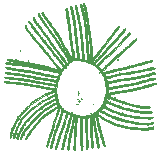
<source format=gbr>
%TF.GenerationSoftware,KiCad,Pcbnew,(5.1.6-0-10_14)*%
%TF.CreationDate,2020-12-13T12:36:11-06:00*%
%TF.ProjectId,auxboxPanel,61757862-6f78-4506-916e-656c2e6b6963,rev?*%
%TF.SameCoordinates,Original*%
%TF.FileFunction,Legend,Bot*%
%TF.FilePolarity,Positive*%
%FSLAX46Y46*%
G04 Gerber Fmt 4.6, Leading zero omitted, Abs format (unit mm)*
G04 Created by KiCad (PCBNEW (5.1.6-0-10_14)) date 2020-12-13 12:36:11*
%MOMM*%
%LPD*%
G01*
G04 APERTURE LIST*
%ADD10C,0.010000*%
G04 APERTURE END LIST*
D10*
%TO.C,G\u002A\u002A\u002A*%
G36*
X60534273Y-135903688D02*
G01*
X60522078Y-135934236D01*
X60523995Y-135997855D01*
X60534032Y-136069023D01*
X60548650Y-136118618D01*
X60552463Y-136124982D01*
X60566789Y-136161555D01*
X60585203Y-136233163D01*
X60603821Y-136324619D01*
X60604567Y-136328766D01*
X60624130Y-136435157D01*
X60646618Y-136551069D01*
X60674131Y-136686898D01*
X60708770Y-136853038D01*
X60745834Y-137027966D01*
X60767205Y-137135883D01*
X60785945Y-137243400D01*
X60795381Y-137307645D01*
X60810628Y-137406989D01*
X60829980Y-137506513D01*
X60833924Y-137523761D01*
X60847836Y-137593783D01*
X60866428Y-137703671D01*
X60888195Y-137842818D01*
X60911630Y-138000619D01*
X60935228Y-138166465D01*
X60957483Y-138329750D01*
X60976891Y-138479868D01*
X60991944Y-138606211D01*
X61001138Y-138698172D01*
X61001750Y-138706044D01*
X61010113Y-138801816D01*
X61022922Y-138929046D01*
X61038207Y-139068750D01*
X61049310Y-139163701D01*
X61071316Y-139351808D01*
X61088070Y-139511727D01*
X61100709Y-139658880D01*
X61110372Y-139808692D01*
X61118194Y-139976586D01*
X61125316Y-140177985D01*
X61126209Y-140206144D01*
X61131584Y-140354919D01*
X61137850Y-140492854D01*
X61144406Y-140608838D01*
X61150653Y-140691760D01*
X61154002Y-140721009D01*
X61160075Y-140783648D01*
X61148812Y-140810795D01*
X61118638Y-140816354D01*
X61076788Y-140809738D01*
X61046147Y-140785335D01*
X61024684Y-140736309D01*
X61010364Y-140655825D01*
X61001157Y-140537048D01*
X60995916Y-140403665D01*
X60991009Y-140275121D01*
X60984856Y-140163072D01*
X60978181Y-140078322D01*
X60971714Y-140031672D01*
X60970632Y-140028166D01*
X60959684Y-139986662D01*
X60950045Y-139917680D01*
X60941111Y-139814782D01*
X60932278Y-139671531D01*
X60926499Y-139557795D01*
X60919357Y-139426144D01*
X60910511Y-139287148D01*
X60901684Y-139167589D01*
X60900298Y-139150989D01*
X60883284Y-138950835D01*
X60869830Y-138788853D01*
X60859016Y-138652564D01*
X60849921Y-138529485D01*
X60841623Y-138407138D01*
X60833203Y-138273042D01*
X60823739Y-138114715D01*
X60823375Y-138108546D01*
X60815067Y-138005911D01*
X60803688Y-137913021D01*
X60792666Y-137854292D01*
X60780160Y-137784207D01*
X60779456Y-137732005D01*
X60770183Y-137673343D01*
X60756412Y-137649778D01*
X60740198Y-137607193D01*
X60726609Y-137530402D01*
X60718602Y-137436282D01*
X60712922Y-137344759D01*
X60705402Y-137273528D01*
X60697645Y-137237656D01*
X60697450Y-137237323D01*
X60687709Y-137201415D01*
X60677200Y-137132748D01*
X60671433Y-137079794D01*
X60659990Y-137000943D01*
X60644198Y-136944718D01*
X60633569Y-136928342D01*
X60617283Y-136894721D01*
X60610797Y-136833100D01*
X60610932Y-136824156D01*
X60604705Y-136748055D01*
X60585930Y-136652017D01*
X60571461Y-136598952D01*
X60550639Y-136520274D01*
X60541224Y-136461155D01*
X60543157Y-136440043D01*
X60539863Y-136418883D01*
X60533090Y-136417755D01*
X60505679Y-136394405D01*
X60476673Y-136331925D01*
X60450557Y-136241673D01*
X60437695Y-136176214D01*
X60409220Y-136069212D01*
X60366559Y-135994797D01*
X60314828Y-135961198D01*
X60303328Y-135960098D01*
X60258235Y-135966738D01*
X60240613Y-135993299D01*
X60247909Y-136049745D01*
X60265265Y-136108616D01*
X60309001Y-136253245D01*
X60358092Y-136429454D01*
X60409330Y-136624347D01*
X60459508Y-136825023D01*
X60505419Y-137018584D01*
X60543856Y-137192131D01*
X60571610Y-137332765D01*
X60576046Y-137358496D01*
X60617777Y-137640885D01*
X60655006Y-137954243D01*
X60685463Y-138278737D01*
X60693883Y-138388226D01*
X60699172Y-138460571D01*
X60704408Y-138529965D01*
X60710303Y-138605181D01*
X60717565Y-138694989D01*
X60726906Y-138808160D01*
X60739035Y-138953466D01*
X60754664Y-139139678D01*
X60756683Y-139163701D01*
X60775785Y-139402809D01*
X60793768Y-139650303D01*
X60809875Y-139894188D01*
X60823352Y-140122473D01*
X60833445Y-140323163D01*
X60839092Y-140473111D01*
X60841390Y-140589887D01*
X60839580Y-140664135D01*
X60832621Y-140704085D01*
X60819471Y-140717969D01*
X60808185Y-140717213D01*
X60754167Y-140705202D01*
X60703091Y-140695694D01*
X60642380Y-140664412D01*
X60600803Y-140606234D01*
X60590901Y-140540998D01*
X60595177Y-140525029D01*
X60598682Y-140481943D01*
X60593861Y-140405602D01*
X60582113Y-140314968D01*
X60566082Y-140198621D01*
X60550900Y-140061837D01*
X60540241Y-139939177D01*
X60525025Y-139724411D01*
X60512844Y-139555144D01*
X60503261Y-139426141D01*
X60495841Y-139332167D01*
X60490146Y-139267989D01*
X60485740Y-139228372D01*
X60482186Y-139208082D01*
X60479047Y-139201886D01*
X60478727Y-139201839D01*
X60475310Y-139178533D01*
X60470592Y-139116989D01*
X60465512Y-139029772D01*
X60464802Y-139015755D01*
X60456756Y-138920026D01*
X60444248Y-138842517D01*
X60429870Y-138798895D01*
X60428685Y-138797300D01*
X60412820Y-138761869D01*
X60416576Y-138750172D01*
X60419843Y-138719697D01*
X60414882Y-138652816D01*
X60402777Y-138563115D01*
X60400508Y-138549108D01*
X60385636Y-138448999D01*
X60375656Y-138361812D01*
X60372614Y-138305586D01*
X60372692Y-138303685D01*
X60364618Y-138235479D01*
X60351196Y-138198784D01*
X60337478Y-138149934D01*
X60326603Y-138069290D01*
X60321648Y-137990933D01*
X60316210Y-137899951D01*
X60307142Y-137826319D01*
X60298103Y-137790728D01*
X60284781Y-137742808D01*
X60273426Y-137668066D01*
X60270570Y-137638176D01*
X60260595Y-137565728D01*
X60245994Y-137516742D01*
X60239480Y-137507701D01*
X60227387Y-137476019D01*
X60216396Y-137407849D01*
X60208775Y-137317539D01*
X60208465Y-137311537D01*
X60196979Y-137195371D01*
X60175156Y-137058719D01*
X60147546Y-136929719D01*
X60145280Y-136920791D01*
X60116563Y-136804041D01*
X60082904Y-136659277D01*
X60049312Y-136508354D01*
X60030135Y-136418498D01*
X59990537Y-136252349D01*
X59951427Y-136134840D01*
X59913105Y-136066555D01*
X59875872Y-136048080D01*
X59849238Y-136066769D01*
X59837071Y-136109060D01*
X59846051Y-136185203D01*
X59858951Y-136239777D01*
X59881911Y-136343531D01*
X59899115Y-136449343D01*
X59903826Y-136494032D01*
X59914841Y-136580424D01*
X59931990Y-136655748D01*
X59937614Y-136672010D01*
X59960324Y-136744341D01*
X59985470Y-136847516D01*
X60008881Y-136961958D01*
X60026386Y-137068093D01*
X60031835Y-137114207D01*
X60044744Y-137188738D01*
X60064100Y-137246739D01*
X60077211Y-137291352D01*
X60093193Y-137373465D01*
X60109712Y-137479995D01*
X60120322Y-137561900D01*
X60136324Y-137689395D01*
X60153247Y-137813074D01*
X60168545Y-137914764D01*
X60175574Y-137955994D01*
X60200694Y-138106635D01*
X60228197Y-138296352D01*
X60256715Y-138513507D01*
X60284883Y-138746465D01*
X60311332Y-138983589D01*
X60334696Y-139213241D01*
X60353607Y-139423785D01*
X60363752Y-139557795D01*
X60371926Y-139664920D01*
X60384079Y-139807261D01*
X60398835Y-139969466D01*
X60414819Y-140136184D01*
X60422420Y-140212295D01*
X60437870Y-140368935D01*
X60447623Y-140481745D01*
X60451754Y-140557415D01*
X60450339Y-140602637D01*
X60443454Y-140624102D01*
X60431174Y-140628502D01*
X60427115Y-140627678D01*
X60377282Y-140616745D01*
X60305100Y-140603321D01*
X60293320Y-140601306D01*
X60224989Y-140581471D01*
X60198871Y-140549543D01*
X60197975Y-140539760D01*
X60188503Y-140490812D01*
X60179240Y-140475564D01*
X60165061Y-140439062D01*
X60156967Y-140377163D01*
X60156913Y-140375981D01*
X60151427Y-140300799D01*
X60141815Y-140206105D01*
X60137258Y-140168006D01*
X60126177Y-140059125D01*
X60118254Y-139943600D01*
X60116998Y-139913751D01*
X60111069Y-139835009D01*
X60100681Y-139777007D01*
X60094247Y-139761199D01*
X60082707Y-139724117D01*
X60070911Y-139652460D01*
X60062219Y-139570508D01*
X60046086Y-139375938D01*
X60033004Y-139226734D01*
X60022366Y-139117543D01*
X60013567Y-139043014D01*
X60006000Y-138997791D01*
X59999058Y-138976524D01*
X59994542Y-138973011D01*
X59991044Y-138949860D01*
X59985725Y-138889329D01*
X59980061Y-138809356D01*
X59971415Y-138722869D01*
X59959250Y-138658377D01*
X59947326Y-138631378D01*
X59936216Y-138600207D01*
X59930059Y-138534014D01*
X59929837Y-138465785D01*
X59928604Y-138354433D01*
X59920247Y-138239071D01*
X59913278Y-138186106D01*
X59900876Y-138094722D01*
X59888630Y-137977598D01*
X59879152Y-137859782D01*
X59879010Y-137857615D01*
X59869508Y-137755564D01*
X59856294Y-137668653D01*
X59841965Y-137613323D01*
X59839604Y-137608239D01*
X59825684Y-137559633D01*
X59813337Y-137476934D01*
X59804979Y-137376894D01*
X59804306Y-137363375D01*
X59796023Y-137257184D01*
X59782589Y-137161193D01*
X59766792Y-137094948D01*
X59765514Y-137091529D01*
X59747439Y-137042463D01*
X59734147Y-136995153D01*
X59721816Y-136932912D01*
X59706625Y-136839055D01*
X59704380Y-136824562D01*
X59691526Y-136753540D01*
X59671412Y-136655143D01*
X59649948Y-136557595D01*
X59628892Y-136463883D01*
X59612212Y-136386744D01*
X59603401Y-136342338D01*
X59603263Y-136341479D01*
X59584045Y-136277071D01*
X59550401Y-136207010D01*
X59511802Y-136147517D01*
X59477719Y-136114813D01*
X59469655Y-136112650D01*
X59434877Y-136125151D01*
X59420315Y-136166747D01*
X59425442Y-136243580D01*
X59448595Y-136357032D01*
X59467318Y-136436134D01*
X59481662Y-136498249D01*
X59494019Y-136555145D01*
X59506783Y-136618586D01*
X59522349Y-136700341D01*
X59543109Y-136812175D01*
X59561810Y-136913551D01*
X59583935Y-137030008D01*
X59604153Y-137130101D01*
X59619981Y-137201901D01*
X59627970Y-137231369D01*
X59643651Y-137291299D01*
X59662106Y-137392161D01*
X59681992Y-137524202D01*
X59701969Y-137677669D01*
X59720697Y-137842812D01*
X59736834Y-138009876D01*
X59739825Y-138044983D01*
X59754257Y-138202187D01*
X59771923Y-138369833D01*
X59790489Y-138526877D01*
X59806144Y-138642480D01*
X59826229Y-138785918D01*
X59846393Y-138943851D01*
X59863102Y-139088238D01*
X59866998Y-139125563D01*
X59895708Y-139408452D01*
X59920347Y-139645766D01*
X59941492Y-139842570D01*
X59959718Y-140003927D01*
X59975600Y-140134903D01*
X59989715Y-140240559D01*
X60002638Y-140325961D01*
X60005241Y-140341722D01*
X60020981Y-140442629D01*
X60026408Y-140504404D01*
X60021286Y-140537761D01*
X60005380Y-140553412D01*
X60000536Y-140555495D01*
X59949523Y-140554978D01*
X59915272Y-140540687D01*
X59864089Y-140514285D01*
X59847276Y-140519201D01*
X59854731Y-140536674D01*
X59849294Y-140558706D01*
X59832520Y-140562100D01*
X59793325Y-140539617D01*
X59766697Y-140482478D01*
X59756605Y-140406146D01*
X59767022Y-140326082D01*
X59769683Y-140317430D01*
X59775581Y-140265433D01*
X59766707Y-140241154D01*
X59753090Y-140205032D01*
X59740091Y-140135763D01*
X59733361Y-140077841D01*
X59714521Y-139967281D01*
X59681411Y-139850375D01*
X59664062Y-139805023D01*
X59634935Y-139726875D01*
X59619796Y-139664789D01*
X59620067Y-139640112D01*
X59623177Y-139597874D01*
X59617577Y-139524753D01*
X59609537Y-139467986D01*
X59586931Y-139331958D01*
X59571567Y-139237303D01*
X59562093Y-139175273D01*
X59557159Y-139137120D01*
X59555639Y-139119207D01*
X59544496Y-139089574D01*
X59539032Y-139087430D01*
X59530708Y-139064490D01*
X59525231Y-139005561D01*
X59523989Y-138953947D01*
X59521200Y-138844473D01*
X59514001Y-138727853D01*
X59503661Y-138615979D01*
X59491448Y-138520745D01*
X59478632Y-138454044D01*
X59467933Y-138428445D01*
X59457259Y-138397553D01*
X59447530Y-138329641D01*
X59440640Y-138238529D01*
X59440011Y-138224736D01*
X59433062Y-138126166D01*
X59422182Y-138043697D01*
X59409622Y-137993999D01*
X59408558Y-137991837D01*
X59396072Y-137945173D01*
X59385890Y-137864947D01*
X59380200Y-137768452D01*
X59380177Y-137767589D01*
X59374749Y-137679230D01*
X59364978Y-137614954D01*
X59352883Y-137587547D01*
X59351702Y-137587325D01*
X59338418Y-137568711D01*
X59342392Y-137550001D01*
X59343119Y-137509710D01*
X59334273Y-137498807D01*
X59323808Y-137467042D01*
X59330370Y-137415361D01*
X59342979Y-137350144D01*
X59345082Y-137307645D01*
X59340895Y-137254330D01*
X59337383Y-137196867D01*
X59327056Y-137145736D01*
X59300595Y-137137110D01*
X59295372Y-137138862D01*
X59262633Y-137139390D01*
X59257234Y-137128869D01*
X59276828Y-137105216D01*
X59284373Y-137104242D01*
X59299657Y-137084161D01*
X59293113Y-137047035D01*
X59281036Y-137005686D01*
X59269977Y-136956558D01*
X59257728Y-136887743D01*
X59242081Y-136787339D01*
X59230608Y-136710148D01*
X59213853Y-136604744D01*
X59195350Y-136500547D01*
X59185251Y-136449537D01*
X59173502Y-136384226D01*
X59170621Y-136345791D01*
X59172553Y-136341479D01*
X59170578Y-136322802D01*
X59156760Y-136292922D01*
X59114699Y-136256609D01*
X59080950Y-136257393D01*
X59038155Y-136283172D01*
X59021127Y-136336526D01*
X59027895Y-136425679D01*
X59033340Y-136455894D01*
X59055101Y-136576809D01*
X59075714Y-136707314D01*
X59093823Y-136836646D01*
X59108072Y-136954042D01*
X59117106Y-137048740D01*
X59119571Y-137109977D01*
X59117654Y-137125446D01*
X59118152Y-137174986D01*
X59126174Y-137190097D01*
X59142245Y-137230648D01*
X59158067Y-137301829D01*
X59164740Y-137345783D01*
X59183179Y-137488256D01*
X59197610Y-137593146D01*
X59209987Y-137673371D01*
X59222265Y-137741849D01*
X59232057Y-137790728D01*
X59249115Y-137882436D01*
X59267955Y-137998560D01*
X59286969Y-138127166D01*
X59304552Y-138256315D01*
X59319093Y-138374073D01*
X59328987Y-138468502D01*
X59332625Y-138527666D01*
X59332371Y-138535526D01*
X59330761Y-138585510D01*
X59332815Y-138604342D01*
X59339875Y-138637276D01*
X59344501Y-138667906D01*
X59351787Y-138722764D01*
X59362555Y-138803845D01*
X59368138Y-138845884D01*
X59404968Y-139119083D01*
X59437003Y-139347220D01*
X59465113Y-139535763D01*
X59490168Y-139690183D01*
X59513038Y-139815952D01*
X59534592Y-139918540D01*
X59546678Y-139968958D01*
X59568923Y-140071994D01*
X59587119Y-140183992D01*
X59600444Y-140294823D01*
X59608081Y-140394355D01*
X59609210Y-140472458D01*
X59603011Y-140519000D01*
X59591751Y-140526425D01*
X59564363Y-140486988D01*
X59562339Y-140472874D01*
X59542846Y-140429674D01*
X59527645Y-140417167D01*
X59494164Y-140382231D01*
X59455726Y-140321895D01*
X59448395Y-140307846D01*
X59406381Y-140234526D01*
X59362743Y-140173254D01*
X59358192Y-140168006D01*
X59322854Y-140117722D01*
X59278353Y-140039881D01*
X59244277Y-139972018D01*
X59202665Y-139890616D01*
X59163759Y-139826251D01*
X59140344Y-139797283D01*
X59109673Y-139758921D01*
X59104681Y-139741417D01*
X59090214Y-139706771D01*
X59053776Y-139650373D01*
X59034761Y-139624814D01*
X58940850Y-139492818D01*
X58846339Y-139336751D01*
X58786605Y-139227520D01*
X58746781Y-139155756D01*
X58714914Y-139104152D01*
X58701870Y-139087680D01*
X58682029Y-139059594D01*
X58648045Y-138999710D01*
X58614334Y-138934873D01*
X58533131Y-138778804D01*
X58446448Y-138622240D01*
X58359788Y-138474282D01*
X58278652Y-138344034D01*
X58208542Y-138240598D01*
X58154961Y-138173078D01*
X58152015Y-138169977D01*
X58120806Y-138130429D01*
X58113090Y-138111740D01*
X58096662Y-138071921D01*
X58057533Y-138019156D01*
X58010931Y-137970856D01*
X57972086Y-137944433D01*
X57965748Y-137943281D01*
X57941352Y-137926179D01*
X57944650Y-137904247D01*
X57936296Y-137865644D01*
X57897694Y-137793385D01*
X57831707Y-137692408D01*
X57778786Y-137618211D01*
X57692769Y-137500845D01*
X57631821Y-137419129D01*
X57590805Y-137367809D01*
X57564585Y-137341627D01*
X57548024Y-137335328D01*
X57535985Y-137343654D01*
X57525190Y-137358709D01*
X57508454Y-137375801D01*
X57509198Y-137349652D01*
X57513022Y-137330691D01*
X57512333Y-137275275D01*
X57481337Y-137213456D01*
X57444251Y-137165426D01*
X57336907Y-137027921D01*
X57239334Y-136886091D01*
X57162303Y-136756087D01*
X57136318Y-136703791D01*
X57095300Y-136642358D01*
X57053046Y-136623702D01*
X57018199Y-136649266D01*
X57005499Y-136681984D01*
X57000202Y-136704870D01*
X56998510Y-136727032D01*
X57003135Y-136752767D01*
X57016792Y-136786374D01*
X57042194Y-136832151D01*
X57082054Y-136894395D01*
X57139086Y-136977404D01*
X57216004Y-137085477D01*
X57315521Y-137222911D01*
X57440351Y-137394004D01*
X57547979Y-137541202D01*
X57640412Y-137667434D01*
X57737233Y-137799378D01*
X57827043Y-137921518D01*
X57898448Y-138018340D01*
X57899348Y-138019557D01*
X57964341Y-138109493D01*
X58019140Y-138189062D01*
X58055397Y-138245984D01*
X58063514Y-138261099D01*
X58087847Y-138305773D01*
X58131767Y-138378976D01*
X58186863Y-138466786D01*
X58201746Y-138489928D01*
X58264881Y-138590767D01*
X58324874Y-138691972D01*
X58369881Y-138773492D01*
X58373862Y-138781297D01*
X58416923Y-138858292D01*
X58459827Y-138921842D01*
X58475402Y-138940206D01*
X58509677Y-138984754D01*
X58519897Y-139011769D01*
X58532498Y-139041969D01*
X58567046Y-139106650D01*
X58618661Y-139197096D01*
X58682461Y-139304593D01*
X58701467Y-139335943D01*
X58773080Y-139454004D01*
X58839486Y-139564338D01*
X58893936Y-139655677D01*
X58929683Y-139716750D01*
X58933273Y-139723061D01*
X58978614Y-139799656D01*
X59022935Y-139869065D01*
X59027404Y-139875613D01*
X59063971Y-139935663D01*
X59108557Y-140018337D01*
X59132462Y-140066304D01*
X59169244Y-140138853D01*
X59199053Y-140190760D01*
X59211187Y-140206700D01*
X59238242Y-140237340D01*
X59277558Y-140292027D01*
X59318094Y-140353981D01*
X59348804Y-140406424D01*
X59358936Y-140431162D01*
X59372801Y-140462059D01*
X59407451Y-140515773D01*
X59421654Y-140535529D01*
X59463145Y-140605476D01*
X59466783Y-140649439D01*
X59434933Y-140663801D01*
X59409397Y-140644401D01*
X59366944Y-140594247D01*
X59329855Y-140543031D01*
X59281708Y-140475949D01*
X59243188Y-140428538D01*
X59226932Y-140413785D01*
X59206753Y-140384681D01*
X59206383Y-140379688D01*
X59192675Y-140347338D01*
X59156687Y-140286848D01*
X59106128Y-140211146D01*
X59104681Y-140209081D01*
X59053726Y-140132283D01*
X59017238Y-140069360D01*
X59002985Y-140033729D01*
X59002980Y-140033418D01*
X58985596Y-140004692D01*
X58976232Y-140002740D01*
X58950215Y-139981304D01*
X58923945Y-139929422D01*
X58922893Y-139926464D01*
X58896817Y-139873575D01*
X58870194Y-139850244D01*
X58869128Y-139850188D01*
X58854152Y-139839661D01*
X58858015Y-139834124D01*
X58851990Y-139807703D01*
X58819350Y-139756926D01*
X58786195Y-139715388D01*
X58728398Y-139641182D01*
X58681245Y-139569124D01*
X58666461Y-139540761D01*
X58638993Y-139490409D01*
X58616943Y-139468820D01*
X58616584Y-139468806D01*
X58595681Y-139447982D01*
X58565119Y-139395864D01*
X58554187Y-139373461D01*
X58477313Y-139234459D01*
X58387065Y-139111579D01*
X58360988Y-139082819D01*
X58326794Y-139037639D01*
X58316493Y-139009935D01*
X58299379Y-138975936D01*
X58257699Y-138928881D01*
X58252930Y-138924387D01*
X58209995Y-138880650D01*
X58189626Y-138852136D01*
X58189366Y-138850542D01*
X58175252Y-138819723D01*
X58138809Y-138762670D01*
X58088889Y-138691402D01*
X58034341Y-138617937D01*
X57984015Y-138554290D01*
X57946763Y-138512480D01*
X57933146Y-138502640D01*
X57913507Y-138481533D01*
X57909686Y-138456221D01*
X57892128Y-138407777D01*
X57849524Y-138353349D01*
X57846123Y-138350088D01*
X57803097Y-138303917D01*
X57782796Y-138270814D01*
X57782559Y-138268719D01*
X57768155Y-138236524D01*
X57731795Y-138180904D01*
X57683758Y-138115376D01*
X57634324Y-138053455D01*
X57593772Y-138008658D01*
X57573729Y-137994132D01*
X57557332Y-137972846D01*
X57553730Y-137944544D01*
X57538968Y-137893274D01*
X57521949Y-137874624D01*
X57484300Y-137836637D01*
X57462246Y-137803441D01*
X57416654Y-137750478D01*
X57379764Y-137724895D01*
X57345135Y-137697500D01*
X57344081Y-137678322D01*
X57341137Y-137651381D01*
X57313646Y-137623384D01*
X57282503Y-137596339D01*
X57281499Y-137587325D01*
X57276462Y-137568049D01*
X57248046Y-137516733D01*
X57201820Y-137443144D01*
X57183651Y-137415703D01*
X57111353Y-137307190D01*
X57033683Y-137189641D01*
X56969432Y-137091529D01*
X56911157Y-137003753D01*
X56855928Y-136923619D01*
X56817885Y-136871392D01*
X56781892Y-136817266D01*
X56765622Y-136777687D01*
X56765542Y-136776046D01*
X56750073Y-136749930D01*
X56716653Y-136753332D01*
X56684764Y-136781354D01*
X56676797Y-136798368D01*
X56681024Y-136850161D01*
X56719478Y-136930430D01*
X56764073Y-137000376D01*
X56814733Y-137077881D01*
X56851540Y-137139729D01*
X56867132Y-137173484D01*
X56867244Y-137174691D01*
X56884113Y-137206028D01*
X56924973Y-137251292D01*
X56927575Y-137253758D01*
X56977621Y-137314692D01*
X57024907Y-137393532D01*
X57033138Y-137410743D01*
X57065290Y-137472017D01*
X57092662Y-137507503D01*
X57099934Y-137511049D01*
X57120481Y-137530866D01*
X57121498Y-137539474D01*
X57136892Y-137575157D01*
X57175381Y-137629937D01*
X57191418Y-137649385D01*
X57249024Y-137720613D01*
X57313936Y-137806610D01*
X57340351Y-137843433D01*
X57387833Y-137910129D01*
X57455750Y-138004321D01*
X57534377Y-138112566D01*
X57600962Y-138203667D01*
X57671184Y-138300793D01*
X57728777Y-138383027D01*
X57767860Y-138441788D01*
X57782554Y-138468499D01*
X57782559Y-138468632D01*
X57797822Y-138498778D01*
X57824796Y-138532595D01*
X57870756Y-138590491D01*
X57894716Y-138626802D01*
X57921587Y-138669127D01*
X57971256Y-138743994D01*
X58037471Y-138842211D01*
X58113979Y-138954583D01*
X58194530Y-139071917D01*
X58272871Y-139185019D01*
X58324480Y-139258786D01*
X58373016Y-139330825D01*
X58406882Y-139386899D01*
X58418195Y-139412901D01*
X58433955Y-139444482D01*
X58471930Y-139491469D01*
X58472636Y-139492229D01*
X58520962Y-139553436D01*
X58571311Y-139630554D01*
X58580694Y-139646877D01*
X58618100Y-139709831D01*
X58672634Y-139796784D01*
X58735005Y-139893456D01*
X58795923Y-139985572D01*
X58846095Y-140058853D01*
X58870186Y-140091729D01*
X58894798Y-140127681D01*
X58933658Y-140188840D01*
X58952129Y-140218857D01*
X58993482Y-140285255D01*
X59025782Y-140334517D01*
X59034041Y-140345984D01*
X59104968Y-140442731D01*
X59161441Y-140532029D01*
X59198550Y-140604819D01*
X59211388Y-140652043D01*
X59206308Y-140663848D01*
X59189897Y-140686962D01*
X59203669Y-140700262D01*
X59228959Y-140699893D01*
X59231808Y-140689227D01*
X59247296Y-140672647D01*
X59257234Y-140676514D01*
X59281523Y-140717754D01*
X59268618Y-140780469D01*
X59220800Y-140854078D01*
X59218373Y-140856894D01*
X59154086Y-140930768D01*
X59110315Y-140876294D01*
X59078107Y-140835181D01*
X59022916Y-140763689D01*
X58952519Y-140671928D01*
X58875852Y-140571530D01*
X58796446Y-140468328D01*
X58722702Y-140374316D01*
X58663036Y-140300112D01*
X58626788Y-140257336D01*
X58573324Y-140191179D01*
X58519622Y-140113732D01*
X58513826Y-140104442D01*
X58476162Y-140049489D01*
X58414741Y-139966877D01*
X58338272Y-139868084D01*
X58260738Y-139771063D01*
X58184917Y-139676543D01*
X58122456Y-139596452D01*
X58079532Y-139538871D01*
X58062321Y-139511880D01*
X58062239Y-139511335D01*
X58048469Y-139473731D01*
X58014367Y-139417593D01*
X57970741Y-139357507D01*
X57928401Y-139308062D01*
X57898157Y-139283844D01*
X57893432Y-139283534D01*
X57863345Y-139271278D01*
X57849761Y-139247374D01*
X57813693Y-139167731D01*
X57762630Y-139084773D01*
X57707987Y-139014894D01*
X57661179Y-138974486D01*
X57658992Y-138973414D01*
X57619194Y-138937021D01*
X57618120Y-138906844D01*
X57607867Y-138860741D01*
X57567093Y-138823222D01*
X57521207Y-138783340D01*
X57502880Y-138748665D01*
X57491615Y-138693967D01*
X57464780Y-138637770D01*
X57432810Y-138597886D01*
X57409866Y-138589927D01*
X57381721Y-138577899D01*
X57366129Y-138545442D01*
X57335810Y-138494170D01*
X57280990Y-138443384D01*
X57274683Y-138439077D01*
X57227041Y-138398017D01*
X57208505Y-138361978D01*
X57209416Y-138356827D01*
X57200343Y-138321612D01*
X57164090Y-138266088D01*
X57133387Y-138229700D01*
X57083146Y-138171583D01*
X57051263Y-138128137D01*
X57045343Y-138114903D01*
X57024448Y-138098143D01*
X57005583Y-138095833D01*
X56979724Y-138082861D01*
X56982565Y-138068941D01*
X56978429Y-138030744D01*
X56943088Y-137958997D01*
X56879097Y-137858179D01*
X56797155Y-137743654D01*
X56753120Y-137692019D01*
X56725176Y-137680627D01*
X56711819Y-137692803D01*
X56695833Y-137703209D01*
X56689777Y-137665705D01*
X56689655Y-137657245D01*
X56676780Y-137600953D01*
X56649830Y-137587325D01*
X56614790Y-137565966D01*
X56579862Y-137513479D01*
X56575023Y-137502668D01*
X56540047Y-137435814D01*
X56502732Y-137387491D01*
X56500044Y-137385141D01*
X56466966Y-137342519D01*
X56460437Y-137318687D01*
X56441501Y-137278875D01*
X56411808Y-137251042D01*
X56372843Y-137201341D01*
X56354600Y-137143503D01*
X56336705Y-137082334D01*
X56308477Y-137060994D01*
X56280097Y-137082813D01*
X56267926Y-137115155D01*
X56269006Y-137201870D01*
X56305906Y-137310184D01*
X56374403Y-137430357D01*
X56445101Y-137523752D01*
X56513090Y-137607221D01*
X56577256Y-137690556D01*
X56612718Y-137739878D01*
X56670265Y-137819756D01*
X56735033Y-137903245D01*
X56746991Y-137917856D01*
X56793135Y-137975875D01*
X56859168Y-138061900D01*
X56935088Y-138162800D01*
X56989072Y-138235673D01*
X57071505Y-138347618D01*
X57130245Y-138426819D01*
X57171663Y-138481543D01*
X57202132Y-138520058D01*
X57228021Y-138550632D01*
X57254982Y-138580739D01*
X57288634Y-138625289D01*
X57299476Y-138651252D01*
X57316515Y-138682343D01*
X57353032Y-138721172D01*
X57401371Y-138776707D01*
X57449220Y-138848916D01*
X57454596Y-138858596D01*
X57491114Y-138919631D01*
X57547662Y-139006665D01*
X57614322Y-139104600D01*
X57642581Y-139144831D01*
X57703218Y-139232781D01*
X57750618Y-139306299D01*
X57778209Y-139354941D01*
X57782559Y-139367303D01*
X57797314Y-139391999D01*
X57801628Y-139392691D01*
X57827025Y-139412080D01*
X57862710Y-139458906D01*
X57865094Y-139462611D01*
X57974192Y-139629006D01*
X58072132Y-139766622D01*
X58151228Y-139868273D01*
X58207358Y-139938567D01*
X58284258Y-140036056D01*
X58371652Y-140147664D01*
X58456333Y-140256530D01*
X58556301Y-140384957D01*
X58667512Y-140526909D01*
X58774660Y-140662891D01*
X58844010Y-140750315D01*
X58916759Y-140843991D01*
X58975973Y-140924730D01*
X59015269Y-140983520D01*
X59028344Y-141010584D01*
X59013440Y-141049496D01*
X58979079Y-141099573D01*
X58929753Y-141159597D01*
X58865647Y-141083321D01*
X58810475Y-141016247D01*
X58745194Y-140934963D01*
X58717926Y-140900436D01*
X58653442Y-140818699D01*
X58577913Y-140723631D01*
X58532609Y-140666929D01*
X58465957Y-140581684D01*
X58401718Y-140496170D01*
X58367344Y-140448242D01*
X58284043Y-140336921D01*
X58177027Y-140207176D01*
X58059762Y-140075276D01*
X58049526Y-140064242D01*
X57996121Y-140004431D01*
X57955467Y-139954632D01*
X57947824Y-139943942D01*
X57911498Y-139892768D01*
X57853694Y-139815114D01*
X57784604Y-139724282D01*
X57714421Y-139633578D01*
X57653338Y-139556303D01*
X57616436Y-139511409D01*
X57566050Y-139466079D01*
X57527534Y-139456911D01*
X57524618Y-139458372D01*
X57505189Y-139460467D01*
X57511644Y-139431788D01*
X57507962Y-139376117D01*
X57483829Y-139344985D01*
X57443296Y-139299182D01*
X57392167Y-139230385D01*
X57368081Y-139194576D01*
X57319642Y-139131035D01*
X57281360Y-139102456D01*
X57268769Y-139103402D01*
X57250653Y-139103457D01*
X57256219Y-139078883D01*
X57259247Y-139043638D01*
X57249049Y-139036574D01*
X57222656Y-139017263D01*
X57180049Y-138967682D01*
X57148683Y-138924717D01*
X57082874Y-138837984D01*
X57004362Y-138746456D01*
X56969484Y-138709593D01*
X56913729Y-138649106D01*
X56876595Y-138600825D01*
X56867244Y-138580707D01*
X56848334Y-138566691D01*
X56824692Y-138571416D01*
X56794576Y-138574731D01*
X56798765Y-138544419D01*
X56795641Y-138502960D01*
X56752328Y-138472360D01*
X56705287Y-138446348D01*
X56687321Y-138428639D01*
X56671732Y-138359989D01*
X56638255Y-138295927D01*
X56583630Y-138224594D01*
X56529843Y-138166381D01*
X56484915Y-138129062D01*
X56467591Y-138121717D01*
X56448257Y-138102936D01*
X56451825Y-138081604D01*
X56445964Y-138043717D01*
X56414648Y-138028248D01*
X56377353Y-138005968D01*
X56372940Y-137985270D01*
X56366701Y-137933279D01*
X56310732Y-137882421D01*
X56288103Y-137869535D01*
X56250447Y-137838375D01*
X56246155Y-137813186D01*
X56242055Y-137779191D01*
X56221916Y-137757255D01*
X56184774Y-137707848D01*
X56173848Y-137673470D01*
X56149744Y-137609612D01*
X56128879Y-137580689D01*
X56089907Y-137537379D01*
X56036176Y-137475104D01*
X56015492Y-137450599D01*
X55959985Y-137388256D01*
X55925690Y-137363491D01*
X55903943Y-137372733D01*
X55890888Y-137399227D01*
X55897965Y-137445489D01*
X55940861Y-137517358D01*
X55972468Y-137558136D01*
X56041709Y-137652018D01*
X56110503Y-137760406D01*
X56141353Y-137816154D01*
X56229969Y-137969700D01*
X56341837Y-138135371D01*
X56461979Y-138292106D01*
X56555782Y-138398794D01*
X56612620Y-138460785D01*
X56651762Y-138508415D01*
X56663840Y-138528902D01*
X56678933Y-138557931D01*
X56715797Y-138606039D01*
X56721048Y-138612180D01*
X56776948Y-138678678D01*
X56836612Y-138752249D01*
X56841818Y-138758826D01*
X56892991Y-138821506D01*
X56937321Y-138872367D01*
X56943359Y-138878782D01*
X56988089Y-138933444D01*
X57006922Y-138961875D01*
X57035198Y-139001878D01*
X57086310Y-139067308D01*
X57149953Y-139145029D01*
X57159636Y-139156570D01*
X57255521Y-139271779D01*
X57340905Y-139377815D01*
X57430951Y-139493737D01*
X57499013Y-139583221D01*
X57551382Y-139651215D01*
X57596009Y-139707082D01*
X57610236Y-139723963D01*
X57645697Y-139767317D01*
X57695894Y-139832005D01*
X57719898Y-139863794D01*
X57864245Y-140051476D01*
X58017591Y-140241733D01*
X58137684Y-140384122D01*
X58212927Y-140473116D01*
X58302169Y-140581896D01*
X58398036Y-140701108D01*
X58493149Y-140821399D01*
X58580132Y-140933415D01*
X58651608Y-141027802D01*
X58700200Y-141095209D01*
X58709196Y-141108746D01*
X58752121Y-141170596D01*
X58789733Y-141216784D01*
X58791527Y-141218621D01*
X58819323Y-141255074D01*
X58815610Y-141288871D01*
X58776396Y-141333794D01*
X58751646Y-141356391D01*
X58700532Y-141407610D01*
X58668467Y-141450175D01*
X58665822Y-141455940D01*
X58644679Y-141453402D01*
X58597037Y-141418855D01*
X58529408Y-141358967D01*
X58448306Y-141280408D01*
X58360240Y-141189847D01*
X58271725Y-141093954D01*
X58189272Y-140999397D01*
X58119392Y-140912847D01*
X58074833Y-140850689D01*
X58015092Y-140764272D01*
X57933581Y-140652754D01*
X57839845Y-140528557D01*
X57743430Y-140404106D01*
X57653884Y-140291826D01*
X57580750Y-140204139D01*
X57560272Y-140180978D01*
X57520733Y-140128497D01*
X57502956Y-140087372D01*
X57502880Y-140085633D01*
X57489878Y-140055875D01*
X57482248Y-140053591D01*
X57446304Y-140034374D01*
X57391363Y-139983214D01*
X57327557Y-139909847D01*
X57312189Y-139890197D01*
X57262338Y-139829262D01*
X57199186Y-139757199D01*
X57178705Y-139734831D01*
X57129935Y-139677475D01*
X57100263Y-139633240D01*
X57096073Y-139620896D01*
X57080172Y-139596556D01*
X57075641Y-139595934D01*
X57051545Y-139577011D01*
X57006777Y-139527059D01*
X56950402Y-139456297D01*
X56942158Y-139445390D01*
X56880584Y-139369829D01*
X56824206Y-139311693D01*
X56784424Y-139282627D01*
X56782053Y-139281837D01*
X56750010Y-139261146D01*
X56749850Y-139244799D01*
X56742058Y-139215343D01*
X56708360Y-139166065D01*
X56660943Y-139110830D01*
X56611994Y-139063502D01*
X56573700Y-139037944D01*
X56566812Y-139036574D01*
X56541675Y-139015392D01*
X56529346Y-138985723D01*
X56495206Y-138942713D01*
X56461317Y-138934873D01*
X56424236Y-138926060D01*
X56421213Y-138911204D01*
X56418176Y-138878468D01*
X56410681Y-138871986D01*
X56384288Y-138840489D01*
X56350458Y-138781947D01*
X56342382Y-138765526D01*
X56295953Y-138693933D01*
X56238959Y-138638116D01*
X56231406Y-138633122D01*
X56187225Y-138595220D01*
X56173988Y-138560834D01*
X56174283Y-138559848D01*
X56163978Y-138532413D01*
X56145633Y-138528066D01*
X56106191Y-138507152D01*
X56067168Y-138458078D01*
X56043741Y-138401344D01*
X56042093Y-138388226D01*
X56026442Y-138352546D01*
X55988145Y-138294286D01*
X55937411Y-138226464D01*
X55884445Y-138162102D01*
X55839454Y-138114221D01*
X55812888Y-138095833D01*
X55791144Y-138073953D01*
X55760669Y-138018090D01*
X55727532Y-137942909D01*
X55697806Y-137863076D01*
X55677560Y-137793256D01*
X55672249Y-137756079D01*
X55655319Y-137721020D01*
X55627754Y-137719156D01*
X55591783Y-137748230D01*
X55575675Y-137817578D01*
X55577758Y-137872814D01*
X55596986Y-137933295D01*
X55638499Y-138011270D01*
X55692898Y-138097046D01*
X55793792Y-138245259D01*
X55879968Y-138361756D01*
X55948497Y-138442920D01*
X55996449Y-138485132D01*
X56011409Y-138490498D01*
X56033536Y-138511044D01*
X56034226Y-138531601D01*
X56046312Y-138580384D01*
X56066007Y-138604063D01*
X56098161Y-138640945D01*
X56104481Y-138658526D01*
X56121077Y-138691192D01*
X56165273Y-138749325D01*
X56228682Y-138822466D01*
X56278153Y-138875086D01*
X56318538Y-138896526D01*
X56339288Y-138893040D01*
X56354489Y-138892114D01*
X56348514Y-138905416D01*
X56357235Y-138935859D01*
X56396642Y-138996631D01*
X56462192Y-139081390D01*
X56541632Y-139175043D01*
X56648895Y-139298535D01*
X56768535Y-139438503D01*
X56883141Y-139574485D01*
X56947369Y-139651872D01*
X57028993Y-139750915D01*
X57103773Y-139841351D01*
X57162967Y-139912626D01*
X57195878Y-139951890D01*
X57236476Y-140001200D01*
X57297254Y-140076764D01*
X57367108Y-140164744D01*
X57389699Y-140193431D01*
X57468326Y-140291993D01*
X57549677Y-140391548D01*
X57618383Y-140473333D01*
X57629182Y-140485823D01*
X57683420Y-140549401D01*
X57733615Y-140611905D01*
X57787365Y-140683539D01*
X57852272Y-140774509D01*
X57935934Y-140895020D01*
X57960540Y-140930768D01*
X58027264Y-141019398D01*
X58115455Y-141125191D01*
X58209858Y-141230134D01*
X58245904Y-141267799D01*
X58320113Y-141345760D01*
X58377175Y-141409775D01*
X58410091Y-141451736D01*
X58415006Y-141463653D01*
X58386141Y-141464052D01*
X58324637Y-141452678D01*
X58277429Y-141440945D01*
X58186604Y-141417577D01*
X58071562Y-141389544D01*
X57961443Y-141363890D01*
X57843530Y-141333416D01*
X57722233Y-141296092D01*
X57630912Y-141262762D01*
X57540140Y-141231481D01*
X57420230Y-141198529D01*
X57292371Y-141169537D01*
X57248625Y-141161180D01*
X57095340Y-141133162D01*
X56971118Y-141109023D01*
X56855973Y-141084526D01*
X56729917Y-141055436D01*
X56587564Y-141021081D01*
X56460514Y-140992321D01*
X56325593Y-140965307D01*
X56209650Y-140945375D01*
X56197968Y-140943667D01*
X56092765Y-140927054D01*
X55993409Y-140908642D01*
X55931001Y-140894738D01*
X55858370Y-140878506D01*
X55757099Y-140859078D01*
X55648864Y-140840606D01*
X55646823Y-140840282D01*
X55544726Y-140824094D01*
X55454860Y-140809822D01*
X55395485Y-140800367D01*
X55392569Y-140799900D01*
X55341485Y-140791116D01*
X55254164Y-140775499D01*
X55144361Y-140755526D01*
X55062039Y-140740381D01*
X54924836Y-140715969D01*
X54781135Y-140691949D01*
X54653638Y-140672061D01*
X54604381Y-140665013D01*
X54485995Y-140648281D01*
X54364598Y-140630208D01*
X54273850Y-140615896D01*
X54193630Y-140605100D01*
X54134656Y-140601679D01*
X54114942Y-140604376D01*
X54095081Y-140639181D01*
X54111356Y-140681958D01*
X54153080Y-140712072D01*
X54244438Y-140741854D01*
X54356668Y-140771872D01*
X54463517Y-140795469D01*
X54515392Y-140803936D01*
X54582803Y-140813865D01*
X54675944Y-140829425D01*
X54744221Y-140841665D01*
X54834887Y-140857232D01*
X54911330Y-140868241D01*
X54947624Y-140871726D01*
X55007262Y-140878797D01*
X55082742Y-140893470D01*
X55087464Y-140894571D01*
X55169588Y-140910751D01*
X55267914Y-140925917D01*
X55299573Y-140929900D01*
X55382523Y-140943386D01*
X55449695Y-140960916D01*
X55468454Y-140968697D01*
X55516412Y-140983201D01*
X55597229Y-140997261D01*
X55688578Y-141007376D01*
X55793778Y-141018480D01*
X55892510Y-141033135D01*
X55954243Y-141045977D01*
X56067877Y-141073102D01*
X56218005Y-141104070D01*
X56390703Y-141136066D01*
X56453631Y-141146940D01*
X56549088Y-141167685D01*
X56638216Y-141194340D01*
X56669748Y-141206707D01*
X56740228Y-141229070D01*
X56837577Y-141248828D01*
X56918095Y-141259295D01*
X57027613Y-141274034D01*
X57158277Y-141298141D01*
X57282489Y-141326500D01*
X57286763Y-141327607D01*
X57391628Y-141354290D01*
X57485707Y-141377165D01*
X57551661Y-141392040D01*
X57560398Y-141393771D01*
X57612777Y-141410139D01*
X57645024Y-141431039D01*
X57647242Y-141447596D01*
X57625151Y-141451848D01*
X57579706Y-141445280D01*
X57511620Y-141429350D01*
X57500483Y-141426321D01*
X57455062Y-141414549D01*
X57396447Y-141401197D01*
X57316843Y-141384684D01*
X57208453Y-141363433D01*
X57063482Y-141335866D01*
X56930807Y-141310984D01*
X56808142Y-141286935D01*
X56666323Y-141257368D01*
X56518216Y-141225154D01*
X56376688Y-141193165D01*
X56254606Y-141164274D01*
X56164834Y-141141354D01*
X56142619Y-141135032D01*
X56076077Y-141119296D01*
X55969978Y-141099145D01*
X55835227Y-141076431D01*
X55682731Y-141053004D01*
X55545122Y-141033620D01*
X55387663Y-141012548D01*
X55257527Y-140995663D01*
X55143780Y-140981849D01*
X55035488Y-140969986D01*
X54921716Y-140958958D01*
X54791529Y-140947646D01*
X54633995Y-140934933D01*
X54438178Y-140919701D01*
X54407869Y-140917364D01*
X54280051Y-140906746D01*
X54169076Y-140896093D01*
X54085591Y-140886530D01*
X54040243Y-140879182D01*
X54036918Y-140878168D01*
X53994679Y-140884583D01*
X53967937Y-140906317D01*
X53945533Y-140958827D01*
X53969527Y-141000816D01*
X54035930Y-141028623D01*
X54111348Y-141037977D01*
X54211815Y-141044438D01*
X54311500Y-141053879D01*
X54337414Y-141057056D01*
X54435538Y-141067762D01*
X54579448Y-141079990D01*
X54764114Y-141093353D01*
X54984508Y-141107467D01*
X55031844Y-141110311D01*
X55130113Y-141119061D01*
X55212684Y-141131611D01*
X55262461Y-141145327D01*
X55263903Y-141146061D01*
X55323818Y-141163517D01*
X55383087Y-141167415D01*
X55469076Y-141170478D01*
X55589693Y-141183950D01*
X55730333Y-141205508D01*
X55876395Y-141232828D01*
X56013274Y-141263586D01*
X56054509Y-141274248D01*
X56139149Y-141294585D01*
X56217219Y-141309640D01*
X56222089Y-141310376D01*
X56374092Y-141334833D01*
X56500324Y-141359596D01*
X56591860Y-141382753D01*
X56633523Y-141398521D01*
X56692667Y-141419253D01*
X56767909Y-141433205D01*
X56769117Y-141433331D01*
X56836854Y-141444318D01*
X56883108Y-141458871D01*
X56884952Y-141459933D01*
X56932455Y-141467833D01*
X56949554Y-141463747D01*
X56997144Y-141463157D01*
X57059906Y-141481001D01*
X57124894Y-141505267D01*
X57172349Y-141518476D01*
X57222641Y-141527213D01*
X57293488Y-141539840D01*
X57299476Y-141540920D01*
X57383982Y-141553565D01*
X57481431Y-141564703D01*
X57502880Y-141566649D01*
X57572552Y-141576632D01*
X57677124Y-141596610D01*
X57802313Y-141623664D01*
X57930932Y-141654151D01*
X58051005Y-141682620D01*
X58153206Y-141704355D01*
X58227488Y-141717399D01*
X58263803Y-141719793D01*
X58265118Y-141719281D01*
X58299792Y-141720028D01*
X58359784Y-141737872D01*
X58375683Y-141744193D01*
X58433464Y-141772587D01*
X58453436Y-141801705D01*
X58446153Y-141847984D01*
X58444957Y-141852083D01*
X58409474Y-141959595D01*
X58373668Y-142024269D01*
X58327255Y-142053133D01*
X58259948Y-142053213D01*
X58176653Y-142035403D01*
X58089592Y-142015470D01*
X58008568Y-141999916D01*
X57998675Y-141998355D01*
X57927300Y-141986023D01*
X57835402Y-141968158D01*
X57795272Y-141959817D01*
X57689562Y-141939704D01*
X57578868Y-141922131D01*
X57547374Y-141917961D01*
X57477046Y-141905680D01*
X57433507Y-141891006D01*
X57426603Y-141883677D01*
X57405005Y-141868263D01*
X57369396Y-141863701D01*
X57322497Y-141858173D01*
X57238387Y-141843521D01*
X57129407Y-141822041D01*
X57019796Y-141798665D01*
X56800167Y-141750170D01*
X56625033Y-141711491D01*
X56489233Y-141681479D01*
X56387608Y-141658985D01*
X56314999Y-141642857D01*
X56266246Y-141631948D01*
X56236190Y-141625106D01*
X56219669Y-141621182D01*
X56211526Y-141619027D01*
X56206600Y-141617490D01*
X56206183Y-141617357D01*
X56163622Y-141608328D01*
X56080406Y-141594240D01*
X55966322Y-141576481D01*
X55831155Y-141556438D01*
X55684693Y-141535500D01*
X55536719Y-141515055D01*
X55397022Y-141496492D01*
X55275386Y-141481199D01*
X55181597Y-141470564D01*
X55151028Y-141467664D01*
X55054600Y-141454478D01*
X54955862Y-141433906D01*
X54947624Y-141431752D01*
X54881334Y-141417270D01*
X54779334Y-141398859D01*
X54656356Y-141379042D01*
X54545648Y-141362883D01*
X54415312Y-141342669D01*
X54292371Y-141319780D01*
X54191995Y-141297255D01*
X54136149Y-141280815D01*
X54037199Y-141255375D01*
X53972879Y-141264672D01*
X53944597Y-141308380D01*
X53943320Y-141325362D01*
X53966060Y-141369959D01*
X54024432Y-141413236D01*
X54103667Y-141447138D01*
X54188993Y-141463612D01*
X54197574Y-141463999D01*
X54275039Y-141469259D01*
X54363775Y-141479646D01*
X54450317Y-141492941D01*
X54521198Y-141506923D01*
X54562953Y-141519372D01*
X54568452Y-141525138D01*
X54586134Y-141534106D01*
X54641699Y-141541212D01*
X54705742Y-141544358D01*
X54804684Y-141551184D01*
X54897115Y-141564945D01*
X54938223Y-141575096D01*
X55020162Y-141595953D01*
X55116094Y-141613423D01*
X55138315Y-141616417D01*
X55219038Y-141626543D01*
X55328903Y-141640678D01*
X55446651Y-141656081D01*
X55468845Y-141659016D01*
X55585579Y-141673483D01*
X55698616Y-141685815D01*
X55786733Y-141693726D01*
X55799376Y-141694570D01*
X55867610Y-141699813D01*
X55908540Y-141705114D01*
X55913790Y-141707111D01*
X55935015Y-141715177D01*
X55964641Y-141721126D01*
X56008553Y-141729520D01*
X56090456Y-141746159D01*
X56198620Y-141768631D01*
X56320597Y-141794368D01*
X56470244Y-141826093D01*
X56631493Y-141860145D01*
X56781585Y-141891722D01*
X56867244Y-141909662D01*
X56985493Y-141935029D01*
X57097028Y-141960121D01*
X57184203Y-141980923D01*
X57210487Y-141987735D01*
X57307027Y-142009983D01*
X57405832Y-142027130D01*
X57413891Y-142028189D01*
X57520494Y-142042019D01*
X57586235Y-142051667D01*
X57620783Y-142058639D01*
X57630007Y-142061888D01*
X57640704Y-142066211D01*
X57660786Y-142071001D01*
X57702187Y-142078545D01*
X57776843Y-142091129D01*
X57820697Y-142098419D01*
X57899061Y-142113446D01*
X57957006Y-142128197D01*
X57973250Y-142134572D01*
X58016823Y-142147493D01*
X58062239Y-142152851D01*
X58175264Y-142161096D01*
X58244567Y-142175322D01*
X58277272Y-142200730D01*
X58280502Y-142242521D01*
X58263579Y-142299873D01*
X58234687Y-142360978D01*
X58201796Y-142382158D01*
X58178166Y-142380603D01*
X58076121Y-142361582D01*
X57971346Y-142344921D01*
X57876397Y-142332258D01*
X57803834Y-142325232D01*
X57766213Y-142325483D01*
X57763992Y-142326546D01*
X57734623Y-142326298D01*
X57677258Y-142310031D01*
X57658909Y-142303242D01*
X57575566Y-142279375D01*
X57474967Y-142261705D01*
X57437243Y-142257898D01*
X57357042Y-142249108D01*
X57296654Y-142237210D01*
X57279030Y-142230542D01*
X57235940Y-142219225D01*
X57167340Y-142214515D01*
X57153975Y-142214622D01*
X57068945Y-142210645D01*
X56968227Y-142198263D01*
X56930807Y-142191676D01*
X56812540Y-142167661D01*
X56675567Y-142138600D01*
X56531692Y-142107138D01*
X56392715Y-142075918D01*
X56270437Y-142047584D01*
X56176659Y-142024780D01*
X56129907Y-142012242D01*
X56045489Y-141991781D01*
X55948118Y-141974399D01*
X55926503Y-141971462D01*
X55849461Y-141961015D01*
X55737237Y-141944760D01*
X55604858Y-141924966D01*
X55467347Y-141903903D01*
X55339728Y-141883842D01*
X55252729Y-141869684D01*
X55184676Y-141856756D01*
X55138315Y-141845666D01*
X55098451Y-141838852D01*
X55020066Y-141829161D01*
X54915308Y-141817997D01*
X54820497Y-141808932D01*
X54602985Y-141788166D01*
X54423232Y-141768472D01*
X54268222Y-141748087D01*
X54124944Y-141725252D01*
X53980382Y-141698205D01*
X53936139Y-141689276D01*
X53887447Y-141682405D01*
X53878599Y-141699080D01*
X53895503Y-141740886D01*
X53938561Y-141798511D01*
X54011028Y-141833852D01*
X54083160Y-141848686D01*
X54152092Y-141860664D01*
X54189128Y-141868277D01*
X54241455Y-141876651D01*
X54326379Y-141887004D01*
X54425818Y-141897139D01*
X54428969Y-141897429D01*
X54553709Y-141909676D01*
X54637727Y-141920297D01*
X54691048Y-141930929D01*
X54723694Y-141943211D01*
X54729470Y-141946526D01*
X54768345Y-141949038D01*
X54816669Y-141936528D01*
X54869303Y-141925313D01*
X54888723Y-141935681D01*
X54916274Y-141949139D01*
X54980430Y-141961370D01*
X55062039Y-141969322D01*
X55153772Y-141976835D01*
X55228206Y-141986297D01*
X55265442Y-141994544D01*
X55314526Y-142007462D01*
X55387736Y-142020369D01*
X55405282Y-142022785D01*
X55513506Y-142039650D01*
X55657288Y-142066109D01*
X55822879Y-142099324D01*
X55996528Y-142136456D01*
X56164488Y-142174664D01*
X56295172Y-142206543D01*
X56537992Y-142265285D01*
X56734940Y-142306309D01*
X56887686Y-142329932D01*
X56981658Y-142336546D01*
X57071531Y-142340858D01*
X57175553Y-142350380D01*
X57210487Y-142354663D01*
X57302829Y-142366739D01*
X57387361Y-142377322D01*
X57413891Y-142380473D01*
X57517244Y-142396230D01*
X57615758Y-142417574D01*
X57680857Y-142437489D01*
X57739490Y-142454307D01*
X57824701Y-142466348D01*
X57916043Y-142473627D01*
X57982487Y-142485962D01*
X58011044Y-142509303D01*
X58011388Y-142512548D01*
X58026336Y-142542862D01*
X58062794Y-142533511D01*
X58076223Y-142522514D01*
X58118532Y-142512790D01*
X58159619Y-142522447D01*
X58199176Y-142545462D01*
X58208328Y-142583552D01*
X58201124Y-142627849D01*
X58186322Y-142689193D01*
X58174498Y-142725709D01*
X58173954Y-142726719D01*
X58146321Y-142730109D01*
X58082018Y-142724186D01*
X57994110Y-142710239D01*
X57979897Y-142707574D01*
X57860061Y-142687001D01*
X57733674Y-142668938D01*
X57642719Y-142658743D01*
X57549570Y-142649266D01*
X57469369Y-142639000D01*
X57431701Y-142632594D01*
X57377953Y-142621906D01*
X57289548Y-142605234D01*
X57181916Y-142585390D01*
X57070485Y-142565185D01*
X56970682Y-142547431D01*
X56897937Y-142534938D01*
X56879957Y-142532057D01*
X56774382Y-142514281D01*
X56690658Y-142497043D01*
X56641602Y-142483053D01*
X56636580Y-142480585D01*
X56602946Y-142470772D01*
X56535266Y-142457351D01*
X56469175Y-142446492D01*
X56365260Y-142429377D01*
X56240060Y-142406774D01*
X56129907Y-142385409D01*
X55886826Y-142340334D01*
X55606232Y-142295393D01*
X55301435Y-142252396D01*
X54985746Y-142213151D01*
X54672473Y-142179467D01*
X54489967Y-142162572D01*
X54350772Y-142149441D01*
X54206772Y-142134009D01*
X54079637Y-142118674D01*
X54023744Y-142111001D01*
X53913426Y-142097265D01*
X53846826Y-142096442D01*
X53818132Y-142109939D01*
X53821530Y-142139163D01*
X53831750Y-142157456D01*
X53889473Y-142203255D01*
X53995934Y-142235029D01*
X54134011Y-142251645D01*
X54344304Y-142267252D01*
X54519762Y-142283220D01*
X54676378Y-142301321D01*
X54830147Y-142323324D01*
X54934912Y-142340351D01*
X55122524Y-142371667D01*
X55267748Y-142395109D01*
X55378247Y-142411802D01*
X55461682Y-142422866D01*
X55525714Y-142429426D01*
X55557850Y-142431659D01*
X55643799Y-142440340D01*
X55747877Y-142456019D01*
X55799391Y-142465604D01*
X55896967Y-142484417D01*
X55989648Y-142500834D01*
X56028205Y-142506970D01*
X56100803Y-142520251D01*
X56198927Y-142541424D01*
X56282459Y-142561283D01*
X56389547Y-142583948D01*
X56496443Y-142600153D01*
X56562139Y-142605529D01*
X56633713Y-142610768D01*
X56680985Y-142620446D01*
X56689266Y-142625302D01*
X56719019Y-142635435D01*
X56786734Y-142647515D01*
X56879653Y-142659810D01*
X56985019Y-142670592D01*
X57070647Y-142677023D01*
X57122816Y-142692245D01*
X57135314Y-142700055D01*
X57172582Y-142712820D01*
X57245006Y-142726511D01*
X57337038Y-142738198D01*
X57338718Y-142738366D01*
X57437356Y-142750429D01*
X57522835Y-142764816D01*
X57574464Y-142777754D01*
X57646312Y-142785073D01*
X57680471Y-142774319D01*
X57724574Y-142762752D01*
X57736154Y-142774736D01*
X57764857Y-142795903D01*
X57820838Y-142810352D01*
X57894078Y-142823108D01*
X57984351Y-142842832D01*
X58011912Y-142849619D01*
X58126851Y-142878913D01*
X58117085Y-142981310D01*
X58107320Y-143083708D01*
X57938583Y-143070422D01*
X57863927Y-143061715D01*
X57755745Y-143045474D01*
X57624802Y-143023695D01*
X57481863Y-142998374D01*
X57337691Y-142971505D01*
X57203050Y-142945083D01*
X57088705Y-142921105D01*
X57005420Y-142901565D01*
X56968946Y-142890689D01*
X56916407Y-142876362D01*
X56854531Y-142865212D01*
X56716907Y-142845673D01*
X56618687Y-142830516D01*
X56548816Y-142817832D01*
X56496240Y-142805709D01*
X56473150Y-142799311D01*
X56408352Y-142785465D01*
X56314111Y-142771179D01*
X56218896Y-142760372D01*
X56109206Y-142748144D01*
X56002442Y-142733080D01*
X55932388Y-142720546D01*
X55837125Y-142701722D01*
X55742846Y-142685278D01*
X55728985Y-142683129D01*
X55657416Y-142671846D01*
X55556049Y-142655240D01*
X55445193Y-142636644D01*
X55430377Y-142634123D01*
X55302252Y-142615078D01*
X55153198Y-142597040D01*
X55013069Y-142583580D01*
X54998145Y-142582432D01*
X54895661Y-142574160D01*
X54813904Y-142566312D01*
X54765045Y-142560116D01*
X54756934Y-142558139D01*
X54727817Y-142553539D01*
X54659095Y-142546858D01*
X54561918Y-142539089D01*
X54477254Y-142533161D01*
X54353398Y-142523439D01*
X54237269Y-142511635D01*
X54145397Y-142499556D01*
X54108585Y-142492881D01*
X53981151Y-142471414D01*
X53894150Y-142472127D01*
X53849376Y-142494522D01*
X53848628Y-142538103D01*
X53861077Y-142561385D01*
X53900688Y-142586117D01*
X53981208Y-142610213D01*
X54092709Y-142631855D01*
X54225263Y-142649229D01*
X54368942Y-142660517D01*
X54413690Y-142662479D01*
X54536638Y-142667857D01*
X54658562Y-142674938D01*
X54757348Y-142682398D01*
X54776003Y-142684183D01*
X54887691Y-142695524D01*
X55006989Y-142707518D01*
X55042970Y-142711106D01*
X55148309Y-142722325D01*
X55255724Y-142734880D01*
X55290868Y-142739321D01*
X55381033Y-142750641D01*
X55463932Y-142760330D01*
X55481558Y-142762232D01*
X55535081Y-142768912D01*
X55557827Y-142773915D01*
X55557834Y-142773967D01*
X55580321Y-142778727D01*
X55636516Y-142786046D01*
X55659536Y-142788604D01*
X55756545Y-142802698D01*
X55855632Y-142822356D01*
X55862940Y-142824092D01*
X55964901Y-142846438D01*
X56077488Y-142867536D01*
X56183671Y-142884545D01*
X56266419Y-142894625D01*
X56295172Y-142896187D01*
X56379078Y-142904937D01*
X56471232Y-142926360D01*
X56534290Y-142950113D01*
X56580655Y-142964471D01*
X56658405Y-142979758D01*
X56726513Y-142989553D01*
X56817738Y-143001659D01*
X56894622Y-143013654D01*
X56929916Y-143020563D01*
X56988557Y-143033186D01*
X57067518Y-143048322D01*
X57084290Y-143051335D01*
X57155111Y-143066255D01*
X57204424Y-143080908D01*
X57211417Y-143084227D01*
X57247281Y-143093482D01*
X57319146Y-143104239D01*
X57412292Y-143114341D01*
X57424119Y-143115399D01*
X57518363Y-143125117D01*
X57592639Y-143135512D01*
X57632472Y-143144515D01*
X57634298Y-143145433D01*
X57689671Y-143164496D01*
X57795189Y-143184432D01*
X57935112Y-143203328D01*
X58074952Y-143220036D01*
X57935112Y-143287114D01*
X57836066Y-143332448D01*
X57717174Y-143383809D01*
X57617294Y-143424793D01*
X57379556Y-143528488D01*
X57124567Y-143655980D01*
X56870618Y-143797278D01*
X56636001Y-143942394D01*
X56504932Y-144032303D01*
X56399676Y-144106541D01*
X56310671Y-144166270D01*
X56245078Y-144206924D01*
X56210059Y-144223936D01*
X56206183Y-144222745D01*
X56186474Y-144199081D01*
X56178037Y-144197936D01*
X56161481Y-144216595D01*
X56165350Y-144238221D01*
X56155816Y-144284152D01*
X56098833Y-144347242D01*
X56085438Y-144358811D01*
X56022763Y-144414967D01*
X55938126Y-144495631D01*
X55837281Y-144594842D01*
X55725979Y-144706635D01*
X55609974Y-144825047D01*
X55495019Y-144944115D01*
X55386867Y-145057875D01*
X55291271Y-145160364D01*
X55213984Y-145245619D01*
X55160759Y-145307676D01*
X55137349Y-145340571D01*
X55136858Y-145342080D01*
X55111887Y-145382515D01*
X55071791Y-145408661D01*
X55050138Y-145409473D01*
X55012468Y-145419275D01*
X54968779Y-145463569D01*
X54928421Y-145528375D01*
X54900748Y-145599713D01*
X54893994Y-145642893D01*
X54880304Y-145714075D01*
X54850372Y-145761473D01*
X54849499Y-145762128D01*
X54814885Y-145800904D01*
X54807784Y-145822984D01*
X54796217Y-145860366D01*
X54766286Y-145925751D01*
X54735049Y-145985446D01*
X54673408Y-146097667D01*
X54632387Y-146173201D01*
X54607910Y-146219812D01*
X54595900Y-146245265D01*
X54592282Y-146257323D01*
X54592275Y-146257395D01*
X54579338Y-146301847D01*
X54553173Y-146359146D01*
X54523838Y-146409975D01*
X54501393Y-146435018D01*
X54499595Y-146435373D01*
X54482892Y-146457179D01*
X54477254Y-146499949D01*
X54465740Y-146564635D01*
X54437277Y-146642644D01*
X54429506Y-146658858D01*
X54393183Y-146742711D01*
X54366380Y-146825334D01*
X54363922Y-146835823D01*
X54347301Y-146891832D01*
X54330545Y-146918242D01*
X54329038Y-146918545D01*
X54318370Y-146941568D01*
X54308998Y-147000737D01*
X54304640Y-147055284D01*
X54303826Y-147140669D01*
X54314730Y-147187744D01*
X54337427Y-147207335D01*
X54398994Y-147208821D01*
X54445390Y-147172629D01*
X54462358Y-147111922D01*
X54460228Y-147093935D01*
X54458197Y-147003030D01*
X54478447Y-146883062D01*
X54517637Y-146748891D01*
X54563472Y-146634504D01*
X54611088Y-146526613D01*
X54660606Y-146408740D01*
X54680751Y-146358657D01*
X54759526Y-146183451D01*
X54864840Y-145985449D01*
X54988097Y-145778615D01*
X55120702Y-145576916D01*
X55254062Y-145394316D01*
X55336536Y-145293113D01*
X55592639Y-145002801D01*
X55830698Y-144750118D01*
X56058555Y-144528927D01*
X56284051Y-144333087D01*
X56515026Y-144156460D01*
X56759323Y-143992905D01*
X57024782Y-143836285D01*
X57319245Y-143680459D01*
X57526941Y-143578120D01*
X57605379Y-143542485D01*
X57667096Y-143518294D01*
X57693804Y-143511449D01*
X57730992Y-143501050D01*
X57796842Y-143474257D01*
X57851724Y-143448960D01*
X57935966Y-143410865D01*
X58011081Y-143381144D01*
X58043547Y-143370838D01*
X58084969Y-143366024D01*
X58106818Y-143387185D01*
X58120607Y-143446278D01*
X58121511Y-143451790D01*
X58127252Y-143518252D01*
X58121757Y-143561387D01*
X58118781Y-143565949D01*
X58091776Y-143582306D01*
X58026281Y-143618427D01*
X57928979Y-143670734D01*
X57806555Y-143735647D01*
X57665695Y-143809587D01*
X57591869Y-143848080D01*
X57353187Y-143975754D01*
X57122556Y-144105775D01*
X56907224Y-144233680D01*
X56714438Y-144355009D01*
X56551447Y-144465301D01*
X56425498Y-144560095D01*
X56398882Y-144582368D01*
X56335919Y-144636522D01*
X56248296Y-144711728D01*
X56149998Y-144795987D01*
X56093777Y-144844131D01*
X55869776Y-145038723D01*
X55682541Y-145208045D01*
X55527638Y-145356630D01*
X55400630Y-145489011D01*
X55297082Y-145609721D01*
X55212558Y-145723292D01*
X55170603Y-145787518D01*
X55141551Y-145839776D01*
X55096403Y-145927320D01*
X55040425Y-146039292D01*
X54978882Y-146164833D01*
X54917038Y-146293083D01*
X54860160Y-146413183D01*
X54813513Y-146514273D01*
X54782361Y-146585494D01*
X54776361Y-146600638D01*
X54723291Y-146750333D01*
X54677199Y-146895776D01*
X54653311Y-146982020D01*
X54630993Y-147064144D01*
X54608398Y-147140467D01*
X54595689Y-147207740D01*
X54612703Y-147257969D01*
X54626434Y-147276561D01*
X54660629Y-147312508D01*
X54685080Y-147309703D01*
X54705289Y-147288081D01*
X54737569Y-147226925D01*
X54746378Y-147190126D01*
X54761242Y-147088722D01*
X54781483Y-146999765D01*
X54803113Y-146939643D01*
X54809954Y-146928829D01*
X54822379Y-146895453D01*
X54818496Y-146886792D01*
X54815520Y-146851580D01*
X54832238Y-146779078D01*
X54865613Y-146677485D01*
X54912610Y-146555001D01*
X54970193Y-146419823D01*
X55035326Y-146280150D01*
X55065659Y-146219257D01*
X55150283Y-146056216D01*
X55228022Y-145916039D01*
X55304305Y-145792303D01*
X55384557Y-145678585D01*
X55474204Y-145568464D01*
X55578674Y-145455516D01*
X55703394Y-145333321D01*
X55853789Y-145195455D01*
X56035286Y-145035497D01*
X56149670Y-144936349D01*
X56451684Y-144685476D01*
X56739188Y-144468680D01*
X57025100Y-144277216D01*
X57322339Y-144102343D01*
X57587857Y-143963059D01*
X57713942Y-143899127D01*
X57835936Y-143835737D01*
X57940085Y-143780128D01*
X58012636Y-143739541D01*
X58013733Y-143738895D01*
X58080975Y-143702305D01*
X58126980Y-143683100D01*
X58140267Y-143683730D01*
X58145438Y-143720755D01*
X58152640Y-143765703D01*
X58164599Y-143841768D01*
X58164521Y-143892537D01*
X58144712Y-143928651D01*
X58097483Y-143960747D01*
X58015142Y-143999466D01*
X57968798Y-144020014D01*
X57871622Y-144064482D01*
X57790231Y-144104176D01*
X57737495Y-144132722D01*
X57727256Y-144139632D01*
X57690026Y-144163549D01*
X57620461Y-144203226D01*
X57531533Y-144251339D01*
X57501031Y-144267359D01*
X57401512Y-144320817D01*
X57310387Y-144372511D01*
X57244213Y-144412984D01*
X57234064Y-144419850D01*
X57016520Y-144573247D01*
X56837881Y-144701590D01*
X56694465Y-144807611D01*
X56582591Y-144894046D01*
X56498575Y-144963627D01*
X56482471Y-144977833D01*
X56344098Y-145106978D01*
X56189540Y-145259962D01*
X56032488Y-145422604D01*
X55886632Y-145580724D01*
X55765663Y-145720142D01*
X55764812Y-145721169D01*
X55686117Y-145815816D01*
X55609797Y-145907076D01*
X55548339Y-145980034D01*
X55530632Y-146000848D01*
X55464560Y-146080843D01*
X55398747Y-146164567D01*
X55385534Y-146182079D01*
X55340743Y-146251539D01*
X55281736Y-146356183D01*
X55214227Y-146484413D01*
X55143931Y-146624630D01*
X55076560Y-146765236D01*
X55017831Y-146894633D01*
X54973455Y-147001222D01*
X54952465Y-147061126D01*
X54924140Y-147146465D01*
X54894631Y-147218568D01*
X54881251Y-147244038D01*
X54862280Y-147289473D01*
X54878740Y-147329510D01*
X54895486Y-147349266D01*
X54936588Y-147387716D01*
X54962234Y-147401539D01*
X54980114Y-147378889D01*
X55005534Y-147319204D01*
X55034108Y-147234880D01*
X55061448Y-147138315D01*
X55074242Y-147085047D01*
X55089161Y-147037255D01*
X55105954Y-147034373D01*
X55116302Y-147046909D01*
X55132289Y-147064088D01*
X55128505Y-147037116D01*
X55125976Y-147027842D01*
X55130691Y-146979139D01*
X55157857Y-146896507D01*
X55202862Y-146789066D01*
X55261095Y-146665940D01*
X55327943Y-146536248D01*
X55398796Y-146409113D01*
X55469042Y-146293657D01*
X55534068Y-146199001D01*
X55564103Y-146161245D01*
X55639831Y-146070558D01*
X55729606Y-145959934D01*
X55816764Y-145849967D01*
X55836058Y-145825163D01*
X55916646Y-145728323D01*
X56024492Y-145608944D01*
X56149838Y-145476880D01*
X56282927Y-145341985D01*
X56413999Y-145214114D01*
X56533298Y-145103122D01*
X56631066Y-145018862D01*
X56646852Y-145006339D01*
X56708954Y-144957378D01*
X56753112Y-144921383D01*
X56765542Y-144910360D01*
X56797449Y-144883027D01*
X56850470Y-144842808D01*
X56908918Y-144800961D01*
X56957105Y-144768747D01*
X56978806Y-144757295D01*
X57004419Y-144741529D01*
X57048587Y-144703261D01*
X57051928Y-144700088D01*
X57104610Y-144656840D01*
X57183123Y-144600329D01*
X57262843Y-144547696D01*
X57361372Y-144485789D01*
X57428631Y-144444370D01*
X57476296Y-144416698D01*
X57516046Y-144396035D01*
X57559559Y-144375642D01*
X57566443Y-144372504D01*
X57634600Y-144335776D01*
X57685810Y-144299637D01*
X57739909Y-144261604D01*
X57820018Y-144216726D01*
X57914126Y-144170355D01*
X58010222Y-144127843D01*
X58096295Y-144094541D01*
X58160335Y-144075800D01*
X58188808Y-144075524D01*
X58204065Y-144104384D01*
X58204947Y-144108947D01*
X58215405Y-144178829D01*
X58215409Y-144226519D01*
X58197547Y-144262047D01*
X58154411Y-144295448D01*
X58078589Y-144336753D01*
X58011388Y-144371001D01*
X57904493Y-144428196D01*
X57804318Y-144486454D01*
X57727141Y-144536144D01*
X57706283Y-144551521D01*
X57630208Y-144605875D01*
X57536870Y-144664983D01*
X57490167Y-144691910D01*
X57416099Y-144734362D01*
X57359559Y-144769719D01*
X57338886Y-144785063D01*
X57294178Y-144807060D01*
X57283634Y-144808146D01*
X57246585Y-144824436D01*
X57193352Y-144864885D01*
X57178916Y-144878066D01*
X57119359Y-144933445D01*
X57041150Y-145004657D01*
X56979913Y-145059601D01*
X56906060Y-145127696D01*
X56804121Y-145224981D01*
X56681430Y-145344155D01*
X56545318Y-145477920D01*
X56403119Y-145618975D01*
X56262165Y-145760023D01*
X56129788Y-145893763D01*
X56013322Y-146012897D01*
X55920097Y-146110125D01*
X55866733Y-146167727D01*
X55735920Y-146316976D01*
X55628064Y-146450596D01*
X55534946Y-146580991D01*
X55448351Y-146720567D01*
X55360062Y-146881729D01*
X55261863Y-147076884D01*
X55254264Y-147092428D01*
X55199127Y-147206105D01*
X55163962Y-147283003D01*
X55146392Y-147332019D01*
X55144043Y-147362050D01*
X55154539Y-147381996D01*
X55172594Y-147398336D01*
X55212579Y-147406997D01*
X55255260Y-147367680D01*
X55301499Y-147279347D01*
X55328270Y-147210849D01*
X55367601Y-147111408D01*
X55399908Y-147054405D01*
X55430219Y-147032879D01*
X55454650Y-147035820D01*
X55488636Y-147026389D01*
X55503659Y-147002527D01*
X55526099Y-146943809D01*
X55535724Y-146921273D01*
X55537802Y-146898515D01*
X55522995Y-146903705D01*
X55497602Y-146908973D01*
X55499552Y-146882037D01*
X55527013Y-146832344D01*
X55540397Y-146813827D01*
X55582391Y-146749135D01*
X55624718Y-146670252D01*
X55629740Y-146659613D01*
X55664406Y-146605718D01*
X55730858Y-146521681D01*
X55824213Y-146412592D01*
X55939591Y-146283541D01*
X56072109Y-146139618D01*
X56216886Y-145985913D01*
X56369040Y-145827516D01*
X56523689Y-145669517D01*
X56675952Y-145517007D01*
X56820948Y-145375075D01*
X56953794Y-145248813D01*
X57069608Y-145143308D01*
X57149351Y-145075113D01*
X57248197Y-144996784D01*
X57332229Y-144935062D01*
X57393138Y-144895789D01*
X57420497Y-144884422D01*
X57450082Y-144871018D01*
X57511285Y-144834945D01*
X57593870Y-144782418D01*
X57650918Y-144744582D01*
X57740873Y-144685124D01*
X57814938Y-144638232D01*
X57863183Y-144610079D01*
X57875799Y-144604742D01*
X57906877Y-144589925D01*
X57933110Y-144569863D01*
X57972191Y-144542362D01*
X58037235Y-144502381D01*
X58114234Y-144457834D01*
X58189181Y-144416638D01*
X58248070Y-144386706D01*
X58276328Y-144375914D01*
X58296101Y-144396222D01*
X58324588Y-144444034D01*
X58351518Y-144499681D01*
X58366620Y-144543491D01*
X58367344Y-144550213D01*
X58347373Y-144575948D01*
X58296004Y-144616289D01*
X58249488Y-144646821D01*
X58178998Y-144690339D01*
X58118422Y-144728636D01*
X58056855Y-144768939D01*
X57983392Y-144818474D01*
X57887128Y-144884468D01*
X57795039Y-144947986D01*
X57673705Y-145030722D01*
X57539956Y-145120284D01*
X57416413Y-145201573D01*
X57376050Y-145227665D01*
X57275958Y-145295043D01*
X57168170Y-145372776D01*
X57060631Y-145454486D01*
X56961285Y-145533798D01*
X56878076Y-145604334D01*
X56818949Y-145659718D01*
X56791847Y-145693573D01*
X56790968Y-145697304D01*
X56775264Y-145724314D01*
X56732125Y-145782089D01*
X56667505Y-145863047D01*
X56587360Y-145959603D01*
X56555782Y-145996805D01*
X56456683Y-146114598D01*
X56356624Y-146236498D01*
X56266737Y-146348769D01*
X56198152Y-146437670D01*
X56193470Y-146443967D01*
X56119765Y-146543259D01*
X56044236Y-146644593D01*
X55982146Y-146727494D01*
X55977354Y-146733863D01*
X55926948Y-146805024D01*
X55860138Y-146905155D01*
X55786580Y-147019561D01*
X55731669Y-147107727D01*
X55660073Y-147228621D01*
X55616084Y-147313500D01*
X55597389Y-147367466D01*
X55601299Y-147395183D01*
X55642300Y-147424348D01*
X55683876Y-147408723D01*
X55730184Y-147346102D01*
X55745055Y-147318907D01*
X55786025Y-147245658D01*
X55845250Y-147148634D01*
X55925693Y-147023198D01*
X56030317Y-146864711D01*
X56133581Y-146710767D01*
X56184401Y-146640226D01*
X56259161Y-146542597D01*
X56348787Y-146429465D01*
X56444200Y-146312416D01*
X56469580Y-146281878D01*
X56569324Y-146162259D01*
X56670526Y-146040627D01*
X56762553Y-145929778D01*
X56834772Y-145842508D01*
X56846193Y-145828658D01*
X56917313Y-145746809D01*
X56985016Y-145676483D01*
X57036674Y-145630646D01*
X57044127Y-145625457D01*
X57111330Y-145577038D01*
X57159636Y-145536287D01*
X57204783Y-145500109D01*
X57278791Y-145447081D01*
X57367414Y-145387331D01*
X57388465Y-145373639D01*
X57482262Y-145311411D01*
X57568470Y-145251334D01*
X57630852Y-145204782D01*
X57638516Y-145198533D01*
X57692915Y-145163319D01*
X57734945Y-145153430D01*
X57740218Y-145155295D01*
X57757002Y-145159908D01*
X57752199Y-145152650D01*
X57765829Y-145132576D01*
X57815348Y-145090877D01*
X57893607Y-145033010D01*
X57993459Y-144964434D01*
X58031879Y-144939112D01*
X58142657Y-144866152D01*
X58239776Y-144800875D01*
X58314366Y-144749338D01*
X58357558Y-144717600D01*
X58362804Y-144713099D01*
X58395255Y-144685942D01*
X58404946Y-144681019D01*
X58404473Y-144703838D01*
X58390090Y-144767178D01*
X58364102Y-144863363D01*
X58328813Y-144984717D01*
X58286525Y-145123565D01*
X58239543Y-145272229D01*
X58190171Y-145423035D01*
X58140712Y-145568306D01*
X58126419Y-145609047D01*
X58058924Y-145800498D01*
X58006542Y-145950656D01*
X57967156Y-146066067D01*
X57938645Y-146153279D01*
X57918889Y-146218840D01*
X57905770Y-146269297D01*
X57897168Y-146311198D01*
X57895006Y-146323976D01*
X57884118Y-146366839D01*
X57859189Y-146451571D01*
X57822224Y-146571787D01*
X57775223Y-146721099D01*
X57720190Y-146893124D01*
X57659128Y-147081474D01*
X57619940Y-147201153D01*
X57538851Y-147450680D01*
X57474997Y-147653490D01*
X57428086Y-147810599D01*
X57397826Y-147923024D01*
X57383926Y-147991783D01*
X57385792Y-148017716D01*
X57430981Y-148037470D01*
X57467733Y-148025209D01*
X57501037Y-147975506D01*
X57535884Y-147882933D01*
X57549204Y-147839947D01*
X57585032Y-147722039D01*
X57629107Y-147579410D01*
X57678698Y-147420653D01*
X57731074Y-147254358D01*
X57783505Y-147089115D01*
X57833258Y-146933516D01*
X57877602Y-146796151D01*
X57913807Y-146685611D01*
X57939142Y-146610487D01*
X57947243Y-146587926D01*
X57970248Y-146520265D01*
X58000226Y-146422597D01*
X58031323Y-146314119D01*
X58036422Y-146295533D01*
X58095124Y-146089942D01*
X58164610Y-145865884D01*
X58248143Y-145613114D01*
X58323927Y-145392931D01*
X58381665Y-145223491D01*
X58423814Y-145089041D01*
X58453729Y-144977378D01*
X58474765Y-144876303D01*
X58486499Y-144801789D01*
X58497595Y-144740611D01*
X58508475Y-144708067D01*
X58510702Y-144706444D01*
X58539142Y-144724012D01*
X58584609Y-144767466D01*
X58634824Y-144822927D01*
X58677510Y-144876520D01*
X58700387Y-144914367D01*
X58701293Y-144921854D01*
X58690668Y-144958058D01*
X58671452Y-145028738D01*
X58647662Y-145119108D01*
X58645884Y-145125964D01*
X58569250Y-145405797D01*
X58493288Y-145649272D01*
X58416389Y-145863301D01*
X58369596Y-145986284D01*
X58315549Y-146130280D01*
X58264297Y-146268487D01*
X58253469Y-146297980D01*
X58204651Y-146429146D01*
X58150646Y-146570947D01*
X58101358Y-146697448D01*
X58090700Y-146724226D01*
X58050049Y-146836476D01*
X58005654Y-146976131D01*
X57964410Y-147120873D01*
X57946154Y-147192150D01*
X57909843Y-147335360D01*
X57865254Y-147502584D01*
X57819034Y-147669220D01*
X57790807Y-147767126D01*
X57754077Y-147894020D01*
X57731138Y-147981442D01*
X57720741Y-148038495D01*
X57721640Y-148074283D01*
X57732589Y-148097910D01*
X57743801Y-148110369D01*
X57778232Y-148136910D01*
X57804751Y-148124214D01*
X57822989Y-148101227D01*
X57855152Y-148041442D01*
X57882056Y-147965443D01*
X57883115Y-147961387D01*
X57900748Y-147893570D01*
X57926580Y-147795844D01*
X57955536Y-147687385D01*
X57960607Y-147668506D01*
X57991998Y-147550175D01*
X58023304Y-147429579D01*
X58048126Y-147331394D01*
X58049635Y-147325263D01*
X58090731Y-147161015D01*
X58124107Y-147036083D01*
X58152923Y-146940109D01*
X58180339Y-146862736D01*
X58209516Y-146793607D01*
X58216420Y-146778616D01*
X58249738Y-146703578D01*
X58272136Y-146646302D01*
X58277704Y-146626064D01*
X58291883Y-146581008D01*
X58295106Y-146575213D01*
X58310944Y-146533941D01*
X58327630Y-146469934D01*
X58327850Y-146468912D01*
X58350939Y-146402644D01*
X58381691Y-146357740D01*
X58413321Y-146309069D01*
X58418195Y-146282812D01*
X58427704Y-146230742D01*
X58451132Y-146159808D01*
X58456623Y-146146207D01*
X58481913Y-146082566D01*
X58496461Y-146040021D01*
X58497542Y-146035044D01*
X58506586Y-146003702D01*
X58528516Y-145936876D01*
X58559214Y-145847004D01*
X58571252Y-145812450D01*
X58638320Y-145615286D01*
X58696280Y-145433755D01*
X58742515Y-145276589D01*
X58774410Y-145152525D01*
X58785948Y-145095390D01*
X58803638Y-144988541D01*
X58927286Y-145082678D01*
X58993131Y-145138536D01*
X59038428Y-145187891D01*
X59052081Y-145214953D01*
X59046072Y-145259421D01*
X59029385Y-145333554D01*
X59013552Y-145392931D01*
X58987441Y-145485950D01*
X58954397Y-145605033D01*
X58920801Y-145727166D01*
X58914863Y-145748887D01*
X58878470Y-145874435D01*
X58836922Y-146006195D01*
X58798465Y-146118153D01*
X58793984Y-146130268D01*
X58755501Y-146236570D01*
X58710514Y-146365994D01*
X58667818Y-146493167D01*
X58661775Y-146511649D01*
X58622657Y-146627468D01*
X58572390Y-146770115D01*
X58518298Y-146919045D01*
X58480516Y-147020158D01*
X58427640Y-147167460D01*
X58370128Y-147340490D01*
X58315628Y-147515628D01*
X58278868Y-147643081D01*
X58242646Y-147774363D01*
X58208785Y-147895891D01*
X58180803Y-147995118D01*
X58162216Y-148059495D01*
X58160648Y-148064737D01*
X58141923Y-148163255D01*
X58152919Y-148230402D01*
X58192122Y-148260470D01*
X58208831Y-148258099D01*
X58226140Y-148241022D01*
X58245889Y-148204132D01*
X58269921Y-148142320D01*
X58300077Y-148050478D01*
X58338199Y-147923496D01*
X58386127Y-147756268D01*
X58429239Y-147602717D01*
X58466211Y-147475208D01*
X58502273Y-147359373D01*
X58533479Y-147267359D01*
X58555883Y-147211314D01*
X58557243Y-147208623D01*
X58584354Y-147146853D01*
X58596009Y-147100920D01*
X58596016Y-147100357D01*
X58607799Y-147054532D01*
X58633579Y-146998655D01*
X58655077Y-146949635D01*
X58687363Y-146863383D01*
X58726368Y-146751298D01*
X58768019Y-146624780D01*
X58775711Y-146600638D01*
X58822451Y-146453921D01*
X58871558Y-146301118D01*
X58917092Y-146160640D01*
X58952086Y-146053992D01*
X59026963Y-145825608D01*
X59085338Y-145641733D01*
X59128193Y-145499123D01*
X59156509Y-145394535D01*
X59169414Y-145335723D01*
X59185300Y-145267926D01*
X59207430Y-145244712D01*
X59247360Y-145260093D01*
X59277002Y-145279958D01*
X59317833Y-145303885D01*
X59333510Y-145304489D01*
X59352000Y-145302543D01*
X59381575Y-145315163D01*
X59406656Y-145331473D01*
X59416754Y-145354048D01*
X59412013Y-145395731D01*
X59392581Y-145469363D01*
X59383681Y-145500392D01*
X59357135Y-145593554D01*
X59322355Y-145717048D01*
X59284591Y-145852175D01*
X59260326Y-145939577D01*
X59223081Y-146070725D01*
X59184385Y-146201274D01*
X59149683Y-146313118D01*
X59131151Y-146369226D01*
X59100000Y-146468025D01*
X59064921Y-146592301D01*
X59032701Y-146717821D01*
X59027912Y-146737895D01*
X58997443Y-146861601D01*
X58963921Y-146988766D01*
X58933830Y-147094922D01*
X58929514Y-147109147D01*
X58911840Y-147167915D01*
X58895190Y-147227163D01*
X58877647Y-147294854D01*
X58857292Y-147378953D01*
X58832208Y-147487423D01*
X58800476Y-147628230D01*
X58760178Y-147809337D01*
X58751944Y-147846484D01*
X58719538Y-147993052D01*
X58697286Y-148097662D01*
X58684543Y-148168046D01*
X58680665Y-148211937D01*
X58685008Y-148237068D01*
X58696928Y-148251173D01*
X58715781Y-148261983D01*
X58717268Y-148262775D01*
X58765908Y-148271617D01*
X58805725Y-148239048D01*
X58838159Y-148162372D01*
X58864649Y-148038895D01*
X58874976Y-147967639D01*
X58896389Y-147832144D01*
X58926649Y-147676891D01*
X58960006Y-147530830D01*
X58967666Y-147500997D01*
X59002142Y-147370434D01*
X59038403Y-147233274D01*
X59070070Y-147113639D01*
X59078000Y-147083721D01*
X59146800Y-146828779D01*
X59205355Y-146621663D01*
X59254212Y-146460504D01*
X59293923Y-146343438D01*
X59302440Y-146320959D01*
X59335730Y-146224684D01*
X59362756Y-146127918D01*
X59370443Y-146092130D01*
X59386866Y-146021277D01*
X59404696Y-145971760D01*
X59408860Y-145965003D01*
X59423626Y-145927734D01*
X59441549Y-145857052D01*
X59455331Y-145787025D01*
X59475275Y-145689915D01*
X59498513Y-145601570D01*
X59513358Y-145558196D01*
X59534094Y-145490677D01*
X59539290Y-145437425D01*
X59546679Y-145398616D01*
X59582681Y-145400994D01*
X59620659Y-145424712D01*
X59637525Y-145440951D01*
X59647068Y-145464994D01*
X59649078Y-145505611D01*
X59643352Y-145571568D01*
X59629681Y-145671636D01*
X59612131Y-145787025D01*
X59589638Y-145924483D01*
X59565929Y-146056159D01*
X59543786Y-146167331D01*
X59525993Y-146243278D01*
X59525604Y-146244682D01*
X59508375Y-146312474D01*
X59483372Y-146418593D01*
X59453209Y-146551587D01*
X59420494Y-146700003D01*
X59398090Y-146804042D01*
X59366203Y-146952639D01*
X59336320Y-147090047D01*
X59310719Y-147205931D01*
X59291679Y-147289953D01*
X59283223Y-147325263D01*
X59271765Y-147385928D01*
X59257860Y-147483303D01*
X59243348Y-147603428D01*
X59231298Y-147719357D01*
X59217897Y-147850788D01*
X59203795Y-147974743D01*
X59190787Y-148076169D01*
X59181777Y-148134273D01*
X59171571Y-148203630D01*
X59178502Y-148240380D01*
X59208170Y-148261438D01*
X59226298Y-148268742D01*
X59282613Y-148280271D01*
X59311942Y-148260633D01*
X59322591Y-148244345D01*
X59329443Y-148229131D01*
X59333865Y-148203981D01*
X59337224Y-148157883D01*
X59340886Y-148079826D01*
X59344418Y-147999037D01*
X59353326Y-147866152D01*
X59367888Y-147723074D01*
X59386239Y-147583117D01*
X59406517Y-147459598D01*
X59426861Y-147365835D01*
X59437922Y-147330423D01*
X59456464Y-147255955D01*
X59460637Y-147208836D01*
X59470519Y-147143553D01*
X59494834Y-147064507D01*
X59500191Y-147051123D01*
X59524199Y-146971210D01*
X59542907Y-146868727D01*
X59549453Y-146804862D01*
X59560026Y-146718351D01*
X59577320Y-146652588D01*
X59592532Y-146626884D01*
X59616565Y-146584201D01*
X59625608Y-146524362D01*
X59631677Y-146451740D01*
X59647242Y-146361293D01*
X59654255Y-146330474D01*
X59669061Y-146261681D01*
X59689285Y-146155872D01*
X59712503Y-146026271D01*
X59736294Y-145886107D01*
X59741595Y-145853747D01*
X59769136Y-145695649D01*
X59792788Y-145585161D01*
X59813326Y-145519256D01*
X59831525Y-145494906D01*
X59833580Y-145494632D01*
X59856304Y-145514104D01*
X59856471Y-145575362D01*
X59856223Y-145577265D01*
X59849688Y-145639443D01*
X59841483Y-145735736D01*
X59832982Y-145849502D01*
X59829460Y-145901439D01*
X59819643Y-146029718D01*
X59807366Y-146159617D01*
X59794827Y-146268574D01*
X59791089Y-146295533D01*
X59773953Y-146421787D01*
X59760280Y-146548948D01*
X59749545Y-146685999D01*
X59741223Y-146841928D01*
X59734790Y-147025719D01*
X59729722Y-147246358D01*
X59727293Y-147388826D01*
X59723926Y-147565835D01*
X59719569Y-147734389D01*
X59714561Y-147884897D01*
X59709238Y-148007766D01*
X59703935Y-148093403D01*
X59701797Y-148115943D01*
X59695123Y-148205601D01*
X59702345Y-148261282D01*
X59725612Y-148298487D01*
X59727372Y-148300278D01*
X59776949Y-148337617D01*
X59810964Y-148329596D01*
X59829327Y-148297785D01*
X59834630Y-148261962D01*
X59840905Y-148181946D01*
X59847813Y-148064377D01*
X59855014Y-147915896D01*
X59862168Y-147743143D01*
X59868934Y-147552760D01*
X59871313Y-147477815D01*
X59879231Y-147225797D01*
X59886212Y-147018632D01*
X59892568Y-146850341D01*
X59898606Y-146714940D01*
X59904637Y-146606450D01*
X59910970Y-146518887D01*
X59917914Y-146446272D01*
X59925780Y-146382622D01*
X59929213Y-146358605D01*
X59936674Y-146294102D01*
X59945717Y-146195266D01*
X59954900Y-146078525D01*
X59959309Y-146015361D01*
X59972052Y-145840913D01*
X59984510Y-145711778D01*
X59997686Y-145622439D01*
X60012584Y-145567373D01*
X60030207Y-145541062D01*
X60046303Y-145536928D01*
X60095166Y-145543754D01*
X60166731Y-145555114D01*
X60178906Y-145557149D01*
X60274251Y-145573213D01*
X60275004Y-145883522D01*
X60275834Y-146066167D01*
X60277428Y-146270596D01*
X60279678Y-146490304D01*
X60282475Y-146718788D01*
X60285708Y-146949541D01*
X60289271Y-147176060D01*
X60293052Y-147391838D01*
X60296945Y-147590372D01*
X60300839Y-147765156D01*
X60304625Y-147909685D01*
X60308195Y-148017455D01*
X60311439Y-148081961D01*
X60311939Y-148088026D01*
X60323108Y-148189784D01*
X60336492Y-148250815D01*
X60356482Y-148281192D01*
X60387468Y-148290993D01*
X60400580Y-148291429D01*
X60429082Y-148286033D01*
X60445126Y-148262225D01*
X60452644Y-148208571D01*
X60455240Y-148132520D01*
X60456680Y-148047648D01*
X60457425Y-147985238D01*
X60457358Y-147960897D01*
X60454970Y-147931539D01*
X60449330Y-147863647D01*
X60441447Y-147769359D01*
X60437253Y-147719355D01*
X60433446Y-147649939D01*
X60430105Y-147542167D01*
X60427242Y-147402538D01*
X60424868Y-147237551D01*
X60422996Y-147053703D01*
X60421637Y-146857493D01*
X60420804Y-146655420D01*
X60420509Y-146453982D01*
X60420762Y-146259677D01*
X60421577Y-146079003D01*
X60422964Y-145918458D01*
X60424937Y-145784542D01*
X60427506Y-145683752D01*
X60430685Y-145622587D01*
X60433384Y-145606704D01*
X60467852Y-145595333D01*
X60530081Y-145589696D01*
X60601117Y-145589694D01*
X60662006Y-145595228D01*
X60693794Y-145606201D01*
X60694813Y-145608062D01*
X60697350Y-145639321D01*
X60700608Y-145714860D01*
X60704392Y-145828114D01*
X60708504Y-145972522D01*
X60712749Y-146141520D01*
X60716929Y-146328543D01*
X60718086Y-146384522D01*
X60722296Y-146577761D01*
X60726739Y-146756882D01*
X60731200Y-146914893D01*
X60735461Y-147044799D01*
X60739309Y-147139609D01*
X60742525Y-147192327D01*
X60743209Y-147198136D01*
X60746517Y-147243503D01*
X60749598Y-147330190D01*
X60752234Y-147448668D01*
X60754207Y-147589405D01*
X60755215Y-147722748D01*
X60756238Y-147886391D01*
X60758111Y-148006267D01*
X60761628Y-148089459D01*
X60767587Y-148143051D01*
X60776783Y-148174127D01*
X60790012Y-148189770D01*
X60808070Y-148197064D01*
X60808518Y-148197181D01*
X60843325Y-148200882D01*
X60869737Y-148187966D01*
X60888521Y-148153205D01*
X60900442Y-148091372D01*
X60906267Y-147997238D01*
X60906764Y-147865576D01*
X60902698Y-147691157D01*
X60898982Y-147580314D01*
X60892782Y-147416483D01*
X60886388Y-147264695D01*
X60880245Y-147134262D01*
X60874794Y-147034492D01*
X60870479Y-146974697D01*
X60869906Y-146969307D01*
X60866479Y-146919990D01*
X60862293Y-146827782D01*
X60857622Y-146700635D01*
X60852740Y-146546497D01*
X60847920Y-146373319D01*
X60844199Y-146222384D01*
X60828924Y-145564449D01*
X60903072Y-145575332D01*
X60971773Y-145571703D01*
X61010091Y-145551025D01*
X61049223Y-145530996D01*
X61067280Y-145540154D01*
X61074332Y-145571414D01*
X61081438Y-145647041D01*
X61088264Y-145760553D01*
X61094480Y-145905466D01*
X61099754Y-146075300D01*
X61103485Y-146247820D01*
X61107109Y-146434919D01*
X61111198Y-146610226D01*
X61115512Y-146765809D01*
X61119813Y-146893736D01*
X61123860Y-146986074D01*
X61127166Y-147032871D01*
X61141670Y-147170502D01*
X61157705Y-147343629D01*
X61173991Y-147536972D01*
X61189248Y-147735253D01*
X61202194Y-147923194D01*
X61203406Y-147942329D01*
X61211756Y-148041521D01*
X61224300Y-148098820D01*
X61245448Y-148123183D01*
X61279610Y-148123567D01*
X61291293Y-148120811D01*
X61310997Y-148111958D01*
X61325637Y-148093421D01*
X61335283Y-148059774D01*
X61340007Y-148005588D01*
X61339879Y-147925435D01*
X61334971Y-147813889D01*
X61325352Y-147665521D01*
X61311094Y-147474904D01*
X61301348Y-147350688D01*
X61289371Y-147181381D01*
X61278484Y-146992792D01*
X61268830Y-146791369D01*
X61260552Y-146583554D01*
X61253791Y-146375796D01*
X61248689Y-146174537D01*
X61245389Y-145986224D01*
X61244033Y-145817303D01*
X61244764Y-145674218D01*
X61247723Y-145563414D01*
X61253054Y-145491337D01*
X61259734Y-145465145D01*
X61276545Y-145474262D01*
X61294503Y-145533317D01*
X61313345Y-145641415D01*
X61314812Y-145651657D01*
X61333195Y-145775936D01*
X61357100Y-145929472D01*
X61384205Y-146098113D01*
X61412185Y-146267709D01*
X61438719Y-146424110D01*
X61461482Y-146553165D01*
X61472705Y-146613351D01*
X61488787Y-146702697D01*
X61507211Y-146813792D01*
X61519513Y-146893031D01*
X61537342Y-147003917D01*
X61560386Y-147136107D01*
X61583673Y-147261083D01*
X61583793Y-147261699D01*
X61609693Y-147396620D01*
X61628367Y-147500486D01*
X61642738Y-147592071D01*
X61655729Y-147690150D01*
X61670263Y-147813495D01*
X61671787Y-147826828D01*
X61692356Y-147969501D01*
X61717010Y-148065990D01*
X61747448Y-148120906D01*
X61785368Y-148138861D01*
X61786695Y-148138877D01*
X61829087Y-148122360D01*
X61849768Y-148070127D01*
X61849483Y-147978148D01*
X61835247Y-147876572D01*
X61798518Y-147662058D01*
X61771808Y-147494207D01*
X61754728Y-147369907D01*
X61746889Y-147286047D01*
X61747903Y-147239514D01*
X61754130Y-147227281D01*
X61758324Y-147204754D01*
X61739989Y-147176430D01*
X61715445Y-147127195D01*
X61695721Y-147049800D01*
X61689754Y-147007445D01*
X61674776Y-146881110D01*
X61655717Y-146753130D01*
X61634849Y-146636067D01*
X61614443Y-146542485D01*
X61596771Y-146484946D01*
X61594406Y-146480033D01*
X61574984Y-146425524D01*
X61558627Y-146350466D01*
X61557062Y-146340193D01*
X61543555Y-146255545D01*
X61525596Y-146154618D01*
X61518256Y-146116128D01*
X61504418Y-146024566D01*
X61498307Y-145940658D01*
X61498871Y-145911996D01*
X61496701Y-145846536D01*
X61484593Y-145804000D01*
X61472209Y-145762621D01*
X61460396Y-145688107D01*
X61453142Y-145614037D01*
X61445545Y-145526026D01*
X61437377Y-145457037D01*
X61431572Y-145426571D01*
X61438587Y-145388543D01*
X61470855Y-145357829D01*
X61508172Y-145350343D01*
X61519716Y-145357141D01*
X61540048Y-145395013D01*
X61562406Y-145460799D01*
X61568046Y-145481920D01*
X61592895Y-145578984D01*
X61619075Y-145678104D01*
X61621025Y-145685323D01*
X61644212Y-145778946D01*
X61666615Y-145881434D01*
X61670569Y-145901439D01*
X61685286Y-145968978D01*
X61709919Y-146072477D01*
X61741249Y-146198773D01*
X61776060Y-146334701D01*
X61782427Y-146359097D01*
X61824341Y-146519382D01*
X61870326Y-146695510D01*
X61914547Y-146865118D01*
X61948281Y-146994732D01*
X61990204Y-147149518D01*
X62040485Y-147325497D01*
X62091307Y-147495651D01*
X62117471Y-147579517D01*
X62154393Y-147695481D01*
X62185905Y-147794672D01*
X62208649Y-147866509D01*
X62219246Y-147900328D01*
X62248041Y-147925677D01*
X62295732Y-147941727D01*
X62340381Y-147946813D01*
X62355201Y-147929596D01*
X62349080Y-147877222D01*
X62347227Y-147867256D01*
X62332641Y-147807098D01*
X62306053Y-147712939D01*
X62271601Y-147599002D01*
X62242855Y-147508405D01*
X62208558Y-147396441D01*
X62182907Y-147300628D01*
X62168670Y-147232170D01*
X62167611Y-147203853D01*
X62166864Y-147155542D01*
X62155704Y-147127211D01*
X62129335Y-147068279D01*
X62098230Y-146981532D01*
X62067706Y-146884281D01*
X62043079Y-146793837D01*
X62029667Y-146727513D01*
X62028605Y-146713341D01*
X62018628Y-146651993D01*
X61994599Y-146579859D01*
X61994256Y-146579055D01*
X61977734Y-146529353D01*
X61952853Y-146440851D01*
X61922306Y-146324386D01*
X61888789Y-146190794D01*
X61854996Y-146050909D01*
X61823622Y-145915568D01*
X61797361Y-145795607D01*
X61787803Y-145748887D01*
X61773840Y-145688289D01*
X61751846Y-145602461D01*
X61736902Y-145547333D01*
X61717576Y-145470659D01*
X61707611Y-145416599D01*
X61708012Y-145399943D01*
X61732047Y-145408118D01*
X61784613Y-145438959D01*
X61837705Y-145474369D01*
X62011085Y-145591142D01*
X62186952Y-145700593D01*
X62378402Y-145810411D01*
X62598534Y-145928284D01*
X62701081Y-145981218D01*
X62789324Y-146021384D01*
X62904324Y-146067019D01*
X63023990Y-146109456D01*
X63046940Y-146116925D01*
X63167252Y-146157047D01*
X63289952Y-146200690D01*
X63391659Y-146239491D01*
X63406206Y-146245429D01*
X63503045Y-146281643D01*
X63597933Y-146310900D01*
X63647748Y-146322499D01*
X63736537Y-146340238D01*
X63834829Y-146362884D01*
X63927526Y-146386592D01*
X63999528Y-146407512D01*
X64034661Y-146421082D01*
X64071159Y-146431004D01*
X64150090Y-146444627D01*
X64263247Y-146461004D01*
X64402425Y-146479184D01*
X64559418Y-146498220D01*
X64726019Y-146517163D01*
X64894025Y-146535064D01*
X65055228Y-146550975D01*
X65201423Y-146563947D01*
X65324405Y-146573031D01*
X65372049Y-146575697D01*
X65513467Y-146582552D01*
X65652228Y-146589459D01*
X65772127Y-146595600D01*
X65855132Y-146600055D01*
X65941254Y-146601078D01*
X66007876Y-146594929D01*
X66035377Y-146585846D01*
X66079157Y-146567739D01*
X66154890Y-146550904D01*
X66243712Y-146538465D01*
X66326759Y-146533545D01*
X66348294Y-146534031D01*
X66410562Y-146525127D01*
X66443640Y-146508559D01*
X66473643Y-146455017D01*
X66472071Y-146387992D01*
X66439544Y-146333362D01*
X66439440Y-146333276D01*
X66402020Y-146315426D01*
X66362196Y-146336394D01*
X66354243Y-146343384D01*
X66287780Y-146374429D01*
X66174980Y-146390252D01*
X66151367Y-146391387D01*
X66069775Y-146397829D01*
X66013203Y-146408772D01*
X65995022Y-146420129D01*
X65970868Y-146428883D01*
X65903338Y-146434067D01*
X65799761Y-146435973D01*
X65667464Y-146434893D01*
X65513776Y-146431118D01*
X65346026Y-146424942D01*
X65171541Y-146416654D01*
X64997649Y-146406549D01*
X64831680Y-146394916D01*
X64680960Y-146382049D01*
X64552819Y-146368238D01*
X64494872Y-146360384D01*
X64113720Y-146290891D01*
X63730352Y-146197367D01*
X63354270Y-146083154D01*
X62994978Y-145951595D01*
X62661979Y-145806030D01*
X62364778Y-145649804D01*
X62219296Y-145560071D01*
X62131940Y-145503034D01*
X62024841Y-145433586D01*
X61921099Y-145366706D01*
X61920547Y-145366352D01*
X61840476Y-145312363D01*
X61780346Y-145266927D01*
X61750468Y-145237994D01*
X61748926Y-145234045D01*
X61764551Y-145222930D01*
X61772594Y-145226580D01*
X61805249Y-145223391D01*
X61812233Y-145215367D01*
X61805763Y-145194058D01*
X61783168Y-145189527D01*
X61764997Y-145181113D01*
X61784858Y-145152857D01*
X61825882Y-145116272D01*
X61913629Y-145043017D01*
X62142739Y-145164482D01*
X62252873Y-145222664D01*
X62358178Y-145277941D01*
X62442787Y-145321996D01*
X62473550Y-145337819D01*
X62541245Y-145370127D01*
X62643287Y-145416187D01*
X62766953Y-145470518D01*
X62899519Y-145527636D01*
X63028259Y-145582059D01*
X63140449Y-145628306D01*
X63223365Y-145660892D01*
X63223600Y-145660980D01*
X63321366Y-145697402D01*
X63382167Y-145719759D01*
X63416625Y-145731909D01*
X63433360Y-145737156D01*
X63465142Y-145748887D01*
X63496924Y-145759033D01*
X63531174Y-145767226D01*
X63595768Y-145783565D01*
X63630407Y-145792497D01*
X63830942Y-145843797D01*
X63994314Y-145883774D01*
X64132252Y-145915077D01*
X64256488Y-145940354D01*
X64378751Y-145962251D01*
X64393170Y-145964665D01*
X64507260Y-145984901D01*
X64609978Y-146005356D01*
X64685641Y-146022812D01*
X64707718Y-146029172D01*
X64765492Y-146044441D01*
X64857255Y-146064383D01*
X64966793Y-146085566D01*
X65012529Y-146093717D01*
X65094452Y-146107089D01*
X65174960Y-146117968D01*
X65262304Y-146126936D01*
X65364734Y-146134576D01*
X65490498Y-146141471D01*
X65647848Y-146148206D01*
X65845032Y-146155362D01*
X65921107Y-146157945D01*
X66011613Y-146158234D01*
X66083146Y-146153461D01*
X66118154Y-146145419D01*
X66144739Y-146135140D01*
X66147524Y-146137943D01*
X66170086Y-146139107D01*
X66228624Y-146131253D01*
X66293567Y-146119365D01*
X66385103Y-146095965D01*
X66434238Y-146069321D01*
X66448504Y-146043924D01*
X66445045Y-145990862D01*
X66405921Y-145968908D01*
X66327941Y-145976563D01*
X66312767Y-145980155D01*
X66258288Y-145987326D01*
X66163706Y-145993367D01*
X66039757Y-145998161D01*
X65897180Y-146001589D01*
X65746711Y-146003533D01*
X65599088Y-146003875D01*
X65465048Y-146002496D01*
X65355329Y-145999278D01*
X65280668Y-145994104D01*
X65264264Y-145991705D01*
X65207515Y-145982327D01*
X65125722Y-145970492D01*
X65088312Y-145965477D01*
X64991468Y-145950165D01*
X64877558Y-145928434D01*
X64812689Y-145914401D01*
X64713888Y-145893026D01*
X64588506Y-145867717D01*
X64460072Y-145843192D01*
X64431308Y-145837929D01*
X64310377Y-145814544D01*
X64191442Y-145789061D01*
X64095571Y-145766058D01*
X64075352Y-145760579D01*
X63968383Y-145732337D01*
X63854305Y-145705054D01*
X63821098Y-145697780D01*
X63611640Y-145643571D01*
X63366837Y-145562848D01*
X63093094Y-145458127D01*
X62796817Y-145331926D01*
X62484408Y-145186760D01*
X62340612Y-145116091D01*
X62211927Y-145051638D01*
X62123283Y-145004800D01*
X62069543Y-144969854D01*
X62045570Y-144941076D01*
X62046226Y-144912743D01*
X62066373Y-144879133D01*
X62094848Y-144842317D01*
X62142327Y-144780596D01*
X62177147Y-144734186D01*
X62185283Y-144722792D01*
X62215016Y-144721560D01*
X62280960Y-144742173D01*
X62374850Y-144781830D01*
X62414112Y-144800331D01*
X62565556Y-144872269D01*
X62706937Y-144936425D01*
X62850920Y-144998137D01*
X63010171Y-145062740D01*
X63197353Y-145135571D01*
X63325302Y-145184290D01*
X63776573Y-145336399D01*
X64219731Y-145447015D01*
X64321105Y-145466847D01*
X64557662Y-145509831D01*
X64754898Y-145543263D01*
X64923137Y-145568602D01*
X65072703Y-145587306D01*
X65213919Y-145600831D01*
X65326735Y-145608837D01*
X65565325Y-145623604D01*
X65767568Y-145636330D01*
X65929588Y-145646766D01*
X66047514Y-145654664D01*
X66103030Y-145658646D01*
X66164155Y-145657645D01*
X66196725Y-145646130D01*
X66198375Y-145641797D01*
X66219592Y-145629019D01*
X66268295Y-145632407D01*
X66344680Y-145634836D01*
X66392296Y-145598928D01*
X66412124Y-145553898D01*
X66429324Y-145498749D01*
X65951537Y-145496224D01*
X65791977Y-145494775D01*
X65642055Y-145492302D01*
X65512337Y-145489062D01*
X65413387Y-145485315D01*
X65359336Y-145481720D01*
X65263427Y-145472282D01*
X65152318Y-145462176D01*
X65105082Y-145458143D01*
X64937335Y-145439137D01*
X64740252Y-145408495D01*
X64523917Y-145368525D01*
X64298417Y-145321541D01*
X64073834Y-145269852D01*
X63860255Y-145215770D01*
X63667764Y-145161605D01*
X63506445Y-145109669D01*
X63395430Y-145066377D01*
X63305794Y-145029741D01*
X63199493Y-144990881D01*
X63147324Y-144973480D01*
X63057402Y-144940298D01*
X62936014Y-144889313D01*
X62796533Y-144826703D01*
X62652334Y-144758645D01*
X62516792Y-144691316D01*
X62403281Y-144630893D01*
X62392781Y-144624971D01*
X62287596Y-144565225D01*
X62339424Y-144451500D01*
X62383597Y-144365609D01*
X62422816Y-144320807D01*
X62466202Y-144309321D01*
X62498976Y-144315459D01*
X62554757Y-144334429D01*
X62644637Y-144368080D01*
X62755854Y-144411345D01*
X62875645Y-144459154D01*
X62991251Y-144506441D01*
X63089909Y-144548137D01*
X63134611Y-144567886D01*
X63200379Y-144594094D01*
X63304968Y-144631496D01*
X63438441Y-144676843D01*
X63590863Y-144726889D01*
X63752297Y-144778382D01*
X63912808Y-144828075D01*
X64062459Y-144872719D01*
X64100777Y-144883791D01*
X64227533Y-144917404D01*
X64388130Y-144955932D01*
X64570803Y-144996940D01*
X64763791Y-145037993D01*
X64955328Y-145076659D01*
X65133652Y-145110502D01*
X65286999Y-145137087D01*
X65403604Y-145153982D01*
X65410187Y-145154750D01*
X65484894Y-145161322D01*
X65596650Y-145168775D01*
X65731681Y-145176384D01*
X65876210Y-145183423D01*
X66016462Y-145189166D01*
X66130533Y-145192697D01*
X66237916Y-145186662D01*
X66310805Y-145164607D01*
X66344112Y-145129486D01*
X66332746Y-145084256D01*
X66327950Y-145078062D01*
X66301557Y-145060953D01*
X66250450Y-145049051D01*
X66166865Y-145041399D01*
X66043038Y-145037044D01*
X65986891Y-145036096D01*
X65860449Y-145033943D01*
X65747520Y-145031238D01*
X65660708Y-145028333D01*
X65613590Y-145025677D01*
X65435026Y-145006656D01*
X65284971Y-144987394D01*
X65172221Y-144969084D01*
X65130507Y-144960151D01*
X65044870Y-144941860D01*
X64948356Y-144925013D01*
X64931918Y-144922573D01*
X64867741Y-144910981D01*
X64766537Y-144889948D01*
X64640626Y-144862296D01*
X64502331Y-144830846D01*
X64363973Y-144798422D01*
X64237875Y-144767844D01*
X64136359Y-144741937D01*
X64100777Y-144732214D01*
X63845875Y-144658275D01*
X63629956Y-144591835D01*
X63456803Y-144534094D01*
X63348732Y-144493817D01*
X63263716Y-144460652D01*
X63197904Y-144436679D01*
X63164795Y-144426802D01*
X63164121Y-144426764D01*
X63132491Y-144416966D01*
X63072347Y-144392162D01*
X63038989Y-144377193D01*
X62963752Y-144343129D01*
X62861395Y-144297479D01*
X62751429Y-144248937D01*
X62727804Y-144238579D01*
X62618206Y-144186712D01*
X62553994Y-144146424D01*
X62531642Y-144115403D01*
X62531872Y-144110172D01*
X62527039Y-144075934D01*
X62517040Y-144070808D01*
X62496733Y-144047988D01*
X62493324Y-143984637D01*
X62502860Y-143911900D01*
X62519316Y-143866330D01*
X62552227Y-143845884D01*
X62608971Y-143850728D01*
X62696929Y-143881032D01*
X62782730Y-143918256D01*
X62870384Y-143955895D01*
X62942704Y-143983146D01*
X62984917Y-143994478D01*
X62986373Y-143994532D01*
X63025524Y-144015060D01*
X63036601Y-144033121D01*
X63064500Y-144064576D01*
X63080297Y-144067249D01*
X63128991Y-144071392D01*
X63147324Y-144076758D01*
X63214364Y-144100937D01*
X63316817Y-144137442D01*
X63442093Y-144181822D01*
X63577601Y-144229629D01*
X63710750Y-144276414D01*
X63828950Y-144317727D01*
X63846523Y-144323841D01*
X63964875Y-144365346D01*
X64081737Y-144406930D01*
X64177330Y-144441538D01*
X64202479Y-144450838D01*
X64488099Y-144543296D01*
X64806262Y-144621726D01*
X65139817Y-144682881D01*
X65471613Y-144723509D01*
X65723612Y-144739029D01*
X65871571Y-144742472D01*
X65976646Y-144741978D01*
X66046690Y-144737034D01*
X66089554Y-144727122D01*
X66111350Y-144713561D01*
X66144415Y-144673701D01*
X66149590Y-144643882D01*
X66122300Y-144622284D01*
X66057971Y-144607090D01*
X65952029Y-144596480D01*
X65799899Y-144588637D01*
X65796777Y-144588512D01*
X65667525Y-144582746D01*
X65546715Y-144576224D01*
X65449365Y-144569823D01*
X65397474Y-144565265D01*
X65310461Y-144555882D01*
X65205265Y-144545073D01*
X65155933Y-144540181D01*
X65084757Y-144529302D01*
X64977959Y-144508294D01*
X64849006Y-144480295D01*
X64711364Y-144448442D01*
X64578501Y-144415873D01*
X64463885Y-144385725D01*
X64380982Y-144361134D01*
X64367744Y-144356569D01*
X64317925Y-144340602D01*
X64304181Y-144337031D01*
X64240819Y-144316512D01*
X64172733Y-144285865D01*
X64116515Y-144253659D01*
X64088759Y-144228459D01*
X64088065Y-144225456D01*
X64069771Y-144209645D01*
X64053400Y-144212834D01*
X64017738Y-144210271D01*
X63946363Y-144194463D01*
X63851537Y-144169025D01*
X63745521Y-144137573D01*
X63640578Y-144103720D01*
X63548968Y-144071081D01*
X63490567Y-144046911D01*
X63396742Y-144004904D01*
X63304101Y-143966166D01*
X63225988Y-143936000D01*
X63175746Y-143919707D01*
X63166796Y-143918256D01*
X63129342Y-143907609D01*
X63063671Y-143880253D01*
X62983827Y-143843070D01*
X62903852Y-143802937D01*
X62837791Y-143766735D01*
X62799688Y-143741344D01*
X62795606Y-143736419D01*
X62766622Y-143718991D01*
X62732042Y-143714463D01*
X62689402Y-143707354D01*
X62643918Y-143691445D01*
X62612359Y-143674113D01*
X62611491Y-143662733D01*
X62613390Y-143662272D01*
X62646135Y-143656303D01*
X62676954Y-143650854D01*
X62726246Y-143639887D01*
X62807263Y-143619573D01*
X62902751Y-143594243D01*
X62905782Y-143593417D01*
X63050608Y-143556428D01*
X63203978Y-143521510D01*
X63356064Y-143490450D01*
X63497039Y-143465035D01*
X63617073Y-143447051D01*
X63706340Y-143438285D01*
X63751719Y-143439633D01*
X63786551Y-143438294D01*
X63850506Y-143429914D01*
X63871949Y-143426421D01*
X63955710Y-143412371D01*
X64060776Y-143395017D01*
X64126203Y-143384330D01*
X64260532Y-143361316D01*
X64421513Y-143331924D01*
X64592489Y-143299362D01*
X64756800Y-143266840D01*
X64897786Y-143237568D01*
X64965242Y-143222673D01*
X65097810Y-143190867D01*
X65252906Y-143151277D01*
X65423134Y-143106029D01*
X65601101Y-143057250D01*
X65779411Y-143007068D01*
X65950670Y-142957609D01*
X66107482Y-142911001D01*
X66242454Y-142869371D01*
X66348191Y-142834846D01*
X66417297Y-142809553D01*
X66439917Y-142798480D01*
X66479486Y-142782921D01*
X66547411Y-142766697D01*
X66571936Y-142762286D01*
X66660010Y-142737563D01*
X66713114Y-142701119D01*
X66724361Y-142658465D01*
X66718433Y-142645102D01*
X66678596Y-142627609D01*
X66595965Y-142630731D01*
X66474008Y-142653975D01*
X66316193Y-142696846D01*
X66282006Y-142707305D01*
X66139541Y-142750322D01*
X65966933Y-142800441D01*
X65775111Y-142854676D01*
X65575004Y-142910041D01*
X65377540Y-142963550D01*
X65193650Y-143012217D01*
X65034262Y-143053056D01*
X64910304Y-143083080D01*
X64888966Y-143087917D01*
X64807207Y-143104417D01*
X64686577Y-143126532D01*
X64538482Y-143152279D01*
X64374330Y-143179676D01*
X64205529Y-143206740D01*
X64202479Y-143207218D01*
X63912346Y-143253049D01*
X63666766Y-143292733D01*
X63459950Y-143327300D01*
X63286107Y-143357779D01*
X63139449Y-143385200D01*
X63014187Y-143410593D01*
X62904531Y-143434986D01*
X62854932Y-143446839D01*
X62626103Y-143502792D01*
X62628275Y-143336164D01*
X62630353Y-143246890D01*
X62633201Y-143225855D01*
X62456402Y-143225855D01*
X62452491Y-143305811D01*
X62439837Y-143382842D01*
X62423391Y-143451566D01*
X62398715Y-143553581D01*
X62378531Y-143648466D01*
X62367904Y-143710984D01*
X62308622Y-144017989D01*
X62210602Y-144302742D01*
X62076420Y-144559339D01*
X61908656Y-144781871D01*
X61892884Y-144799076D01*
X61746643Y-144937283D01*
X61575133Y-145069389D01*
X61396854Y-145182206D01*
X61259486Y-145250689D01*
X61168097Y-145290123D01*
X61074941Y-145331133D01*
X61068795Y-145333878D01*
X60982965Y-145360032D01*
X60859782Y-145381811D01*
X60712625Y-145398329D01*
X60554871Y-145408695D01*
X60399900Y-145412023D01*
X60261091Y-145407422D01*
X60154732Y-145394582D01*
X60058150Y-145376433D01*
X59964011Y-145359764D01*
X59938797Y-145355561D01*
X59859591Y-145328619D01*
X59829026Y-145290346D01*
X59799440Y-145254083D01*
X59754809Y-145240063D01*
X59717737Y-145253095D01*
X59710654Y-145265155D01*
X59683068Y-145278697D01*
X59644259Y-145274716D01*
X59602194Y-145251530D01*
X59601865Y-145210581D01*
X59599520Y-145151580D01*
X59565249Y-145103775D01*
X59521572Y-145087825D01*
X59490019Y-145109464D01*
X59471405Y-145150087D01*
X59451906Y-145193312D01*
X59419815Y-145193489D01*
X59413713Y-145190536D01*
X59370164Y-145169368D01*
X59296176Y-145134713D01*
X59207650Y-145094017D01*
X59206383Y-145093440D01*
X59066902Y-145014292D01*
X58935523Y-144912692D01*
X58909064Y-144887726D01*
X58841401Y-144824024D01*
X58786014Y-144777570D01*
X58753888Y-144757500D01*
X58752292Y-144757295D01*
X58722783Y-144738418D01*
X58677821Y-144691783D01*
X58629487Y-144632378D01*
X58589865Y-144575195D01*
X58571038Y-144535225D01*
X58570747Y-144532058D01*
X58550878Y-144499505D01*
X58522110Y-144478800D01*
X58484754Y-144440673D01*
X58447118Y-144375389D01*
X58416692Y-144300851D01*
X58400966Y-144234961D01*
X58404963Y-144198776D01*
X58407392Y-144155982D01*
X58398723Y-144139615D01*
X58383111Y-144099783D01*
X58362591Y-144018694D01*
X58338953Y-143905497D01*
X58313987Y-143769344D01*
X58289483Y-143619385D01*
X58268376Y-143473311D01*
X58257942Y-143314344D01*
X58262874Y-143127746D01*
X58281634Y-142933843D01*
X58312684Y-142752963D01*
X58327520Y-142691364D01*
X58356611Y-142580834D01*
X58386994Y-142464006D01*
X58400452Y-142411684D01*
X58421107Y-142336823D01*
X58445344Y-142264282D01*
X58478362Y-142180426D01*
X58525360Y-142071616D01*
X58557954Y-141998636D01*
X58586047Y-141928646D01*
X58618489Y-141837438D01*
X58633397Y-141791867D01*
X58666285Y-141708353D01*
X58704540Y-141640035D01*
X58724350Y-141616305D01*
X58762194Y-141572642D01*
X58774857Y-141543394D01*
X58795894Y-141500594D01*
X58846877Y-141448386D01*
X58912177Y-141399923D01*
X58976168Y-141368357D01*
X58986222Y-141365513D01*
X59038042Y-141342848D01*
X59043842Y-141310080D01*
X59046039Y-141251071D01*
X59088065Y-141190250D01*
X59160872Y-141139841D01*
X59174343Y-141133741D01*
X59232177Y-141098309D01*
X59242984Y-141063058D01*
X59252730Y-141026857D01*
X59291950Y-140976384D01*
X59347067Y-140924425D01*
X59404503Y-140883770D01*
X59450679Y-140867206D01*
X59450928Y-140867205D01*
X59479536Y-140851430D01*
X59479480Y-140835423D01*
X59494546Y-140806974D01*
X59547148Y-140767801D01*
X59600648Y-140738404D01*
X59680400Y-140704851D01*
X59762414Y-140685309D01*
X59858672Y-140678949D01*
X59981157Y-140684945D01*
X60134411Y-140701541D01*
X60239040Y-140718476D01*
X60375833Y-140746143D01*
X60528218Y-140780763D01*
X60679621Y-140818560D01*
X60813469Y-140855757D01*
X60820898Y-140857983D01*
X60963972Y-140910121D01*
X61128148Y-140984151D01*
X61295637Y-141070899D01*
X61448648Y-141161193D01*
X61562507Y-141240418D01*
X61656679Y-141322247D01*
X61761544Y-141426453D01*
X61866526Y-141541137D01*
X61961048Y-141654399D01*
X62034533Y-141754341D01*
X62066427Y-141807334D01*
X62104058Y-141874047D01*
X62154514Y-141956323D01*
X62176893Y-141990966D01*
X62255339Y-142135547D01*
X62320563Y-142312976D01*
X62373789Y-142527910D01*
X62416240Y-142785008D01*
X62440333Y-142993908D01*
X62452154Y-143127159D01*
X62456402Y-143225855D01*
X62633201Y-143225855D01*
X62637145Y-143196731D01*
X62653902Y-143173956D01*
X62685874Y-143166833D01*
X62704552Y-143165715D01*
X62769815Y-143157292D01*
X62860890Y-143139535D01*
X62931208Y-143122975D01*
X63026017Y-143101185D01*
X63150116Y-143075938D01*
X63282521Y-143051413D01*
X63338015Y-143041926D01*
X63455037Y-143021625D01*
X63561007Y-143001619D01*
X63640686Y-142984861D01*
X63668545Y-142977881D01*
X63790008Y-142948687D01*
X63942612Y-142920472D01*
X64106710Y-142896655D01*
X64189766Y-142887174D01*
X64286481Y-142874196D01*
X64413149Y-142852907D01*
X64550247Y-142826733D01*
X64632523Y-142809426D01*
X64744580Y-142786048D01*
X64837166Y-142769009D01*
X64899803Y-142760087D01*
X64921782Y-142760315D01*
X64949909Y-142758103D01*
X65002001Y-142736668D01*
X65005341Y-142734960D01*
X65076130Y-142707805D01*
X65135601Y-142697465D01*
X65194944Y-142688809D01*
X65275510Y-142667453D01*
X65308485Y-142656512D01*
X65403213Y-142625373D01*
X65529221Y-142587463D01*
X65676531Y-142545426D01*
X65835165Y-142501901D01*
X65995145Y-142459531D01*
X66146492Y-142420957D01*
X66279231Y-142388821D01*
X66383381Y-142365764D01*
X66448965Y-142354429D01*
X66449898Y-142354331D01*
X66530818Y-142333417D01*
X66582441Y-142296715D01*
X66602044Y-142254296D01*
X66586908Y-142216232D01*
X66534310Y-142192593D01*
X66494485Y-142189327D01*
X66419096Y-142196642D01*
X66323420Y-142215293D01*
X66271215Y-142228893D01*
X66163696Y-142259620D01*
X66050294Y-142291349D01*
X66007684Y-142303047D01*
X65932324Y-142324221D01*
X65823367Y-142355688D01*
X65695898Y-142393057D01*
X65575452Y-142428814D01*
X65437369Y-142468746D01*
X65297018Y-142507075D01*
X65172269Y-142539039D01*
X65092369Y-142557538D01*
X64987974Y-142580633D01*
X64890356Y-142604028D01*
X64825402Y-142621328D01*
X64739692Y-142642157D01*
X64618628Y-142665708D01*
X64477416Y-142689287D01*
X64331262Y-142710202D01*
X64304181Y-142713654D01*
X64231125Y-142724293D01*
X64177762Y-142734742D01*
X64170451Y-142736805D01*
X64129364Y-142744935D01*
X64055245Y-142755400D01*
X63981740Y-142763990D01*
X63862686Y-142780024D01*
X63733252Y-142802337D01*
X63670525Y-142815233D01*
X63575196Y-142836019D01*
X63450899Y-142862410D01*
X63318518Y-142889992D01*
X63261738Y-142901644D01*
X63136481Y-142927351D01*
X63013671Y-142952809D01*
X62912327Y-142974066D01*
X62876150Y-142981776D01*
X62793729Y-142995141D01*
X62727567Y-142998216D01*
X62704529Y-142994571D01*
X62670495Y-142993000D01*
X62664241Y-143003739D01*
X62644814Y-143027595D01*
X62638412Y-143028366D01*
X62620135Y-143006468D01*
X62614033Y-142958446D01*
X62611839Y-142887132D01*
X62604576Y-142799288D01*
X62602441Y-142780468D01*
X62597457Y-142711655D01*
X62607006Y-142679807D01*
X62633175Y-142672222D01*
X62674056Y-142665771D01*
X62752442Y-142648372D01*
X62856855Y-142622722D01*
X62969346Y-142593263D01*
X63090583Y-142561575D01*
X63199374Y-142534915D01*
X63283179Y-142516244D01*
X63327250Y-142508686D01*
X63386893Y-142498505D01*
X63418257Y-142487125D01*
X63461943Y-142472612D01*
X63540680Y-142456475D01*
X63638817Y-142440988D01*
X63740703Y-142428424D01*
X63830686Y-142421056D01*
X63878846Y-142420229D01*
X63968755Y-142415395D01*
X64064836Y-142399326D01*
X64077025Y-142396302D01*
X64165740Y-142377627D01*
X64271772Y-142361489D01*
X64318566Y-142356309D01*
X64389384Y-142349378D01*
X64452332Y-142341971D01*
X64518609Y-142332278D01*
X64599413Y-142318493D01*
X64705942Y-142298806D01*
X64849395Y-142271408D01*
X64876253Y-142266240D01*
X64999038Y-142242964D01*
X65114372Y-142221738D01*
X65206154Y-142205493D01*
X65244922Y-142199094D01*
X65311508Y-142185996D01*
X65412076Y-142162887D01*
X65531600Y-142133330D01*
X65626303Y-142108633D01*
X65748538Y-142076067D01*
X65861508Y-142046127D01*
X65950877Y-142022604D01*
X65994972Y-142011150D01*
X66203442Y-141957235D01*
X66365235Y-141914049D01*
X66483197Y-141880770D01*
X66560172Y-141856576D01*
X66599006Y-141840643D01*
X66605182Y-141834697D01*
X66591735Y-141802985D01*
X66569675Y-141769107D01*
X66544940Y-141742135D01*
X66513364Y-141732697D01*
X66459461Y-141739375D01*
X66398054Y-141753383D01*
X66308503Y-141773606D01*
X66229757Y-141789081D01*
X66198375Y-141793964D01*
X66125655Y-141809660D01*
X66063770Y-141830050D01*
X65984922Y-141857571D01*
X65923930Y-141874812D01*
X65863743Y-141893135D01*
X65829706Y-141908954D01*
X65791878Y-141923809D01*
X65714861Y-141946230D01*
X65609304Y-141973698D01*
X65485860Y-142003697D01*
X65355179Y-142033709D01*
X65227914Y-142061215D01*
X65114714Y-142083699D01*
X65028805Y-142098272D01*
X64969935Y-142107175D01*
X64873755Y-142122137D01*
X64753159Y-142141136D01*
X64621044Y-142162152D01*
X64609286Y-142164032D01*
X64455987Y-142188464D01*
X64325320Y-142209018D01*
X64202020Y-142228028D01*
X64070822Y-142247826D01*
X63916462Y-142270745D01*
X63770247Y-142292278D01*
X63504560Y-142333804D01*
X63278179Y-142374836D01*
X63079629Y-142417547D01*
X62982059Y-142441531D01*
X62868419Y-142468922D01*
X62756961Y-142492791D01*
X62669730Y-142508456D01*
X62661603Y-142509608D01*
X62544552Y-142525422D01*
X62515407Y-142409679D01*
X62494769Y-142321764D01*
X62491428Y-142270852D01*
X62509788Y-142244757D01*
X62554253Y-142231294D01*
X62581608Y-142226503D01*
X62668363Y-142208313D01*
X62766412Y-142182797D01*
X62791368Y-142175410D01*
X63127027Y-142083010D01*
X63504802Y-141998309D01*
X63916319Y-141922964D01*
X64353204Y-141858635D01*
X64456733Y-141845530D01*
X64553182Y-141831139D01*
X64645153Y-141813435D01*
X64672849Y-141806862D01*
X64738745Y-141791897D01*
X64837115Y-141772035D01*
X64950283Y-141750794D01*
X64990667Y-141743588D01*
X65118840Y-141720410D01*
X65252002Y-141695276D01*
X65365281Y-141672899D01*
X65384761Y-141668878D01*
X65502991Y-141644376D01*
X65630024Y-141618314D01*
X65702579Y-141603573D01*
X65805792Y-141581703D01*
X65906389Y-141558753D01*
X65956833Y-141546305D01*
X66045629Y-141529195D01*
X66150735Y-141516959D01*
X66192119Y-141514372D01*
X66276003Y-141505339D01*
X66342412Y-141488331D01*
X66364480Y-141476718D01*
X66415290Y-141454234D01*
X66487602Y-141442253D01*
X66495723Y-141441907D01*
X66568959Y-141430130D01*
X66596024Y-141403586D01*
X66575188Y-141367284D01*
X66531287Y-141338807D01*
X66427722Y-141311513D01*
X66285623Y-141316568D01*
X66116160Y-141351155D01*
X66023596Y-141374804D01*
X65933601Y-141396685D01*
X65918695Y-141400147D01*
X65853502Y-141415586D01*
X65756226Y-141439197D01*
X65644107Y-141466784D01*
X65600878Y-141477516D01*
X65471428Y-141508664D01*
X65334456Y-141539911D01*
X65215494Y-141565466D01*
X65194071Y-141569789D01*
X65096290Y-141589388D01*
X65011655Y-141606700D01*
X64958924Y-141617883D01*
X64904572Y-141627727D01*
X64819128Y-141640809D01*
X64730095Y-141653090D01*
X64620173Y-141669338D01*
X64511402Y-141688438D01*
X64444021Y-141702503D01*
X64348902Y-141721652D01*
X64219312Y-141743297D01*
X64071390Y-141765040D01*
X63921280Y-141784481D01*
X63808385Y-141796972D01*
X63703283Y-141809580D01*
X63593999Y-141827635D01*
X63471512Y-141853171D01*
X63326799Y-141888219D01*
X63150835Y-141934810D01*
X62956633Y-141988759D01*
X62787219Y-142036355D01*
X62659705Y-142070536D01*
X62566958Y-142091363D01*
X62501846Y-142098898D01*
X62457235Y-142093203D01*
X62425995Y-142074339D01*
X62400991Y-142042368D01*
X62375092Y-141997352D01*
X62373113Y-141993807D01*
X62337732Y-141927883D01*
X62316880Y-141883836D01*
X62314270Y-141873168D01*
X62360183Y-141856058D01*
X62445360Y-141829240D01*
X62559777Y-141795516D01*
X62693409Y-141757688D01*
X62836231Y-141718558D01*
X62978221Y-141680929D01*
X63109352Y-141647600D01*
X63194892Y-141627032D01*
X63298075Y-141601504D01*
X63386036Y-141576901D01*
X63443904Y-141557474D01*
X63453594Y-141553068D01*
X63516891Y-141533324D01*
X63558579Y-141529542D01*
X63604124Y-141524149D01*
X63688629Y-141508712D01*
X63801718Y-141485515D01*
X63933017Y-141456842D01*
X64072151Y-141424977D01*
X64208746Y-141392205D01*
X64332427Y-141360810D01*
X64367744Y-141351384D01*
X64462030Y-141326055D01*
X64571578Y-141296924D01*
X64621999Y-141283621D01*
X64730278Y-141254779D01*
X64843905Y-141223953D01*
X64888966Y-141211529D01*
X64989425Y-141185985D01*
X65106109Y-141159622D01*
X65168645Y-141146892D01*
X65265493Y-141126898D01*
X65353689Y-141106377D01*
X65397474Y-141094609D01*
X65449995Y-141078695D01*
X65539388Y-141051509D01*
X65653893Y-141016633D01*
X65781749Y-140977647D01*
X65804281Y-140970772D01*
X65935247Y-140931695D01*
X66057021Y-140896964D01*
X66157120Y-140870033D01*
X66223061Y-140854355D01*
X66229251Y-140853184D01*
X66299920Y-140832549D01*
X66350292Y-140803695D01*
X66354743Y-140799044D01*
X66369263Y-140758959D01*
X66338972Y-140732729D01*
X66268503Y-140722335D01*
X66185662Y-140726824D01*
X66077138Y-140739366D01*
X66008094Y-140748279D01*
X65967455Y-140755407D01*
X65944144Y-140762589D01*
X65931408Y-140769097D01*
X65894574Y-140783344D01*
X65836658Y-140800242D01*
X65780194Y-140813833D01*
X65747713Y-140818158D01*
X65746807Y-140817919D01*
X65722266Y-140826528D01*
X65671251Y-140850991D01*
X65664942Y-140854233D01*
X65607994Y-140879102D01*
X65571272Y-140886960D01*
X65569863Y-140886624D01*
X65535058Y-140889367D01*
X65472093Y-140904125D01*
X65448325Y-140911016D01*
X65373695Y-140932372D01*
X65270296Y-140960299D01*
X65158745Y-140989245D01*
X65143220Y-140993172D01*
X65024501Y-141023546D01*
X64903582Y-141055231D01*
X64805369Y-141081693D01*
X64799977Y-141083184D01*
X64717529Y-141102357D01*
X64652352Y-141110932D01*
X64626466Y-141109064D01*
X64583135Y-141114552D01*
X64554730Y-141134245D01*
X64498162Y-141166080D01*
X64462124Y-141172310D01*
X64403568Y-141180601D01*
X64325842Y-141201205D01*
X64305031Y-141208112D01*
X64233990Y-141229747D01*
X64130864Y-141257281D01*
X64013317Y-141286093D01*
X63960938Y-141298129D01*
X63870034Y-141318620D01*
X63790188Y-141336922D01*
X63712106Y-141355297D01*
X63626496Y-141376005D01*
X63524066Y-141401307D01*
X63395522Y-141433466D01*
X63231573Y-141474741D01*
X63134611Y-141499203D01*
X62995456Y-141534091D01*
X62854135Y-141569133D01*
X62728926Y-141599815D01*
X62651528Y-141618455D01*
X62555767Y-141643110D01*
X62474795Y-141667372D01*
X62425924Y-141686049D01*
X62425512Y-141686267D01*
X62364662Y-141712546D01*
X62304255Y-141732825D01*
X62246930Y-141741071D01*
X62208409Y-141716377D01*
X62188388Y-141688732D01*
X62145738Y-141623640D01*
X62363201Y-141417044D01*
X62466446Y-141319302D01*
X62572610Y-141219370D01*
X62667007Y-141131045D01*
X62718425Y-141083321D01*
X62786568Y-141020462D01*
X62881511Y-140932913D01*
X62992655Y-140830446D01*
X63109406Y-140722830D01*
X63159660Y-140676514D01*
X63285083Y-140560636D01*
X63418620Y-140436778D01*
X63546414Y-140317822D01*
X63654607Y-140216649D01*
X63680254Y-140192555D01*
X63776776Y-140103567D01*
X63899504Y-139993133D01*
X64035730Y-139872543D01*
X64172746Y-139753085D01*
X64240617Y-139694710D01*
X64360921Y-139591289D01*
X64475824Y-139491553D01*
X64576354Y-139403360D01*
X64653540Y-139334566D01*
X64689587Y-139301492D01*
X64766163Y-139229354D01*
X64857545Y-139143325D01*
X64928284Y-139076765D01*
X64998903Y-139006521D01*
X65034906Y-138959008D01*
X65041818Y-138925743D01*
X65035902Y-138911500D01*
X64995479Y-138877104D01*
X64971885Y-138871309D01*
X64940987Y-138887977D01*
X64880662Y-138934022D01*
X64798065Y-139003503D01*
X64700356Y-139090479D01*
X64634895Y-139150989D01*
X64489759Y-139286797D01*
X64375930Y-139392613D01*
X64287840Y-139473460D01*
X64219921Y-139534362D01*
X64166606Y-139580344D01*
X64122327Y-139616429D01*
X64099554Y-139634072D01*
X64032417Y-139688290D01*
X63977788Y-139736288D01*
X63932637Y-139776794D01*
X63862001Y-139838345D01*
X63779316Y-139909260D01*
X63758459Y-139926979D01*
X63665087Y-140007757D01*
X63571368Y-140091483D01*
X63495962Y-140161453D01*
X63489160Y-140168006D01*
X63431527Y-140223053D01*
X63346852Y-140302918D01*
X63245447Y-140397915D01*
X63137628Y-140498361D01*
X63110047Y-140523962D01*
X62991478Y-140633977D01*
X62866170Y-140750333D01*
X62748351Y-140859814D01*
X62652247Y-140949205D01*
X62644741Y-140956194D01*
X62563290Y-141029771D01*
X62494917Y-141087331D01*
X62448338Y-141121778D01*
X62433304Y-141128321D01*
X62406326Y-141142708D01*
X62364972Y-141185711D01*
X62354295Y-141199145D01*
X62305559Y-141258594D01*
X62237595Y-141336441D01*
X62175507Y-141404584D01*
X62055441Y-141533347D01*
X61928578Y-141397323D01*
X61866439Y-141327254D01*
X61820914Y-141269367D01*
X61800987Y-141235179D01*
X61800746Y-141233458D01*
X61817203Y-141197191D01*
X61851228Y-141159053D01*
X61882996Y-141117664D01*
X61875531Y-141095711D01*
X61882619Y-141072562D01*
X61926400Y-141019890D01*
X62004155Y-140940309D01*
X62113167Y-140836431D01*
X62250718Y-140710868D01*
X62414090Y-140566234D01*
X62539378Y-140457605D01*
X62790780Y-140238258D01*
X63017940Y-140032870D01*
X63229088Y-139833118D01*
X63432457Y-139630680D01*
X63636279Y-139417232D01*
X63848785Y-139184451D01*
X64078209Y-138924016D01*
X64227818Y-138750538D01*
X64300724Y-138668080D01*
X64362910Y-138602575D01*
X64406284Y-138562280D01*
X64420978Y-138553491D01*
X64446557Y-138532395D01*
X64471120Y-138485524D01*
X64483689Y-138425400D01*
X64461811Y-138382463D01*
X64459350Y-138379946D01*
X64431189Y-138360481D01*
X64399354Y-138367469D01*
X64349089Y-138405253D01*
X64336400Y-138416131D01*
X64282538Y-138468445D01*
X64209034Y-138547390D01*
X64127926Y-138639819D01*
X64086931Y-138688616D01*
X64009400Y-138781538D01*
X63936674Y-138867075D01*
X63879496Y-138932662D01*
X63858658Y-138955583D01*
X63799977Y-139022260D01*
X63737551Y-139099093D01*
X63726977Y-139112851D01*
X63667914Y-139183716D01*
X63581982Y-139278129D01*
X63479761Y-139385237D01*
X63371829Y-139494186D01*
X63268766Y-139594123D01*
X63181150Y-139674193D01*
X63172749Y-139681459D01*
X63104784Y-139741592D01*
X63014167Y-139824181D01*
X62914871Y-139916409D01*
X62853980Y-139973852D01*
X62754502Y-140067456D01*
X62653064Y-140161391D01*
X62564491Y-140241992D01*
X62523449Y-140278479D01*
X62304028Y-140472497D01*
X62119092Y-140640310D01*
X61963087Y-140787059D01*
X61830458Y-140917886D01*
X61809289Y-140939474D01*
X61627181Y-141126158D01*
X61560884Y-141082719D01*
X61494587Y-141039279D01*
X61564549Y-140955524D01*
X61626657Y-140880250D01*
X61694392Y-140796869D01*
X61710787Y-140776453D01*
X61778635Y-140695989D01*
X61854803Y-140611591D01*
X61876053Y-140589250D01*
X61926700Y-140535900D01*
X62002095Y-140455169D01*
X62092745Y-140357275D01*
X62189161Y-140252434D01*
X62206583Y-140233408D01*
X62356355Y-140069895D01*
X62478849Y-139936654D01*
X62581002Y-139826340D01*
X62669749Y-139731603D01*
X62752023Y-139645096D01*
X62834761Y-139559470D01*
X62924897Y-139467379D01*
X63029367Y-139361474D01*
X63032915Y-139357885D01*
X63149111Y-139237476D01*
X63266027Y-139111278D01*
X63372999Y-138991138D01*
X63459364Y-138888903D01*
X63490573Y-138849402D01*
X63568527Y-138749046D01*
X63666349Y-138625735D01*
X63771240Y-138495481D01*
X63865592Y-138380122D01*
X63967123Y-138254156D01*
X64035788Y-138160757D01*
X64073703Y-138095589D01*
X64082984Y-138054311D01*
X64065746Y-138032586D01*
X64037966Y-138026605D01*
X64000034Y-138043087D01*
X63939977Y-138089648D01*
X63867374Y-138156608D01*
X63791801Y-138234287D01*
X63722838Y-138313006D01*
X63670063Y-138383083D01*
X63648701Y-138420008D01*
X63621731Y-138463629D01*
X63603090Y-138477215D01*
X63579702Y-138495861D01*
X63533772Y-138545619D01*
X63473661Y-138617216D01*
X63448352Y-138648836D01*
X63368850Y-138748777D01*
X63299703Y-138833467D01*
X63233245Y-138911484D01*
X63161811Y-138991402D01*
X63077734Y-139081797D01*
X62973348Y-139191245D01*
X62840989Y-139328320D01*
X62840363Y-139328967D01*
X62711615Y-139463761D01*
X62571510Y-139613540D01*
X62433693Y-139763524D01*
X62311812Y-139898935D01*
X62265179Y-139951890D01*
X62171554Y-140058236D01*
X62085308Y-140154405D01*
X62013950Y-140232155D01*
X61964988Y-140283245D01*
X61952498Y-140295133D01*
X61915857Y-140331505D01*
X61853049Y-140398054D01*
X61771479Y-140486767D01*
X61678557Y-140589629D01*
X61629378Y-140644732D01*
X61537187Y-140746860D01*
X61455833Y-140833965D01*
X61391606Y-140899546D01*
X61350799Y-140937101D01*
X61340284Y-140943481D01*
X61315939Y-140924901D01*
X61319780Y-140875125D01*
X61348779Y-140803102D01*
X61399908Y-140717779D01*
X61431108Y-140675129D01*
X61486743Y-140601295D01*
X61527436Y-140543120D01*
X61545290Y-140511965D01*
X61545522Y-140510565D01*
X61560696Y-140485417D01*
X61602154Y-140429070D01*
X61663800Y-140349531D01*
X61739537Y-140254810D01*
X61750192Y-140241686D01*
X61846165Y-140122882D01*
X61947353Y-139996307D01*
X62040361Y-139878779D01*
X62099791Y-139802686D01*
X62186580Y-139693882D01*
X62283930Y-139576988D01*
X62373073Y-139474463D01*
X62386640Y-139459443D01*
X62557427Y-139261360D01*
X62736518Y-139034792D01*
X62910243Y-138797110D01*
X62929427Y-138769607D01*
X62989608Y-138684938D01*
X63041700Y-138615344D01*
X63076911Y-138572450D01*
X63083246Y-138566204D01*
X63114879Y-138530627D01*
X63159810Y-138470075D01*
X63180944Y-138439077D01*
X63231644Y-138365514D01*
X63298442Y-138272435D01*
X63363267Y-138184822D01*
X63454192Y-138062932D01*
X63516698Y-137974365D01*
X63553652Y-137912358D01*
X63567924Y-137870151D01*
X63562382Y-137840980D01*
X63539895Y-137818084D01*
X63523517Y-137807079D01*
X63493469Y-137800825D01*
X63455781Y-137819868D01*
X63406180Y-137868583D01*
X63340392Y-137951348D01*
X63254144Y-138072540D01*
X63230075Y-138107611D01*
X63165131Y-138200383D01*
X63102573Y-138285805D01*
X63054086Y-138348003D01*
X63046954Y-138356432D01*
X62999613Y-138415139D01*
X62937867Y-138497058D01*
X62881689Y-138575140D01*
X62732827Y-138783471D01*
X62586692Y-138980533D01*
X62448653Y-139159455D01*
X62324080Y-139313367D01*
X62218344Y-139435397D01*
X62166613Y-139490017D01*
X62117141Y-139545421D01*
X62056409Y-139620987D01*
X62023574Y-139664746D01*
X61957127Y-139751097D01*
X61877948Y-139847191D01*
X61831558Y-139900426D01*
X61775350Y-139966278D01*
X61736127Y-140018484D01*
X61723103Y-140043515D01*
X61707123Y-140073297D01*
X61666065Y-140127378D01*
X61620530Y-140180718D01*
X61549582Y-140263420D01*
X61468009Y-140363230D01*
X61404811Y-140443848D01*
X61291268Y-140592564D01*
X61287647Y-140392997D01*
X61285016Y-140285434D01*
X61281449Y-140187613D01*
X61277671Y-140119031D01*
X61277280Y-140114178D01*
X61272755Y-140053409D01*
X61266403Y-139958442D01*
X61259317Y-139845843D01*
X61256330Y-139796360D01*
X61243481Y-139603051D01*
X61229310Y-139441524D01*
X61211874Y-139292716D01*
X61189346Y-139138276D01*
X61176202Y-139046937D01*
X61159824Y-138921788D01*
X61142338Y-138779585D01*
X61126468Y-138642480D01*
X61111321Y-138512568D01*
X61096576Y-138396154D01*
X61083820Y-138305159D01*
X61074643Y-138251502D01*
X61073920Y-138248386D01*
X61060502Y-138177168D01*
X61050300Y-138095833D01*
X61043766Y-138037037D01*
X61038028Y-138007621D01*
X61037296Y-138006845D01*
X61032024Y-137984329D01*
X61024956Y-137928071D01*
X61022660Y-137905143D01*
X61011051Y-137801575D01*
X60998363Y-137738522D01*
X60981720Y-137705677D01*
X60963811Y-137694289D01*
X60946337Y-137675966D01*
X60962137Y-137649202D01*
X60977980Y-137606381D01*
X60977410Y-137531757D01*
X60959960Y-137419718D01*
X60932471Y-137294933D01*
X60913188Y-137203715D01*
X60899400Y-137119772D01*
X60896311Y-137091529D01*
X60890254Y-137033355D01*
X60884180Y-137002540D01*
X60876900Y-136970146D01*
X60870943Y-136926264D01*
X60859395Y-136841285D01*
X60842758Y-136742867D01*
X60823962Y-136645837D01*
X60805933Y-136565021D01*
X60791600Y-136515246D01*
X60788471Y-136508602D01*
X60776767Y-136460678D01*
X60777949Y-136440877D01*
X60773452Y-136389318D01*
X60754227Y-136326463D01*
X60730179Y-136244852D01*
X60720137Y-136175857D01*
X60704632Y-136090325D01*
X60671318Y-136006273D01*
X60628089Y-135938066D01*
X60582837Y-135900066D01*
X60566643Y-135896534D01*
X60534273Y-135903688D01*
G37*
X60534273Y-135903688D02*
X60522078Y-135934236D01*
X60523995Y-135997855D01*
X60534032Y-136069023D01*
X60548650Y-136118618D01*
X60552463Y-136124982D01*
X60566789Y-136161555D01*
X60585203Y-136233163D01*
X60603821Y-136324619D01*
X60604567Y-136328766D01*
X60624130Y-136435157D01*
X60646618Y-136551069D01*
X60674131Y-136686898D01*
X60708770Y-136853038D01*
X60745834Y-137027966D01*
X60767205Y-137135883D01*
X60785945Y-137243400D01*
X60795381Y-137307645D01*
X60810628Y-137406989D01*
X60829980Y-137506513D01*
X60833924Y-137523761D01*
X60847836Y-137593783D01*
X60866428Y-137703671D01*
X60888195Y-137842818D01*
X60911630Y-138000619D01*
X60935228Y-138166465D01*
X60957483Y-138329750D01*
X60976891Y-138479868D01*
X60991944Y-138606211D01*
X61001138Y-138698172D01*
X61001750Y-138706044D01*
X61010113Y-138801816D01*
X61022922Y-138929046D01*
X61038207Y-139068750D01*
X61049310Y-139163701D01*
X61071316Y-139351808D01*
X61088070Y-139511727D01*
X61100709Y-139658880D01*
X61110372Y-139808692D01*
X61118194Y-139976586D01*
X61125316Y-140177985D01*
X61126209Y-140206144D01*
X61131584Y-140354919D01*
X61137850Y-140492854D01*
X61144406Y-140608838D01*
X61150653Y-140691760D01*
X61154002Y-140721009D01*
X61160075Y-140783648D01*
X61148812Y-140810795D01*
X61118638Y-140816354D01*
X61076788Y-140809738D01*
X61046147Y-140785335D01*
X61024684Y-140736309D01*
X61010364Y-140655825D01*
X61001157Y-140537048D01*
X60995916Y-140403665D01*
X60991009Y-140275121D01*
X60984856Y-140163072D01*
X60978181Y-140078322D01*
X60971714Y-140031672D01*
X60970632Y-140028166D01*
X60959684Y-139986662D01*
X60950045Y-139917680D01*
X60941111Y-139814782D01*
X60932278Y-139671531D01*
X60926499Y-139557795D01*
X60919357Y-139426144D01*
X60910511Y-139287148D01*
X60901684Y-139167589D01*
X60900298Y-139150989D01*
X60883284Y-138950835D01*
X60869830Y-138788853D01*
X60859016Y-138652564D01*
X60849921Y-138529485D01*
X60841623Y-138407138D01*
X60833203Y-138273042D01*
X60823739Y-138114715D01*
X60823375Y-138108546D01*
X60815067Y-138005911D01*
X60803688Y-137913021D01*
X60792666Y-137854292D01*
X60780160Y-137784207D01*
X60779456Y-137732005D01*
X60770183Y-137673343D01*
X60756412Y-137649778D01*
X60740198Y-137607193D01*
X60726609Y-137530402D01*
X60718602Y-137436282D01*
X60712922Y-137344759D01*
X60705402Y-137273528D01*
X60697645Y-137237656D01*
X60697450Y-137237323D01*
X60687709Y-137201415D01*
X60677200Y-137132748D01*
X60671433Y-137079794D01*
X60659990Y-137000943D01*
X60644198Y-136944718D01*
X60633569Y-136928342D01*
X60617283Y-136894721D01*
X60610797Y-136833100D01*
X60610932Y-136824156D01*
X60604705Y-136748055D01*
X60585930Y-136652017D01*
X60571461Y-136598952D01*
X60550639Y-136520274D01*
X60541224Y-136461155D01*
X60543157Y-136440043D01*
X60539863Y-136418883D01*
X60533090Y-136417755D01*
X60505679Y-136394405D01*
X60476673Y-136331925D01*
X60450557Y-136241673D01*
X60437695Y-136176214D01*
X60409220Y-136069212D01*
X60366559Y-135994797D01*
X60314828Y-135961198D01*
X60303328Y-135960098D01*
X60258235Y-135966738D01*
X60240613Y-135993299D01*
X60247909Y-136049745D01*
X60265265Y-136108616D01*
X60309001Y-136253245D01*
X60358092Y-136429454D01*
X60409330Y-136624347D01*
X60459508Y-136825023D01*
X60505419Y-137018584D01*
X60543856Y-137192131D01*
X60571610Y-137332765D01*
X60576046Y-137358496D01*
X60617777Y-137640885D01*
X60655006Y-137954243D01*
X60685463Y-138278737D01*
X60693883Y-138388226D01*
X60699172Y-138460571D01*
X60704408Y-138529965D01*
X60710303Y-138605181D01*
X60717565Y-138694989D01*
X60726906Y-138808160D01*
X60739035Y-138953466D01*
X60754664Y-139139678D01*
X60756683Y-139163701D01*
X60775785Y-139402809D01*
X60793768Y-139650303D01*
X60809875Y-139894188D01*
X60823352Y-140122473D01*
X60833445Y-140323163D01*
X60839092Y-140473111D01*
X60841390Y-140589887D01*
X60839580Y-140664135D01*
X60832621Y-140704085D01*
X60819471Y-140717969D01*
X60808185Y-140717213D01*
X60754167Y-140705202D01*
X60703091Y-140695694D01*
X60642380Y-140664412D01*
X60600803Y-140606234D01*
X60590901Y-140540998D01*
X60595177Y-140525029D01*
X60598682Y-140481943D01*
X60593861Y-140405602D01*
X60582113Y-140314968D01*
X60566082Y-140198621D01*
X60550900Y-140061837D01*
X60540241Y-139939177D01*
X60525025Y-139724411D01*
X60512844Y-139555144D01*
X60503261Y-139426141D01*
X60495841Y-139332167D01*
X60490146Y-139267989D01*
X60485740Y-139228372D01*
X60482186Y-139208082D01*
X60479047Y-139201886D01*
X60478727Y-139201839D01*
X60475310Y-139178533D01*
X60470592Y-139116989D01*
X60465512Y-139029772D01*
X60464802Y-139015755D01*
X60456756Y-138920026D01*
X60444248Y-138842517D01*
X60429870Y-138798895D01*
X60428685Y-138797300D01*
X60412820Y-138761869D01*
X60416576Y-138750172D01*
X60419843Y-138719697D01*
X60414882Y-138652816D01*
X60402777Y-138563115D01*
X60400508Y-138549108D01*
X60385636Y-138448999D01*
X60375656Y-138361812D01*
X60372614Y-138305586D01*
X60372692Y-138303685D01*
X60364618Y-138235479D01*
X60351196Y-138198784D01*
X60337478Y-138149934D01*
X60326603Y-138069290D01*
X60321648Y-137990933D01*
X60316210Y-137899951D01*
X60307142Y-137826319D01*
X60298103Y-137790728D01*
X60284781Y-137742808D01*
X60273426Y-137668066D01*
X60270570Y-137638176D01*
X60260595Y-137565728D01*
X60245994Y-137516742D01*
X60239480Y-137507701D01*
X60227387Y-137476019D01*
X60216396Y-137407849D01*
X60208775Y-137317539D01*
X60208465Y-137311537D01*
X60196979Y-137195371D01*
X60175156Y-137058719D01*
X60147546Y-136929719D01*
X60145280Y-136920791D01*
X60116563Y-136804041D01*
X60082904Y-136659277D01*
X60049312Y-136508354D01*
X60030135Y-136418498D01*
X59990537Y-136252349D01*
X59951427Y-136134840D01*
X59913105Y-136066555D01*
X59875872Y-136048080D01*
X59849238Y-136066769D01*
X59837071Y-136109060D01*
X59846051Y-136185203D01*
X59858951Y-136239777D01*
X59881911Y-136343531D01*
X59899115Y-136449343D01*
X59903826Y-136494032D01*
X59914841Y-136580424D01*
X59931990Y-136655748D01*
X59937614Y-136672010D01*
X59960324Y-136744341D01*
X59985470Y-136847516D01*
X60008881Y-136961958D01*
X60026386Y-137068093D01*
X60031835Y-137114207D01*
X60044744Y-137188738D01*
X60064100Y-137246739D01*
X60077211Y-137291352D01*
X60093193Y-137373465D01*
X60109712Y-137479995D01*
X60120322Y-137561900D01*
X60136324Y-137689395D01*
X60153247Y-137813074D01*
X60168545Y-137914764D01*
X60175574Y-137955994D01*
X60200694Y-138106635D01*
X60228197Y-138296352D01*
X60256715Y-138513507D01*
X60284883Y-138746465D01*
X60311332Y-138983589D01*
X60334696Y-139213241D01*
X60353607Y-139423785D01*
X60363752Y-139557795D01*
X60371926Y-139664920D01*
X60384079Y-139807261D01*
X60398835Y-139969466D01*
X60414819Y-140136184D01*
X60422420Y-140212295D01*
X60437870Y-140368935D01*
X60447623Y-140481745D01*
X60451754Y-140557415D01*
X60450339Y-140602637D01*
X60443454Y-140624102D01*
X60431174Y-140628502D01*
X60427115Y-140627678D01*
X60377282Y-140616745D01*
X60305100Y-140603321D01*
X60293320Y-140601306D01*
X60224989Y-140581471D01*
X60198871Y-140549543D01*
X60197975Y-140539760D01*
X60188503Y-140490812D01*
X60179240Y-140475564D01*
X60165061Y-140439062D01*
X60156967Y-140377163D01*
X60156913Y-140375981D01*
X60151427Y-140300799D01*
X60141815Y-140206105D01*
X60137258Y-140168006D01*
X60126177Y-140059125D01*
X60118254Y-139943600D01*
X60116998Y-139913751D01*
X60111069Y-139835009D01*
X60100681Y-139777007D01*
X60094247Y-139761199D01*
X60082707Y-139724117D01*
X60070911Y-139652460D01*
X60062219Y-139570508D01*
X60046086Y-139375938D01*
X60033004Y-139226734D01*
X60022366Y-139117543D01*
X60013567Y-139043014D01*
X60006000Y-138997791D01*
X59999058Y-138976524D01*
X59994542Y-138973011D01*
X59991044Y-138949860D01*
X59985725Y-138889329D01*
X59980061Y-138809356D01*
X59971415Y-138722869D01*
X59959250Y-138658377D01*
X59947326Y-138631378D01*
X59936216Y-138600207D01*
X59930059Y-138534014D01*
X59929837Y-138465785D01*
X59928604Y-138354433D01*
X59920247Y-138239071D01*
X59913278Y-138186106D01*
X59900876Y-138094722D01*
X59888630Y-137977598D01*
X59879152Y-137859782D01*
X59879010Y-137857615D01*
X59869508Y-137755564D01*
X59856294Y-137668653D01*
X59841965Y-137613323D01*
X59839604Y-137608239D01*
X59825684Y-137559633D01*
X59813337Y-137476934D01*
X59804979Y-137376894D01*
X59804306Y-137363375D01*
X59796023Y-137257184D01*
X59782589Y-137161193D01*
X59766792Y-137094948D01*
X59765514Y-137091529D01*
X59747439Y-137042463D01*
X59734147Y-136995153D01*
X59721816Y-136932912D01*
X59706625Y-136839055D01*
X59704380Y-136824562D01*
X59691526Y-136753540D01*
X59671412Y-136655143D01*
X59649948Y-136557595D01*
X59628892Y-136463883D01*
X59612212Y-136386744D01*
X59603401Y-136342338D01*
X59603263Y-136341479D01*
X59584045Y-136277071D01*
X59550401Y-136207010D01*
X59511802Y-136147517D01*
X59477719Y-136114813D01*
X59469655Y-136112650D01*
X59434877Y-136125151D01*
X59420315Y-136166747D01*
X59425442Y-136243580D01*
X59448595Y-136357032D01*
X59467318Y-136436134D01*
X59481662Y-136498249D01*
X59494019Y-136555145D01*
X59506783Y-136618586D01*
X59522349Y-136700341D01*
X59543109Y-136812175D01*
X59561810Y-136913551D01*
X59583935Y-137030008D01*
X59604153Y-137130101D01*
X59619981Y-137201901D01*
X59627970Y-137231369D01*
X59643651Y-137291299D01*
X59662106Y-137392161D01*
X59681992Y-137524202D01*
X59701969Y-137677669D01*
X59720697Y-137842812D01*
X59736834Y-138009876D01*
X59739825Y-138044983D01*
X59754257Y-138202187D01*
X59771923Y-138369833D01*
X59790489Y-138526877D01*
X59806144Y-138642480D01*
X59826229Y-138785918D01*
X59846393Y-138943851D01*
X59863102Y-139088238D01*
X59866998Y-139125563D01*
X59895708Y-139408452D01*
X59920347Y-139645766D01*
X59941492Y-139842570D01*
X59959718Y-140003927D01*
X59975600Y-140134903D01*
X59989715Y-140240559D01*
X60002638Y-140325961D01*
X60005241Y-140341722D01*
X60020981Y-140442629D01*
X60026408Y-140504404D01*
X60021286Y-140537761D01*
X60005380Y-140553412D01*
X60000536Y-140555495D01*
X59949523Y-140554978D01*
X59915272Y-140540687D01*
X59864089Y-140514285D01*
X59847276Y-140519201D01*
X59854731Y-140536674D01*
X59849294Y-140558706D01*
X59832520Y-140562100D01*
X59793325Y-140539617D01*
X59766697Y-140482478D01*
X59756605Y-140406146D01*
X59767022Y-140326082D01*
X59769683Y-140317430D01*
X59775581Y-140265433D01*
X59766707Y-140241154D01*
X59753090Y-140205032D01*
X59740091Y-140135763D01*
X59733361Y-140077841D01*
X59714521Y-139967281D01*
X59681411Y-139850375D01*
X59664062Y-139805023D01*
X59634935Y-139726875D01*
X59619796Y-139664789D01*
X59620067Y-139640112D01*
X59623177Y-139597874D01*
X59617577Y-139524753D01*
X59609537Y-139467986D01*
X59586931Y-139331958D01*
X59571567Y-139237303D01*
X59562093Y-139175273D01*
X59557159Y-139137120D01*
X59555639Y-139119207D01*
X59544496Y-139089574D01*
X59539032Y-139087430D01*
X59530708Y-139064490D01*
X59525231Y-139005561D01*
X59523989Y-138953947D01*
X59521200Y-138844473D01*
X59514001Y-138727853D01*
X59503661Y-138615979D01*
X59491448Y-138520745D01*
X59478632Y-138454044D01*
X59467933Y-138428445D01*
X59457259Y-138397553D01*
X59447530Y-138329641D01*
X59440640Y-138238529D01*
X59440011Y-138224736D01*
X59433062Y-138126166D01*
X59422182Y-138043697D01*
X59409622Y-137993999D01*
X59408558Y-137991837D01*
X59396072Y-137945173D01*
X59385890Y-137864947D01*
X59380200Y-137768452D01*
X59380177Y-137767589D01*
X59374749Y-137679230D01*
X59364978Y-137614954D01*
X59352883Y-137587547D01*
X59351702Y-137587325D01*
X59338418Y-137568711D01*
X59342392Y-137550001D01*
X59343119Y-137509710D01*
X59334273Y-137498807D01*
X59323808Y-137467042D01*
X59330370Y-137415361D01*
X59342979Y-137350144D01*
X59345082Y-137307645D01*
X59340895Y-137254330D01*
X59337383Y-137196867D01*
X59327056Y-137145736D01*
X59300595Y-137137110D01*
X59295372Y-137138862D01*
X59262633Y-137139390D01*
X59257234Y-137128869D01*
X59276828Y-137105216D01*
X59284373Y-137104242D01*
X59299657Y-137084161D01*
X59293113Y-137047035D01*
X59281036Y-137005686D01*
X59269977Y-136956558D01*
X59257728Y-136887743D01*
X59242081Y-136787339D01*
X59230608Y-136710148D01*
X59213853Y-136604744D01*
X59195350Y-136500547D01*
X59185251Y-136449537D01*
X59173502Y-136384226D01*
X59170621Y-136345791D01*
X59172553Y-136341479D01*
X59170578Y-136322802D01*
X59156760Y-136292922D01*
X59114699Y-136256609D01*
X59080950Y-136257393D01*
X59038155Y-136283172D01*
X59021127Y-136336526D01*
X59027895Y-136425679D01*
X59033340Y-136455894D01*
X59055101Y-136576809D01*
X59075714Y-136707314D01*
X59093823Y-136836646D01*
X59108072Y-136954042D01*
X59117106Y-137048740D01*
X59119571Y-137109977D01*
X59117654Y-137125446D01*
X59118152Y-137174986D01*
X59126174Y-137190097D01*
X59142245Y-137230648D01*
X59158067Y-137301829D01*
X59164740Y-137345783D01*
X59183179Y-137488256D01*
X59197610Y-137593146D01*
X59209987Y-137673371D01*
X59222265Y-137741849D01*
X59232057Y-137790728D01*
X59249115Y-137882436D01*
X59267955Y-137998560D01*
X59286969Y-138127166D01*
X59304552Y-138256315D01*
X59319093Y-138374073D01*
X59328987Y-138468502D01*
X59332625Y-138527666D01*
X59332371Y-138535526D01*
X59330761Y-138585510D01*
X59332815Y-138604342D01*
X59339875Y-138637276D01*
X59344501Y-138667906D01*
X59351787Y-138722764D01*
X59362555Y-138803845D01*
X59368138Y-138845884D01*
X59404968Y-139119083D01*
X59437003Y-139347220D01*
X59465113Y-139535763D01*
X59490168Y-139690183D01*
X59513038Y-139815952D01*
X59534592Y-139918540D01*
X59546678Y-139968958D01*
X59568923Y-140071994D01*
X59587119Y-140183992D01*
X59600444Y-140294823D01*
X59608081Y-140394355D01*
X59609210Y-140472458D01*
X59603011Y-140519000D01*
X59591751Y-140526425D01*
X59564363Y-140486988D01*
X59562339Y-140472874D01*
X59542846Y-140429674D01*
X59527645Y-140417167D01*
X59494164Y-140382231D01*
X59455726Y-140321895D01*
X59448395Y-140307846D01*
X59406381Y-140234526D01*
X59362743Y-140173254D01*
X59358192Y-140168006D01*
X59322854Y-140117722D01*
X59278353Y-140039881D01*
X59244277Y-139972018D01*
X59202665Y-139890616D01*
X59163759Y-139826251D01*
X59140344Y-139797283D01*
X59109673Y-139758921D01*
X59104681Y-139741417D01*
X59090214Y-139706771D01*
X59053776Y-139650373D01*
X59034761Y-139624814D01*
X58940850Y-139492818D01*
X58846339Y-139336751D01*
X58786605Y-139227520D01*
X58746781Y-139155756D01*
X58714914Y-139104152D01*
X58701870Y-139087680D01*
X58682029Y-139059594D01*
X58648045Y-138999710D01*
X58614334Y-138934873D01*
X58533131Y-138778804D01*
X58446448Y-138622240D01*
X58359788Y-138474282D01*
X58278652Y-138344034D01*
X58208542Y-138240598D01*
X58154961Y-138173078D01*
X58152015Y-138169977D01*
X58120806Y-138130429D01*
X58113090Y-138111740D01*
X58096662Y-138071921D01*
X58057533Y-138019156D01*
X58010931Y-137970856D01*
X57972086Y-137944433D01*
X57965748Y-137943281D01*
X57941352Y-137926179D01*
X57944650Y-137904247D01*
X57936296Y-137865644D01*
X57897694Y-137793385D01*
X57831707Y-137692408D01*
X57778786Y-137618211D01*
X57692769Y-137500845D01*
X57631821Y-137419129D01*
X57590805Y-137367809D01*
X57564585Y-137341627D01*
X57548024Y-137335328D01*
X57535985Y-137343654D01*
X57525190Y-137358709D01*
X57508454Y-137375801D01*
X57509198Y-137349652D01*
X57513022Y-137330691D01*
X57512333Y-137275275D01*
X57481337Y-137213456D01*
X57444251Y-137165426D01*
X57336907Y-137027921D01*
X57239334Y-136886091D01*
X57162303Y-136756087D01*
X57136318Y-136703791D01*
X57095300Y-136642358D01*
X57053046Y-136623702D01*
X57018199Y-136649266D01*
X57005499Y-136681984D01*
X57000202Y-136704870D01*
X56998510Y-136727032D01*
X57003135Y-136752767D01*
X57016792Y-136786374D01*
X57042194Y-136832151D01*
X57082054Y-136894395D01*
X57139086Y-136977404D01*
X57216004Y-137085477D01*
X57315521Y-137222911D01*
X57440351Y-137394004D01*
X57547979Y-137541202D01*
X57640412Y-137667434D01*
X57737233Y-137799378D01*
X57827043Y-137921518D01*
X57898448Y-138018340D01*
X57899348Y-138019557D01*
X57964341Y-138109493D01*
X58019140Y-138189062D01*
X58055397Y-138245984D01*
X58063514Y-138261099D01*
X58087847Y-138305773D01*
X58131767Y-138378976D01*
X58186863Y-138466786D01*
X58201746Y-138489928D01*
X58264881Y-138590767D01*
X58324874Y-138691972D01*
X58369881Y-138773492D01*
X58373862Y-138781297D01*
X58416923Y-138858292D01*
X58459827Y-138921842D01*
X58475402Y-138940206D01*
X58509677Y-138984754D01*
X58519897Y-139011769D01*
X58532498Y-139041969D01*
X58567046Y-139106650D01*
X58618661Y-139197096D01*
X58682461Y-139304593D01*
X58701467Y-139335943D01*
X58773080Y-139454004D01*
X58839486Y-139564338D01*
X58893936Y-139655677D01*
X58929683Y-139716750D01*
X58933273Y-139723061D01*
X58978614Y-139799656D01*
X59022935Y-139869065D01*
X59027404Y-139875613D01*
X59063971Y-139935663D01*
X59108557Y-140018337D01*
X59132462Y-140066304D01*
X59169244Y-140138853D01*
X59199053Y-140190760D01*
X59211187Y-140206700D01*
X59238242Y-140237340D01*
X59277558Y-140292027D01*
X59318094Y-140353981D01*
X59348804Y-140406424D01*
X59358936Y-140431162D01*
X59372801Y-140462059D01*
X59407451Y-140515773D01*
X59421654Y-140535529D01*
X59463145Y-140605476D01*
X59466783Y-140649439D01*
X59434933Y-140663801D01*
X59409397Y-140644401D01*
X59366944Y-140594247D01*
X59329855Y-140543031D01*
X59281708Y-140475949D01*
X59243188Y-140428538D01*
X59226932Y-140413785D01*
X59206753Y-140384681D01*
X59206383Y-140379688D01*
X59192675Y-140347338D01*
X59156687Y-140286848D01*
X59106128Y-140211146D01*
X59104681Y-140209081D01*
X59053726Y-140132283D01*
X59017238Y-140069360D01*
X59002985Y-140033729D01*
X59002980Y-140033418D01*
X58985596Y-140004692D01*
X58976232Y-140002740D01*
X58950215Y-139981304D01*
X58923945Y-139929422D01*
X58922893Y-139926464D01*
X58896817Y-139873575D01*
X58870194Y-139850244D01*
X58869128Y-139850188D01*
X58854152Y-139839661D01*
X58858015Y-139834124D01*
X58851990Y-139807703D01*
X58819350Y-139756926D01*
X58786195Y-139715388D01*
X58728398Y-139641182D01*
X58681245Y-139569124D01*
X58666461Y-139540761D01*
X58638993Y-139490409D01*
X58616943Y-139468820D01*
X58616584Y-139468806D01*
X58595681Y-139447982D01*
X58565119Y-139395864D01*
X58554187Y-139373461D01*
X58477313Y-139234459D01*
X58387065Y-139111579D01*
X58360988Y-139082819D01*
X58326794Y-139037639D01*
X58316493Y-139009935D01*
X58299379Y-138975936D01*
X58257699Y-138928881D01*
X58252930Y-138924387D01*
X58209995Y-138880650D01*
X58189626Y-138852136D01*
X58189366Y-138850542D01*
X58175252Y-138819723D01*
X58138809Y-138762670D01*
X58088889Y-138691402D01*
X58034341Y-138617937D01*
X57984015Y-138554290D01*
X57946763Y-138512480D01*
X57933146Y-138502640D01*
X57913507Y-138481533D01*
X57909686Y-138456221D01*
X57892128Y-138407777D01*
X57849524Y-138353349D01*
X57846123Y-138350088D01*
X57803097Y-138303917D01*
X57782796Y-138270814D01*
X57782559Y-138268719D01*
X57768155Y-138236524D01*
X57731795Y-138180904D01*
X57683758Y-138115376D01*
X57634324Y-138053455D01*
X57593772Y-138008658D01*
X57573729Y-137994132D01*
X57557332Y-137972846D01*
X57553730Y-137944544D01*
X57538968Y-137893274D01*
X57521949Y-137874624D01*
X57484300Y-137836637D01*
X57462246Y-137803441D01*
X57416654Y-137750478D01*
X57379764Y-137724895D01*
X57345135Y-137697500D01*
X57344081Y-137678322D01*
X57341137Y-137651381D01*
X57313646Y-137623384D01*
X57282503Y-137596339D01*
X57281499Y-137587325D01*
X57276462Y-137568049D01*
X57248046Y-137516733D01*
X57201820Y-137443144D01*
X57183651Y-137415703D01*
X57111353Y-137307190D01*
X57033683Y-137189641D01*
X56969432Y-137091529D01*
X56911157Y-137003753D01*
X56855928Y-136923619D01*
X56817885Y-136871392D01*
X56781892Y-136817266D01*
X56765622Y-136777687D01*
X56765542Y-136776046D01*
X56750073Y-136749930D01*
X56716653Y-136753332D01*
X56684764Y-136781354D01*
X56676797Y-136798368D01*
X56681024Y-136850161D01*
X56719478Y-136930430D01*
X56764073Y-137000376D01*
X56814733Y-137077881D01*
X56851540Y-137139729D01*
X56867132Y-137173484D01*
X56867244Y-137174691D01*
X56884113Y-137206028D01*
X56924973Y-137251292D01*
X56927575Y-137253758D01*
X56977621Y-137314692D01*
X57024907Y-137393532D01*
X57033138Y-137410743D01*
X57065290Y-137472017D01*
X57092662Y-137507503D01*
X57099934Y-137511049D01*
X57120481Y-137530866D01*
X57121498Y-137539474D01*
X57136892Y-137575157D01*
X57175381Y-137629937D01*
X57191418Y-137649385D01*
X57249024Y-137720613D01*
X57313936Y-137806610D01*
X57340351Y-137843433D01*
X57387833Y-137910129D01*
X57455750Y-138004321D01*
X57534377Y-138112566D01*
X57600962Y-138203667D01*
X57671184Y-138300793D01*
X57728777Y-138383027D01*
X57767860Y-138441788D01*
X57782554Y-138468499D01*
X57782559Y-138468632D01*
X57797822Y-138498778D01*
X57824796Y-138532595D01*
X57870756Y-138590491D01*
X57894716Y-138626802D01*
X57921587Y-138669127D01*
X57971256Y-138743994D01*
X58037471Y-138842211D01*
X58113979Y-138954583D01*
X58194530Y-139071917D01*
X58272871Y-139185019D01*
X58324480Y-139258786D01*
X58373016Y-139330825D01*
X58406882Y-139386899D01*
X58418195Y-139412901D01*
X58433955Y-139444482D01*
X58471930Y-139491469D01*
X58472636Y-139492229D01*
X58520962Y-139553436D01*
X58571311Y-139630554D01*
X58580694Y-139646877D01*
X58618100Y-139709831D01*
X58672634Y-139796784D01*
X58735005Y-139893456D01*
X58795923Y-139985572D01*
X58846095Y-140058853D01*
X58870186Y-140091729D01*
X58894798Y-140127681D01*
X58933658Y-140188840D01*
X58952129Y-140218857D01*
X58993482Y-140285255D01*
X59025782Y-140334517D01*
X59034041Y-140345984D01*
X59104968Y-140442731D01*
X59161441Y-140532029D01*
X59198550Y-140604819D01*
X59211388Y-140652043D01*
X59206308Y-140663848D01*
X59189897Y-140686962D01*
X59203669Y-140700262D01*
X59228959Y-140699893D01*
X59231808Y-140689227D01*
X59247296Y-140672647D01*
X59257234Y-140676514D01*
X59281523Y-140717754D01*
X59268618Y-140780469D01*
X59220800Y-140854078D01*
X59218373Y-140856894D01*
X59154086Y-140930768D01*
X59110315Y-140876294D01*
X59078107Y-140835181D01*
X59022916Y-140763689D01*
X58952519Y-140671928D01*
X58875852Y-140571530D01*
X58796446Y-140468328D01*
X58722702Y-140374316D01*
X58663036Y-140300112D01*
X58626788Y-140257336D01*
X58573324Y-140191179D01*
X58519622Y-140113732D01*
X58513826Y-140104442D01*
X58476162Y-140049489D01*
X58414741Y-139966877D01*
X58338272Y-139868084D01*
X58260738Y-139771063D01*
X58184917Y-139676543D01*
X58122456Y-139596452D01*
X58079532Y-139538871D01*
X58062321Y-139511880D01*
X58062239Y-139511335D01*
X58048469Y-139473731D01*
X58014367Y-139417593D01*
X57970741Y-139357507D01*
X57928401Y-139308062D01*
X57898157Y-139283844D01*
X57893432Y-139283534D01*
X57863345Y-139271278D01*
X57849761Y-139247374D01*
X57813693Y-139167731D01*
X57762630Y-139084773D01*
X57707987Y-139014894D01*
X57661179Y-138974486D01*
X57658992Y-138973414D01*
X57619194Y-138937021D01*
X57618120Y-138906844D01*
X57607867Y-138860741D01*
X57567093Y-138823222D01*
X57521207Y-138783340D01*
X57502880Y-138748665D01*
X57491615Y-138693967D01*
X57464780Y-138637770D01*
X57432810Y-138597886D01*
X57409866Y-138589927D01*
X57381721Y-138577899D01*
X57366129Y-138545442D01*
X57335810Y-138494170D01*
X57280990Y-138443384D01*
X57274683Y-138439077D01*
X57227041Y-138398017D01*
X57208505Y-138361978D01*
X57209416Y-138356827D01*
X57200343Y-138321612D01*
X57164090Y-138266088D01*
X57133387Y-138229700D01*
X57083146Y-138171583D01*
X57051263Y-138128137D01*
X57045343Y-138114903D01*
X57024448Y-138098143D01*
X57005583Y-138095833D01*
X56979724Y-138082861D01*
X56982565Y-138068941D01*
X56978429Y-138030744D01*
X56943088Y-137958997D01*
X56879097Y-137858179D01*
X56797155Y-137743654D01*
X56753120Y-137692019D01*
X56725176Y-137680627D01*
X56711819Y-137692803D01*
X56695833Y-137703209D01*
X56689777Y-137665705D01*
X56689655Y-137657245D01*
X56676780Y-137600953D01*
X56649830Y-137587325D01*
X56614790Y-137565966D01*
X56579862Y-137513479D01*
X56575023Y-137502668D01*
X56540047Y-137435814D01*
X56502732Y-137387491D01*
X56500044Y-137385141D01*
X56466966Y-137342519D01*
X56460437Y-137318687D01*
X56441501Y-137278875D01*
X56411808Y-137251042D01*
X56372843Y-137201341D01*
X56354600Y-137143503D01*
X56336705Y-137082334D01*
X56308477Y-137060994D01*
X56280097Y-137082813D01*
X56267926Y-137115155D01*
X56269006Y-137201870D01*
X56305906Y-137310184D01*
X56374403Y-137430357D01*
X56445101Y-137523752D01*
X56513090Y-137607221D01*
X56577256Y-137690556D01*
X56612718Y-137739878D01*
X56670265Y-137819756D01*
X56735033Y-137903245D01*
X56746991Y-137917856D01*
X56793135Y-137975875D01*
X56859168Y-138061900D01*
X56935088Y-138162800D01*
X56989072Y-138235673D01*
X57071505Y-138347618D01*
X57130245Y-138426819D01*
X57171663Y-138481543D01*
X57202132Y-138520058D01*
X57228021Y-138550632D01*
X57254982Y-138580739D01*
X57288634Y-138625289D01*
X57299476Y-138651252D01*
X57316515Y-138682343D01*
X57353032Y-138721172D01*
X57401371Y-138776707D01*
X57449220Y-138848916D01*
X57454596Y-138858596D01*
X57491114Y-138919631D01*
X57547662Y-139006665D01*
X57614322Y-139104600D01*
X57642581Y-139144831D01*
X57703218Y-139232781D01*
X57750618Y-139306299D01*
X57778209Y-139354941D01*
X57782559Y-139367303D01*
X57797314Y-139391999D01*
X57801628Y-139392691D01*
X57827025Y-139412080D01*
X57862710Y-139458906D01*
X57865094Y-139462611D01*
X57974192Y-139629006D01*
X58072132Y-139766622D01*
X58151228Y-139868273D01*
X58207358Y-139938567D01*
X58284258Y-140036056D01*
X58371652Y-140147664D01*
X58456333Y-140256530D01*
X58556301Y-140384957D01*
X58667512Y-140526909D01*
X58774660Y-140662891D01*
X58844010Y-140750315D01*
X58916759Y-140843991D01*
X58975973Y-140924730D01*
X59015269Y-140983520D01*
X59028344Y-141010584D01*
X59013440Y-141049496D01*
X58979079Y-141099573D01*
X58929753Y-141159597D01*
X58865647Y-141083321D01*
X58810475Y-141016247D01*
X58745194Y-140934963D01*
X58717926Y-140900436D01*
X58653442Y-140818699D01*
X58577913Y-140723631D01*
X58532609Y-140666929D01*
X58465957Y-140581684D01*
X58401718Y-140496170D01*
X58367344Y-140448242D01*
X58284043Y-140336921D01*
X58177027Y-140207176D01*
X58059762Y-140075276D01*
X58049526Y-140064242D01*
X57996121Y-140004431D01*
X57955467Y-139954632D01*
X57947824Y-139943942D01*
X57911498Y-139892768D01*
X57853694Y-139815114D01*
X57784604Y-139724282D01*
X57714421Y-139633578D01*
X57653338Y-139556303D01*
X57616436Y-139511409D01*
X57566050Y-139466079D01*
X57527534Y-139456911D01*
X57524618Y-139458372D01*
X57505189Y-139460467D01*
X57511644Y-139431788D01*
X57507962Y-139376117D01*
X57483829Y-139344985D01*
X57443296Y-139299182D01*
X57392167Y-139230385D01*
X57368081Y-139194576D01*
X57319642Y-139131035D01*
X57281360Y-139102456D01*
X57268769Y-139103402D01*
X57250653Y-139103457D01*
X57256219Y-139078883D01*
X57259247Y-139043638D01*
X57249049Y-139036574D01*
X57222656Y-139017263D01*
X57180049Y-138967682D01*
X57148683Y-138924717D01*
X57082874Y-138837984D01*
X57004362Y-138746456D01*
X56969484Y-138709593D01*
X56913729Y-138649106D01*
X56876595Y-138600825D01*
X56867244Y-138580707D01*
X56848334Y-138566691D01*
X56824692Y-138571416D01*
X56794576Y-138574731D01*
X56798765Y-138544419D01*
X56795641Y-138502960D01*
X56752328Y-138472360D01*
X56705287Y-138446348D01*
X56687321Y-138428639D01*
X56671732Y-138359989D01*
X56638255Y-138295927D01*
X56583630Y-138224594D01*
X56529843Y-138166381D01*
X56484915Y-138129062D01*
X56467591Y-138121717D01*
X56448257Y-138102936D01*
X56451825Y-138081604D01*
X56445964Y-138043717D01*
X56414648Y-138028248D01*
X56377353Y-138005968D01*
X56372940Y-137985270D01*
X56366701Y-137933279D01*
X56310732Y-137882421D01*
X56288103Y-137869535D01*
X56250447Y-137838375D01*
X56246155Y-137813186D01*
X56242055Y-137779191D01*
X56221916Y-137757255D01*
X56184774Y-137707848D01*
X56173848Y-137673470D01*
X56149744Y-137609612D01*
X56128879Y-137580689D01*
X56089907Y-137537379D01*
X56036176Y-137475104D01*
X56015492Y-137450599D01*
X55959985Y-137388256D01*
X55925690Y-137363491D01*
X55903943Y-137372733D01*
X55890888Y-137399227D01*
X55897965Y-137445489D01*
X55940861Y-137517358D01*
X55972468Y-137558136D01*
X56041709Y-137652018D01*
X56110503Y-137760406D01*
X56141353Y-137816154D01*
X56229969Y-137969700D01*
X56341837Y-138135371D01*
X56461979Y-138292106D01*
X56555782Y-138398794D01*
X56612620Y-138460785D01*
X56651762Y-138508415D01*
X56663840Y-138528902D01*
X56678933Y-138557931D01*
X56715797Y-138606039D01*
X56721048Y-138612180D01*
X56776948Y-138678678D01*
X56836612Y-138752249D01*
X56841818Y-138758826D01*
X56892991Y-138821506D01*
X56937321Y-138872367D01*
X56943359Y-138878782D01*
X56988089Y-138933444D01*
X57006922Y-138961875D01*
X57035198Y-139001878D01*
X57086310Y-139067308D01*
X57149953Y-139145029D01*
X57159636Y-139156570D01*
X57255521Y-139271779D01*
X57340905Y-139377815D01*
X57430951Y-139493737D01*
X57499013Y-139583221D01*
X57551382Y-139651215D01*
X57596009Y-139707082D01*
X57610236Y-139723963D01*
X57645697Y-139767317D01*
X57695894Y-139832005D01*
X57719898Y-139863794D01*
X57864245Y-140051476D01*
X58017591Y-140241733D01*
X58137684Y-140384122D01*
X58212927Y-140473116D01*
X58302169Y-140581896D01*
X58398036Y-140701108D01*
X58493149Y-140821399D01*
X58580132Y-140933415D01*
X58651608Y-141027802D01*
X58700200Y-141095209D01*
X58709196Y-141108746D01*
X58752121Y-141170596D01*
X58789733Y-141216784D01*
X58791527Y-141218621D01*
X58819323Y-141255074D01*
X58815610Y-141288871D01*
X58776396Y-141333794D01*
X58751646Y-141356391D01*
X58700532Y-141407610D01*
X58668467Y-141450175D01*
X58665822Y-141455940D01*
X58644679Y-141453402D01*
X58597037Y-141418855D01*
X58529408Y-141358967D01*
X58448306Y-141280408D01*
X58360240Y-141189847D01*
X58271725Y-141093954D01*
X58189272Y-140999397D01*
X58119392Y-140912847D01*
X58074833Y-140850689D01*
X58015092Y-140764272D01*
X57933581Y-140652754D01*
X57839845Y-140528557D01*
X57743430Y-140404106D01*
X57653884Y-140291826D01*
X57580750Y-140204139D01*
X57560272Y-140180978D01*
X57520733Y-140128497D01*
X57502956Y-140087372D01*
X57502880Y-140085633D01*
X57489878Y-140055875D01*
X57482248Y-140053591D01*
X57446304Y-140034374D01*
X57391363Y-139983214D01*
X57327557Y-139909847D01*
X57312189Y-139890197D01*
X57262338Y-139829262D01*
X57199186Y-139757199D01*
X57178705Y-139734831D01*
X57129935Y-139677475D01*
X57100263Y-139633240D01*
X57096073Y-139620896D01*
X57080172Y-139596556D01*
X57075641Y-139595934D01*
X57051545Y-139577011D01*
X57006777Y-139527059D01*
X56950402Y-139456297D01*
X56942158Y-139445390D01*
X56880584Y-139369829D01*
X56824206Y-139311693D01*
X56784424Y-139282627D01*
X56782053Y-139281837D01*
X56750010Y-139261146D01*
X56749850Y-139244799D01*
X56742058Y-139215343D01*
X56708360Y-139166065D01*
X56660943Y-139110830D01*
X56611994Y-139063502D01*
X56573700Y-139037944D01*
X56566812Y-139036574D01*
X56541675Y-139015392D01*
X56529346Y-138985723D01*
X56495206Y-138942713D01*
X56461317Y-138934873D01*
X56424236Y-138926060D01*
X56421213Y-138911204D01*
X56418176Y-138878468D01*
X56410681Y-138871986D01*
X56384288Y-138840489D01*
X56350458Y-138781947D01*
X56342382Y-138765526D01*
X56295953Y-138693933D01*
X56238959Y-138638116D01*
X56231406Y-138633122D01*
X56187225Y-138595220D01*
X56173988Y-138560834D01*
X56174283Y-138559848D01*
X56163978Y-138532413D01*
X56145633Y-138528066D01*
X56106191Y-138507152D01*
X56067168Y-138458078D01*
X56043741Y-138401344D01*
X56042093Y-138388226D01*
X56026442Y-138352546D01*
X55988145Y-138294286D01*
X55937411Y-138226464D01*
X55884445Y-138162102D01*
X55839454Y-138114221D01*
X55812888Y-138095833D01*
X55791144Y-138073953D01*
X55760669Y-138018090D01*
X55727532Y-137942909D01*
X55697806Y-137863076D01*
X55677560Y-137793256D01*
X55672249Y-137756079D01*
X55655319Y-137721020D01*
X55627754Y-137719156D01*
X55591783Y-137748230D01*
X55575675Y-137817578D01*
X55577758Y-137872814D01*
X55596986Y-137933295D01*
X55638499Y-138011270D01*
X55692898Y-138097046D01*
X55793792Y-138245259D01*
X55879968Y-138361756D01*
X55948497Y-138442920D01*
X55996449Y-138485132D01*
X56011409Y-138490498D01*
X56033536Y-138511044D01*
X56034226Y-138531601D01*
X56046312Y-138580384D01*
X56066007Y-138604063D01*
X56098161Y-138640945D01*
X56104481Y-138658526D01*
X56121077Y-138691192D01*
X56165273Y-138749325D01*
X56228682Y-138822466D01*
X56278153Y-138875086D01*
X56318538Y-138896526D01*
X56339288Y-138893040D01*
X56354489Y-138892114D01*
X56348514Y-138905416D01*
X56357235Y-138935859D01*
X56396642Y-138996631D01*
X56462192Y-139081390D01*
X56541632Y-139175043D01*
X56648895Y-139298535D01*
X56768535Y-139438503D01*
X56883141Y-139574485D01*
X56947369Y-139651872D01*
X57028993Y-139750915D01*
X57103773Y-139841351D01*
X57162967Y-139912626D01*
X57195878Y-139951890D01*
X57236476Y-140001200D01*
X57297254Y-140076764D01*
X57367108Y-140164744D01*
X57389699Y-140193431D01*
X57468326Y-140291993D01*
X57549677Y-140391548D01*
X57618383Y-140473333D01*
X57629182Y-140485823D01*
X57683420Y-140549401D01*
X57733615Y-140611905D01*
X57787365Y-140683539D01*
X57852272Y-140774509D01*
X57935934Y-140895020D01*
X57960540Y-140930768D01*
X58027264Y-141019398D01*
X58115455Y-141125191D01*
X58209858Y-141230134D01*
X58245904Y-141267799D01*
X58320113Y-141345760D01*
X58377175Y-141409775D01*
X58410091Y-141451736D01*
X58415006Y-141463653D01*
X58386141Y-141464052D01*
X58324637Y-141452678D01*
X58277429Y-141440945D01*
X58186604Y-141417577D01*
X58071562Y-141389544D01*
X57961443Y-141363890D01*
X57843530Y-141333416D01*
X57722233Y-141296092D01*
X57630912Y-141262762D01*
X57540140Y-141231481D01*
X57420230Y-141198529D01*
X57292371Y-141169537D01*
X57248625Y-141161180D01*
X57095340Y-141133162D01*
X56971118Y-141109023D01*
X56855973Y-141084526D01*
X56729917Y-141055436D01*
X56587564Y-141021081D01*
X56460514Y-140992321D01*
X56325593Y-140965307D01*
X56209650Y-140945375D01*
X56197968Y-140943667D01*
X56092765Y-140927054D01*
X55993409Y-140908642D01*
X55931001Y-140894738D01*
X55858370Y-140878506D01*
X55757099Y-140859078D01*
X55648864Y-140840606D01*
X55646823Y-140840282D01*
X55544726Y-140824094D01*
X55454860Y-140809822D01*
X55395485Y-140800367D01*
X55392569Y-140799900D01*
X55341485Y-140791116D01*
X55254164Y-140775499D01*
X55144361Y-140755526D01*
X55062039Y-140740381D01*
X54924836Y-140715969D01*
X54781135Y-140691949D01*
X54653638Y-140672061D01*
X54604381Y-140665013D01*
X54485995Y-140648281D01*
X54364598Y-140630208D01*
X54273850Y-140615896D01*
X54193630Y-140605100D01*
X54134656Y-140601679D01*
X54114942Y-140604376D01*
X54095081Y-140639181D01*
X54111356Y-140681958D01*
X54153080Y-140712072D01*
X54244438Y-140741854D01*
X54356668Y-140771872D01*
X54463517Y-140795469D01*
X54515392Y-140803936D01*
X54582803Y-140813865D01*
X54675944Y-140829425D01*
X54744221Y-140841665D01*
X54834887Y-140857232D01*
X54911330Y-140868241D01*
X54947624Y-140871726D01*
X55007262Y-140878797D01*
X55082742Y-140893470D01*
X55087464Y-140894571D01*
X55169588Y-140910751D01*
X55267914Y-140925917D01*
X55299573Y-140929900D01*
X55382523Y-140943386D01*
X55449695Y-140960916D01*
X55468454Y-140968697D01*
X55516412Y-140983201D01*
X55597229Y-140997261D01*
X55688578Y-141007376D01*
X55793778Y-141018480D01*
X55892510Y-141033135D01*
X55954243Y-141045977D01*
X56067877Y-141073102D01*
X56218005Y-141104070D01*
X56390703Y-141136066D01*
X56453631Y-141146940D01*
X56549088Y-141167685D01*
X56638216Y-141194340D01*
X56669748Y-141206707D01*
X56740228Y-141229070D01*
X56837577Y-141248828D01*
X56918095Y-141259295D01*
X57027613Y-141274034D01*
X57158277Y-141298141D01*
X57282489Y-141326500D01*
X57286763Y-141327607D01*
X57391628Y-141354290D01*
X57485707Y-141377165D01*
X57551661Y-141392040D01*
X57560398Y-141393771D01*
X57612777Y-141410139D01*
X57645024Y-141431039D01*
X57647242Y-141447596D01*
X57625151Y-141451848D01*
X57579706Y-141445280D01*
X57511620Y-141429350D01*
X57500483Y-141426321D01*
X57455062Y-141414549D01*
X57396447Y-141401197D01*
X57316843Y-141384684D01*
X57208453Y-141363433D01*
X57063482Y-141335866D01*
X56930807Y-141310984D01*
X56808142Y-141286935D01*
X56666323Y-141257368D01*
X56518216Y-141225154D01*
X56376688Y-141193165D01*
X56254606Y-141164274D01*
X56164834Y-141141354D01*
X56142619Y-141135032D01*
X56076077Y-141119296D01*
X55969978Y-141099145D01*
X55835227Y-141076431D01*
X55682731Y-141053004D01*
X55545122Y-141033620D01*
X55387663Y-141012548D01*
X55257527Y-140995663D01*
X55143780Y-140981849D01*
X55035488Y-140969986D01*
X54921716Y-140958958D01*
X54791529Y-140947646D01*
X54633995Y-140934933D01*
X54438178Y-140919701D01*
X54407869Y-140917364D01*
X54280051Y-140906746D01*
X54169076Y-140896093D01*
X54085591Y-140886530D01*
X54040243Y-140879182D01*
X54036918Y-140878168D01*
X53994679Y-140884583D01*
X53967937Y-140906317D01*
X53945533Y-140958827D01*
X53969527Y-141000816D01*
X54035930Y-141028623D01*
X54111348Y-141037977D01*
X54211815Y-141044438D01*
X54311500Y-141053879D01*
X54337414Y-141057056D01*
X54435538Y-141067762D01*
X54579448Y-141079990D01*
X54764114Y-141093353D01*
X54984508Y-141107467D01*
X55031844Y-141110311D01*
X55130113Y-141119061D01*
X55212684Y-141131611D01*
X55262461Y-141145327D01*
X55263903Y-141146061D01*
X55323818Y-141163517D01*
X55383087Y-141167415D01*
X55469076Y-141170478D01*
X55589693Y-141183950D01*
X55730333Y-141205508D01*
X55876395Y-141232828D01*
X56013274Y-141263586D01*
X56054509Y-141274248D01*
X56139149Y-141294585D01*
X56217219Y-141309640D01*
X56222089Y-141310376D01*
X56374092Y-141334833D01*
X56500324Y-141359596D01*
X56591860Y-141382753D01*
X56633523Y-141398521D01*
X56692667Y-141419253D01*
X56767909Y-141433205D01*
X56769117Y-141433331D01*
X56836854Y-141444318D01*
X56883108Y-141458871D01*
X56884952Y-141459933D01*
X56932455Y-141467833D01*
X56949554Y-141463747D01*
X56997144Y-141463157D01*
X57059906Y-141481001D01*
X57124894Y-141505267D01*
X57172349Y-141518476D01*
X57222641Y-141527213D01*
X57293488Y-141539840D01*
X57299476Y-141540920D01*
X57383982Y-141553565D01*
X57481431Y-141564703D01*
X57502880Y-141566649D01*
X57572552Y-141576632D01*
X57677124Y-141596610D01*
X57802313Y-141623664D01*
X57930932Y-141654151D01*
X58051005Y-141682620D01*
X58153206Y-141704355D01*
X58227488Y-141717399D01*
X58263803Y-141719793D01*
X58265118Y-141719281D01*
X58299792Y-141720028D01*
X58359784Y-141737872D01*
X58375683Y-141744193D01*
X58433464Y-141772587D01*
X58453436Y-141801705D01*
X58446153Y-141847984D01*
X58444957Y-141852083D01*
X58409474Y-141959595D01*
X58373668Y-142024269D01*
X58327255Y-142053133D01*
X58259948Y-142053213D01*
X58176653Y-142035403D01*
X58089592Y-142015470D01*
X58008568Y-141999916D01*
X57998675Y-141998355D01*
X57927300Y-141986023D01*
X57835402Y-141968158D01*
X57795272Y-141959817D01*
X57689562Y-141939704D01*
X57578868Y-141922131D01*
X57547374Y-141917961D01*
X57477046Y-141905680D01*
X57433507Y-141891006D01*
X57426603Y-141883677D01*
X57405005Y-141868263D01*
X57369396Y-141863701D01*
X57322497Y-141858173D01*
X57238387Y-141843521D01*
X57129407Y-141822041D01*
X57019796Y-141798665D01*
X56800167Y-141750170D01*
X56625033Y-141711491D01*
X56489233Y-141681479D01*
X56387608Y-141658985D01*
X56314999Y-141642857D01*
X56266246Y-141631948D01*
X56236190Y-141625106D01*
X56219669Y-141621182D01*
X56211526Y-141619027D01*
X56206600Y-141617490D01*
X56206183Y-141617357D01*
X56163622Y-141608328D01*
X56080406Y-141594240D01*
X55966322Y-141576481D01*
X55831155Y-141556438D01*
X55684693Y-141535500D01*
X55536719Y-141515055D01*
X55397022Y-141496492D01*
X55275386Y-141481199D01*
X55181597Y-141470564D01*
X55151028Y-141467664D01*
X55054600Y-141454478D01*
X54955862Y-141433906D01*
X54947624Y-141431752D01*
X54881334Y-141417270D01*
X54779334Y-141398859D01*
X54656356Y-141379042D01*
X54545648Y-141362883D01*
X54415312Y-141342669D01*
X54292371Y-141319780D01*
X54191995Y-141297255D01*
X54136149Y-141280815D01*
X54037199Y-141255375D01*
X53972879Y-141264672D01*
X53944597Y-141308380D01*
X53943320Y-141325362D01*
X53966060Y-141369959D01*
X54024432Y-141413236D01*
X54103667Y-141447138D01*
X54188993Y-141463612D01*
X54197574Y-141463999D01*
X54275039Y-141469259D01*
X54363775Y-141479646D01*
X54450317Y-141492941D01*
X54521198Y-141506923D01*
X54562953Y-141519372D01*
X54568452Y-141525138D01*
X54586134Y-141534106D01*
X54641699Y-141541212D01*
X54705742Y-141544358D01*
X54804684Y-141551184D01*
X54897115Y-141564945D01*
X54938223Y-141575096D01*
X55020162Y-141595953D01*
X55116094Y-141613423D01*
X55138315Y-141616417D01*
X55219038Y-141626543D01*
X55328903Y-141640678D01*
X55446651Y-141656081D01*
X55468845Y-141659016D01*
X55585579Y-141673483D01*
X55698616Y-141685815D01*
X55786733Y-141693726D01*
X55799376Y-141694570D01*
X55867610Y-141699813D01*
X55908540Y-141705114D01*
X55913790Y-141707111D01*
X55935015Y-141715177D01*
X55964641Y-141721126D01*
X56008553Y-141729520D01*
X56090456Y-141746159D01*
X56198620Y-141768631D01*
X56320597Y-141794368D01*
X56470244Y-141826093D01*
X56631493Y-141860145D01*
X56781585Y-141891722D01*
X56867244Y-141909662D01*
X56985493Y-141935029D01*
X57097028Y-141960121D01*
X57184203Y-141980923D01*
X57210487Y-141987735D01*
X57307027Y-142009983D01*
X57405832Y-142027130D01*
X57413891Y-142028189D01*
X57520494Y-142042019D01*
X57586235Y-142051667D01*
X57620783Y-142058639D01*
X57630007Y-142061888D01*
X57640704Y-142066211D01*
X57660786Y-142071001D01*
X57702187Y-142078545D01*
X57776843Y-142091129D01*
X57820697Y-142098419D01*
X57899061Y-142113446D01*
X57957006Y-142128197D01*
X57973250Y-142134572D01*
X58016823Y-142147493D01*
X58062239Y-142152851D01*
X58175264Y-142161096D01*
X58244567Y-142175322D01*
X58277272Y-142200730D01*
X58280502Y-142242521D01*
X58263579Y-142299873D01*
X58234687Y-142360978D01*
X58201796Y-142382158D01*
X58178166Y-142380603D01*
X58076121Y-142361582D01*
X57971346Y-142344921D01*
X57876397Y-142332258D01*
X57803834Y-142325232D01*
X57766213Y-142325483D01*
X57763992Y-142326546D01*
X57734623Y-142326298D01*
X57677258Y-142310031D01*
X57658909Y-142303242D01*
X57575566Y-142279375D01*
X57474967Y-142261705D01*
X57437243Y-142257898D01*
X57357042Y-142249108D01*
X57296654Y-142237210D01*
X57279030Y-142230542D01*
X57235940Y-142219225D01*
X57167340Y-142214515D01*
X57153975Y-142214622D01*
X57068945Y-142210645D01*
X56968227Y-142198263D01*
X56930807Y-142191676D01*
X56812540Y-142167661D01*
X56675567Y-142138600D01*
X56531692Y-142107138D01*
X56392715Y-142075918D01*
X56270437Y-142047584D01*
X56176659Y-142024780D01*
X56129907Y-142012242D01*
X56045489Y-141991781D01*
X55948118Y-141974399D01*
X55926503Y-141971462D01*
X55849461Y-141961015D01*
X55737237Y-141944760D01*
X55604858Y-141924966D01*
X55467347Y-141903903D01*
X55339728Y-141883842D01*
X55252729Y-141869684D01*
X55184676Y-141856756D01*
X55138315Y-141845666D01*
X55098451Y-141838852D01*
X55020066Y-141829161D01*
X54915308Y-141817997D01*
X54820497Y-141808932D01*
X54602985Y-141788166D01*
X54423232Y-141768472D01*
X54268222Y-141748087D01*
X54124944Y-141725252D01*
X53980382Y-141698205D01*
X53936139Y-141689276D01*
X53887447Y-141682405D01*
X53878599Y-141699080D01*
X53895503Y-141740886D01*
X53938561Y-141798511D01*
X54011028Y-141833852D01*
X54083160Y-141848686D01*
X54152092Y-141860664D01*
X54189128Y-141868277D01*
X54241455Y-141876651D01*
X54326379Y-141887004D01*
X54425818Y-141897139D01*
X54428969Y-141897429D01*
X54553709Y-141909676D01*
X54637727Y-141920297D01*
X54691048Y-141930929D01*
X54723694Y-141943211D01*
X54729470Y-141946526D01*
X54768345Y-141949038D01*
X54816669Y-141936528D01*
X54869303Y-141925313D01*
X54888723Y-141935681D01*
X54916274Y-141949139D01*
X54980430Y-141961370D01*
X55062039Y-141969322D01*
X55153772Y-141976835D01*
X55228206Y-141986297D01*
X55265442Y-141994544D01*
X55314526Y-142007462D01*
X55387736Y-142020369D01*
X55405282Y-142022785D01*
X55513506Y-142039650D01*
X55657288Y-142066109D01*
X55822879Y-142099324D01*
X55996528Y-142136456D01*
X56164488Y-142174664D01*
X56295172Y-142206543D01*
X56537992Y-142265285D01*
X56734940Y-142306309D01*
X56887686Y-142329932D01*
X56981658Y-142336546D01*
X57071531Y-142340858D01*
X57175553Y-142350380D01*
X57210487Y-142354663D01*
X57302829Y-142366739D01*
X57387361Y-142377322D01*
X57413891Y-142380473D01*
X57517244Y-142396230D01*
X57615758Y-142417574D01*
X57680857Y-142437489D01*
X57739490Y-142454307D01*
X57824701Y-142466348D01*
X57916043Y-142473627D01*
X57982487Y-142485962D01*
X58011044Y-142509303D01*
X58011388Y-142512548D01*
X58026336Y-142542862D01*
X58062794Y-142533511D01*
X58076223Y-142522514D01*
X58118532Y-142512790D01*
X58159619Y-142522447D01*
X58199176Y-142545462D01*
X58208328Y-142583552D01*
X58201124Y-142627849D01*
X58186322Y-142689193D01*
X58174498Y-142725709D01*
X58173954Y-142726719D01*
X58146321Y-142730109D01*
X58082018Y-142724186D01*
X57994110Y-142710239D01*
X57979897Y-142707574D01*
X57860061Y-142687001D01*
X57733674Y-142668938D01*
X57642719Y-142658743D01*
X57549570Y-142649266D01*
X57469369Y-142639000D01*
X57431701Y-142632594D01*
X57377953Y-142621906D01*
X57289548Y-142605234D01*
X57181916Y-142585390D01*
X57070485Y-142565185D01*
X56970682Y-142547431D01*
X56897937Y-142534938D01*
X56879957Y-142532057D01*
X56774382Y-142514281D01*
X56690658Y-142497043D01*
X56641602Y-142483053D01*
X56636580Y-142480585D01*
X56602946Y-142470772D01*
X56535266Y-142457351D01*
X56469175Y-142446492D01*
X56365260Y-142429377D01*
X56240060Y-142406774D01*
X56129907Y-142385409D01*
X55886826Y-142340334D01*
X55606232Y-142295393D01*
X55301435Y-142252396D01*
X54985746Y-142213151D01*
X54672473Y-142179467D01*
X54489967Y-142162572D01*
X54350772Y-142149441D01*
X54206772Y-142134009D01*
X54079637Y-142118674D01*
X54023744Y-142111001D01*
X53913426Y-142097265D01*
X53846826Y-142096442D01*
X53818132Y-142109939D01*
X53821530Y-142139163D01*
X53831750Y-142157456D01*
X53889473Y-142203255D01*
X53995934Y-142235029D01*
X54134011Y-142251645D01*
X54344304Y-142267252D01*
X54519762Y-142283220D01*
X54676378Y-142301321D01*
X54830147Y-142323324D01*
X54934912Y-142340351D01*
X55122524Y-142371667D01*
X55267748Y-142395109D01*
X55378247Y-142411802D01*
X55461682Y-142422866D01*
X55525714Y-142429426D01*
X55557850Y-142431659D01*
X55643799Y-142440340D01*
X55747877Y-142456019D01*
X55799391Y-142465604D01*
X55896967Y-142484417D01*
X55989648Y-142500834D01*
X56028205Y-142506970D01*
X56100803Y-142520251D01*
X56198927Y-142541424D01*
X56282459Y-142561283D01*
X56389547Y-142583948D01*
X56496443Y-142600153D01*
X56562139Y-142605529D01*
X56633713Y-142610768D01*
X56680985Y-142620446D01*
X56689266Y-142625302D01*
X56719019Y-142635435D01*
X56786734Y-142647515D01*
X56879653Y-142659810D01*
X56985019Y-142670592D01*
X57070647Y-142677023D01*
X57122816Y-142692245D01*
X57135314Y-142700055D01*
X57172582Y-142712820D01*
X57245006Y-142726511D01*
X57337038Y-142738198D01*
X57338718Y-142738366D01*
X57437356Y-142750429D01*
X57522835Y-142764816D01*
X57574464Y-142777754D01*
X57646312Y-142785073D01*
X57680471Y-142774319D01*
X57724574Y-142762752D01*
X57736154Y-142774736D01*
X57764857Y-142795903D01*
X57820838Y-142810352D01*
X57894078Y-142823108D01*
X57984351Y-142842832D01*
X58011912Y-142849619D01*
X58126851Y-142878913D01*
X58117085Y-142981310D01*
X58107320Y-143083708D01*
X57938583Y-143070422D01*
X57863927Y-143061715D01*
X57755745Y-143045474D01*
X57624802Y-143023695D01*
X57481863Y-142998374D01*
X57337691Y-142971505D01*
X57203050Y-142945083D01*
X57088705Y-142921105D01*
X57005420Y-142901565D01*
X56968946Y-142890689D01*
X56916407Y-142876362D01*
X56854531Y-142865212D01*
X56716907Y-142845673D01*
X56618687Y-142830516D01*
X56548816Y-142817832D01*
X56496240Y-142805709D01*
X56473150Y-142799311D01*
X56408352Y-142785465D01*
X56314111Y-142771179D01*
X56218896Y-142760372D01*
X56109206Y-142748144D01*
X56002442Y-142733080D01*
X55932388Y-142720546D01*
X55837125Y-142701722D01*
X55742846Y-142685278D01*
X55728985Y-142683129D01*
X55657416Y-142671846D01*
X55556049Y-142655240D01*
X55445193Y-142636644D01*
X55430377Y-142634123D01*
X55302252Y-142615078D01*
X55153198Y-142597040D01*
X55013069Y-142583580D01*
X54998145Y-142582432D01*
X54895661Y-142574160D01*
X54813904Y-142566312D01*
X54765045Y-142560116D01*
X54756934Y-142558139D01*
X54727817Y-142553539D01*
X54659095Y-142546858D01*
X54561918Y-142539089D01*
X54477254Y-142533161D01*
X54353398Y-142523439D01*
X54237269Y-142511635D01*
X54145397Y-142499556D01*
X54108585Y-142492881D01*
X53981151Y-142471414D01*
X53894150Y-142472127D01*
X53849376Y-142494522D01*
X53848628Y-142538103D01*
X53861077Y-142561385D01*
X53900688Y-142586117D01*
X53981208Y-142610213D01*
X54092709Y-142631855D01*
X54225263Y-142649229D01*
X54368942Y-142660517D01*
X54413690Y-142662479D01*
X54536638Y-142667857D01*
X54658562Y-142674938D01*
X54757348Y-142682398D01*
X54776003Y-142684183D01*
X54887691Y-142695524D01*
X55006989Y-142707518D01*
X55042970Y-142711106D01*
X55148309Y-142722325D01*
X55255724Y-142734880D01*
X55290868Y-142739321D01*
X55381033Y-142750641D01*
X55463932Y-142760330D01*
X55481558Y-142762232D01*
X55535081Y-142768912D01*
X55557827Y-142773915D01*
X55557834Y-142773967D01*
X55580321Y-142778727D01*
X55636516Y-142786046D01*
X55659536Y-142788604D01*
X55756545Y-142802698D01*
X55855632Y-142822356D01*
X55862940Y-142824092D01*
X55964901Y-142846438D01*
X56077488Y-142867536D01*
X56183671Y-142884545D01*
X56266419Y-142894625D01*
X56295172Y-142896187D01*
X56379078Y-142904937D01*
X56471232Y-142926360D01*
X56534290Y-142950113D01*
X56580655Y-142964471D01*
X56658405Y-142979758D01*
X56726513Y-142989553D01*
X56817738Y-143001659D01*
X56894622Y-143013654D01*
X56929916Y-143020563D01*
X56988557Y-143033186D01*
X57067518Y-143048322D01*
X57084290Y-143051335D01*
X57155111Y-143066255D01*
X57204424Y-143080908D01*
X57211417Y-143084227D01*
X57247281Y-143093482D01*
X57319146Y-143104239D01*
X57412292Y-143114341D01*
X57424119Y-143115399D01*
X57518363Y-143125117D01*
X57592639Y-143135512D01*
X57632472Y-143144515D01*
X57634298Y-143145433D01*
X57689671Y-143164496D01*
X57795189Y-143184432D01*
X57935112Y-143203328D01*
X58074952Y-143220036D01*
X57935112Y-143287114D01*
X57836066Y-143332448D01*
X57717174Y-143383809D01*
X57617294Y-143424793D01*
X57379556Y-143528488D01*
X57124567Y-143655980D01*
X56870618Y-143797278D01*
X56636001Y-143942394D01*
X56504932Y-144032303D01*
X56399676Y-144106541D01*
X56310671Y-144166270D01*
X56245078Y-144206924D01*
X56210059Y-144223936D01*
X56206183Y-144222745D01*
X56186474Y-144199081D01*
X56178037Y-144197936D01*
X56161481Y-144216595D01*
X56165350Y-144238221D01*
X56155816Y-144284152D01*
X56098833Y-144347242D01*
X56085438Y-144358811D01*
X56022763Y-144414967D01*
X55938126Y-144495631D01*
X55837281Y-144594842D01*
X55725979Y-144706635D01*
X55609974Y-144825047D01*
X55495019Y-144944115D01*
X55386867Y-145057875D01*
X55291271Y-145160364D01*
X55213984Y-145245619D01*
X55160759Y-145307676D01*
X55137349Y-145340571D01*
X55136858Y-145342080D01*
X55111887Y-145382515D01*
X55071791Y-145408661D01*
X55050138Y-145409473D01*
X55012468Y-145419275D01*
X54968779Y-145463569D01*
X54928421Y-145528375D01*
X54900748Y-145599713D01*
X54893994Y-145642893D01*
X54880304Y-145714075D01*
X54850372Y-145761473D01*
X54849499Y-145762128D01*
X54814885Y-145800904D01*
X54807784Y-145822984D01*
X54796217Y-145860366D01*
X54766286Y-145925751D01*
X54735049Y-145985446D01*
X54673408Y-146097667D01*
X54632387Y-146173201D01*
X54607910Y-146219812D01*
X54595900Y-146245265D01*
X54592282Y-146257323D01*
X54592275Y-146257395D01*
X54579338Y-146301847D01*
X54553173Y-146359146D01*
X54523838Y-146409975D01*
X54501393Y-146435018D01*
X54499595Y-146435373D01*
X54482892Y-146457179D01*
X54477254Y-146499949D01*
X54465740Y-146564635D01*
X54437277Y-146642644D01*
X54429506Y-146658858D01*
X54393183Y-146742711D01*
X54366380Y-146825334D01*
X54363922Y-146835823D01*
X54347301Y-146891832D01*
X54330545Y-146918242D01*
X54329038Y-146918545D01*
X54318370Y-146941568D01*
X54308998Y-147000737D01*
X54304640Y-147055284D01*
X54303826Y-147140669D01*
X54314730Y-147187744D01*
X54337427Y-147207335D01*
X54398994Y-147208821D01*
X54445390Y-147172629D01*
X54462358Y-147111922D01*
X54460228Y-147093935D01*
X54458197Y-147003030D01*
X54478447Y-146883062D01*
X54517637Y-146748891D01*
X54563472Y-146634504D01*
X54611088Y-146526613D01*
X54660606Y-146408740D01*
X54680751Y-146358657D01*
X54759526Y-146183451D01*
X54864840Y-145985449D01*
X54988097Y-145778615D01*
X55120702Y-145576916D01*
X55254062Y-145394316D01*
X55336536Y-145293113D01*
X55592639Y-145002801D01*
X55830698Y-144750118D01*
X56058555Y-144528927D01*
X56284051Y-144333087D01*
X56515026Y-144156460D01*
X56759323Y-143992905D01*
X57024782Y-143836285D01*
X57319245Y-143680459D01*
X57526941Y-143578120D01*
X57605379Y-143542485D01*
X57667096Y-143518294D01*
X57693804Y-143511449D01*
X57730992Y-143501050D01*
X57796842Y-143474257D01*
X57851724Y-143448960D01*
X57935966Y-143410865D01*
X58011081Y-143381144D01*
X58043547Y-143370838D01*
X58084969Y-143366024D01*
X58106818Y-143387185D01*
X58120607Y-143446278D01*
X58121511Y-143451790D01*
X58127252Y-143518252D01*
X58121757Y-143561387D01*
X58118781Y-143565949D01*
X58091776Y-143582306D01*
X58026281Y-143618427D01*
X57928979Y-143670734D01*
X57806555Y-143735647D01*
X57665695Y-143809587D01*
X57591869Y-143848080D01*
X57353187Y-143975754D01*
X57122556Y-144105775D01*
X56907224Y-144233680D01*
X56714438Y-144355009D01*
X56551447Y-144465301D01*
X56425498Y-144560095D01*
X56398882Y-144582368D01*
X56335919Y-144636522D01*
X56248296Y-144711728D01*
X56149998Y-144795987D01*
X56093777Y-144844131D01*
X55869776Y-145038723D01*
X55682541Y-145208045D01*
X55527638Y-145356630D01*
X55400630Y-145489011D01*
X55297082Y-145609721D01*
X55212558Y-145723292D01*
X55170603Y-145787518D01*
X55141551Y-145839776D01*
X55096403Y-145927320D01*
X55040425Y-146039292D01*
X54978882Y-146164833D01*
X54917038Y-146293083D01*
X54860160Y-146413183D01*
X54813513Y-146514273D01*
X54782361Y-146585494D01*
X54776361Y-146600638D01*
X54723291Y-146750333D01*
X54677199Y-146895776D01*
X54653311Y-146982020D01*
X54630993Y-147064144D01*
X54608398Y-147140467D01*
X54595689Y-147207740D01*
X54612703Y-147257969D01*
X54626434Y-147276561D01*
X54660629Y-147312508D01*
X54685080Y-147309703D01*
X54705289Y-147288081D01*
X54737569Y-147226925D01*
X54746378Y-147190126D01*
X54761242Y-147088722D01*
X54781483Y-146999765D01*
X54803113Y-146939643D01*
X54809954Y-146928829D01*
X54822379Y-146895453D01*
X54818496Y-146886792D01*
X54815520Y-146851580D01*
X54832238Y-146779078D01*
X54865613Y-146677485D01*
X54912610Y-146555001D01*
X54970193Y-146419823D01*
X55035326Y-146280150D01*
X55065659Y-146219257D01*
X55150283Y-146056216D01*
X55228022Y-145916039D01*
X55304305Y-145792303D01*
X55384557Y-145678585D01*
X55474204Y-145568464D01*
X55578674Y-145455516D01*
X55703394Y-145333321D01*
X55853789Y-145195455D01*
X56035286Y-145035497D01*
X56149670Y-144936349D01*
X56451684Y-144685476D01*
X56739188Y-144468680D01*
X57025100Y-144277216D01*
X57322339Y-144102343D01*
X57587857Y-143963059D01*
X57713942Y-143899127D01*
X57835936Y-143835737D01*
X57940085Y-143780128D01*
X58012636Y-143739541D01*
X58013733Y-143738895D01*
X58080975Y-143702305D01*
X58126980Y-143683100D01*
X58140267Y-143683730D01*
X58145438Y-143720755D01*
X58152640Y-143765703D01*
X58164599Y-143841768D01*
X58164521Y-143892537D01*
X58144712Y-143928651D01*
X58097483Y-143960747D01*
X58015142Y-143999466D01*
X57968798Y-144020014D01*
X57871622Y-144064482D01*
X57790231Y-144104176D01*
X57737495Y-144132722D01*
X57727256Y-144139632D01*
X57690026Y-144163549D01*
X57620461Y-144203226D01*
X57531533Y-144251339D01*
X57501031Y-144267359D01*
X57401512Y-144320817D01*
X57310387Y-144372511D01*
X57244213Y-144412984D01*
X57234064Y-144419850D01*
X57016520Y-144573247D01*
X56837881Y-144701590D01*
X56694465Y-144807611D01*
X56582591Y-144894046D01*
X56498575Y-144963627D01*
X56482471Y-144977833D01*
X56344098Y-145106978D01*
X56189540Y-145259962D01*
X56032488Y-145422604D01*
X55886632Y-145580724D01*
X55765663Y-145720142D01*
X55764812Y-145721169D01*
X55686117Y-145815816D01*
X55609797Y-145907076D01*
X55548339Y-145980034D01*
X55530632Y-146000848D01*
X55464560Y-146080843D01*
X55398747Y-146164567D01*
X55385534Y-146182079D01*
X55340743Y-146251539D01*
X55281736Y-146356183D01*
X55214227Y-146484413D01*
X55143931Y-146624630D01*
X55076560Y-146765236D01*
X55017831Y-146894633D01*
X54973455Y-147001222D01*
X54952465Y-147061126D01*
X54924140Y-147146465D01*
X54894631Y-147218568D01*
X54881251Y-147244038D01*
X54862280Y-147289473D01*
X54878740Y-147329510D01*
X54895486Y-147349266D01*
X54936588Y-147387716D01*
X54962234Y-147401539D01*
X54980114Y-147378889D01*
X55005534Y-147319204D01*
X55034108Y-147234880D01*
X55061448Y-147138315D01*
X55074242Y-147085047D01*
X55089161Y-147037255D01*
X55105954Y-147034373D01*
X55116302Y-147046909D01*
X55132289Y-147064088D01*
X55128505Y-147037116D01*
X55125976Y-147027842D01*
X55130691Y-146979139D01*
X55157857Y-146896507D01*
X55202862Y-146789066D01*
X55261095Y-146665940D01*
X55327943Y-146536248D01*
X55398796Y-146409113D01*
X55469042Y-146293657D01*
X55534068Y-146199001D01*
X55564103Y-146161245D01*
X55639831Y-146070558D01*
X55729606Y-145959934D01*
X55816764Y-145849967D01*
X55836058Y-145825163D01*
X55916646Y-145728323D01*
X56024492Y-145608944D01*
X56149838Y-145476880D01*
X56282927Y-145341985D01*
X56413999Y-145214114D01*
X56533298Y-145103122D01*
X56631066Y-145018862D01*
X56646852Y-145006339D01*
X56708954Y-144957378D01*
X56753112Y-144921383D01*
X56765542Y-144910360D01*
X56797449Y-144883027D01*
X56850470Y-144842808D01*
X56908918Y-144800961D01*
X56957105Y-144768747D01*
X56978806Y-144757295D01*
X57004419Y-144741529D01*
X57048587Y-144703261D01*
X57051928Y-144700088D01*
X57104610Y-144656840D01*
X57183123Y-144600329D01*
X57262843Y-144547696D01*
X57361372Y-144485789D01*
X57428631Y-144444370D01*
X57476296Y-144416698D01*
X57516046Y-144396035D01*
X57559559Y-144375642D01*
X57566443Y-144372504D01*
X57634600Y-144335776D01*
X57685810Y-144299637D01*
X57739909Y-144261604D01*
X57820018Y-144216726D01*
X57914126Y-144170355D01*
X58010222Y-144127843D01*
X58096295Y-144094541D01*
X58160335Y-144075800D01*
X58188808Y-144075524D01*
X58204065Y-144104384D01*
X58204947Y-144108947D01*
X58215405Y-144178829D01*
X58215409Y-144226519D01*
X58197547Y-144262047D01*
X58154411Y-144295448D01*
X58078589Y-144336753D01*
X58011388Y-144371001D01*
X57904493Y-144428196D01*
X57804318Y-144486454D01*
X57727141Y-144536144D01*
X57706283Y-144551521D01*
X57630208Y-144605875D01*
X57536870Y-144664983D01*
X57490167Y-144691910D01*
X57416099Y-144734362D01*
X57359559Y-144769719D01*
X57338886Y-144785063D01*
X57294178Y-144807060D01*
X57283634Y-144808146D01*
X57246585Y-144824436D01*
X57193352Y-144864885D01*
X57178916Y-144878066D01*
X57119359Y-144933445D01*
X57041150Y-145004657D01*
X56979913Y-145059601D01*
X56906060Y-145127696D01*
X56804121Y-145224981D01*
X56681430Y-145344155D01*
X56545318Y-145477920D01*
X56403119Y-145618975D01*
X56262165Y-145760023D01*
X56129788Y-145893763D01*
X56013322Y-146012897D01*
X55920097Y-146110125D01*
X55866733Y-146167727D01*
X55735920Y-146316976D01*
X55628064Y-146450596D01*
X55534946Y-146580991D01*
X55448351Y-146720567D01*
X55360062Y-146881729D01*
X55261863Y-147076884D01*
X55254264Y-147092428D01*
X55199127Y-147206105D01*
X55163962Y-147283003D01*
X55146392Y-147332019D01*
X55144043Y-147362050D01*
X55154539Y-147381996D01*
X55172594Y-147398336D01*
X55212579Y-147406997D01*
X55255260Y-147367680D01*
X55301499Y-147279347D01*
X55328270Y-147210849D01*
X55367601Y-147111408D01*
X55399908Y-147054405D01*
X55430219Y-147032879D01*
X55454650Y-147035820D01*
X55488636Y-147026389D01*
X55503659Y-147002527D01*
X55526099Y-146943809D01*
X55535724Y-146921273D01*
X55537802Y-146898515D01*
X55522995Y-146903705D01*
X55497602Y-146908973D01*
X55499552Y-146882037D01*
X55527013Y-146832344D01*
X55540397Y-146813827D01*
X55582391Y-146749135D01*
X55624718Y-146670252D01*
X55629740Y-146659613D01*
X55664406Y-146605718D01*
X55730858Y-146521681D01*
X55824213Y-146412592D01*
X55939591Y-146283541D01*
X56072109Y-146139618D01*
X56216886Y-145985913D01*
X56369040Y-145827516D01*
X56523689Y-145669517D01*
X56675952Y-145517007D01*
X56820948Y-145375075D01*
X56953794Y-145248813D01*
X57069608Y-145143308D01*
X57149351Y-145075113D01*
X57248197Y-144996784D01*
X57332229Y-144935062D01*
X57393138Y-144895789D01*
X57420497Y-144884422D01*
X57450082Y-144871018D01*
X57511285Y-144834945D01*
X57593870Y-144782418D01*
X57650918Y-144744582D01*
X57740873Y-144685124D01*
X57814938Y-144638232D01*
X57863183Y-144610079D01*
X57875799Y-144604742D01*
X57906877Y-144589925D01*
X57933110Y-144569863D01*
X57972191Y-144542362D01*
X58037235Y-144502381D01*
X58114234Y-144457834D01*
X58189181Y-144416638D01*
X58248070Y-144386706D01*
X58276328Y-144375914D01*
X58296101Y-144396222D01*
X58324588Y-144444034D01*
X58351518Y-144499681D01*
X58366620Y-144543491D01*
X58367344Y-144550213D01*
X58347373Y-144575948D01*
X58296004Y-144616289D01*
X58249488Y-144646821D01*
X58178998Y-144690339D01*
X58118422Y-144728636D01*
X58056855Y-144768939D01*
X57983392Y-144818474D01*
X57887128Y-144884468D01*
X57795039Y-144947986D01*
X57673705Y-145030722D01*
X57539956Y-145120284D01*
X57416413Y-145201573D01*
X57376050Y-145227665D01*
X57275958Y-145295043D01*
X57168170Y-145372776D01*
X57060631Y-145454486D01*
X56961285Y-145533798D01*
X56878076Y-145604334D01*
X56818949Y-145659718D01*
X56791847Y-145693573D01*
X56790968Y-145697304D01*
X56775264Y-145724314D01*
X56732125Y-145782089D01*
X56667505Y-145863047D01*
X56587360Y-145959603D01*
X56555782Y-145996805D01*
X56456683Y-146114598D01*
X56356624Y-146236498D01*
X56266737Y-146348769D01*
X56198152Y-146437670D01*
X56193470Y-146443967D01*
X56119765Y-146543259D01*
X56044236Y-146644593D01*
X55982146Y-146727494D01*
X55977354Y-146733863D01*
X55926948Y-146805024D01*
X55860138Y-146905155D01*
X55786580Y-147019561D01*
X55731669Y-147107727D01*
X55660073Y-147228621D01*
X55616084Y-147313500D01*
X55597389Y-147367466D01*
X55601299Y-147395183D01*
X55642300Y-147424348D01*
X55683876Y-147408723D01*
X55730184Y-147346102D01*
X55745055Y-147318907D01*
X55786025Y-147245658D01*
X55845250Y-147148634D01*
X55925693Y-147023198D01*
X56030317Y-146864711D01*
X56133581Y-146710767D01*
X56184401Y-146640226D01*
X56259161Y-146542597D01*
X56348787Y-146429465D01*
X56444200Y-146312416D01*
X56469580Y-146281878D01*
X56569324Y-146162259D01*
X56670526Y-146040627D01*
X56762553Y-145929778D01*
X56834772Y-145842508D01*
X56846193Y-145828658D01*
X56917313Y-145746809D01*
X56985016Y-145676483D01*
X57036674Y-145630646D01*
X57044127Y-145625457D01*
X57111330Y-145577038D01*
X57159636Y-145536287D01*
X57204783Y-145500109D01*
X57278791Y-145447081D01*
X57367414Y-145387331D01*
X57388465Y-145373639D01*
X57482262Y-145311411D01*
X57568470Y-145251334D01*
X57630852Y-145204782D01*
X57638516Y-145198533D01*
X57692915Y-145163319D01*
X57734945Y-145153430D01*
X57740218Y-145155295D01*
X57757002Y-145159908D01*
X57752199Y-145152650D01*
X57765829Y-145132576D01*
X57815348Y-145090877D01*
X57893607Y-145033010D01*
X57993459Y-144964434D01*
X58031879Y-144939112D01*
X58142657Y-144866152D01*
X58239776Y-144800875D01*
X58314366Y-144749338D01*
X58357558Y-144717600D01*
X58362804Y-144713099D01*
X58395255Y-144685942D01*
X58404946Y-144681019D01*
X58404473Y-144703838D01*
X58390090Y-144767178D01*
X58364102Y-144863363D01*
X58328813Y-144984717D01*
X58286525Y-145123565D01*
X58239543Y-145272229D01*
X58190171Y-145423035D01*
X58140712Y-145568306D01*
X58126419Y-145609047D01*
X58058924Y-145800498D01*
X58006542Y-145950656D01*
X57967156Y-146066067D01*
X57938645Y-146153279D01*
X57918889Y-146218840D01*
X57905770Y-146269297D01*
X57897168Y-146311198D01*
X57895006Y-146323976D01*
X57884118Y-146366839D01*
X57859189Y-146451571D01*
X57822224Y-146571787D01*
X57775223Y-146721099D01*
X57720190Y-146893124D01*
X57659128Y-147081474D01*
X57619940Y-147201153D01*
X57538851Y-147450680D01*
X57474997Y-147653490D01*
X57428086Y-147810599D01*
X57397826Y-147923024D01*
X57383926Y-147991783D01*
X57385792Y-148017716D01*
X57430981Y-148037470D01*
X57467733Y-148025209D01*
X57501037Y-147975506D01*
X57535884Y-147882933D01*
X57549204Y-147839947D01*
X57585032Y-147722039D01*
X57629107Y-147579410D01*
X57678698Y-147420653D01*
X57731074Y-147254358D01*
X57783505Y-147089115D01*
X57833258Y-146933516D01*
X57877602Y-146796151D01*
X57913807Y-146685611D01*
X57939142Y-146610487D01*
X57947243Y-146587926D01*
X57970248Y-146520265D01*
X58000226Y-146422597D01*
X58031323Y-146314119D01*
X58036422Y-146295533D01*
X58095124Y-146089942D01*
X58164610Y-145865884D01*
X58248143Y-145613114D01*
X58323927Y-145392931D01*
X58381665Y-145223491D01*
X58423814Y-145089041D01*
X58453729Y-144977378D01*
X58474765Y-144876303D01*
X58486499Y-144801789D01*
X58497595Y-144740611D01*
X58508475Y-144708067D01*
X58510702Y-144706444D01*
X58539142Y-144724012D01*
X58584609Y-144767466D01*
X58634824Y-144822927D01*
X58677510Y-144876520D01*
X58700387Y-144914367D01*
X58701293Y-144921854D01*
X58690668Y-144958058D01*
X58671452Y-145028738D01*
X58647662Y-145119108D01*
X58645884Y-145125964D01*
X58569250Y-145405797D01*
X58493288Y-145649272D01*
X58416389Y-145863301D01*
X58369596Y-145986284D01*
X58315549Y-146130280D01*
X58264297Y-146268487D01*
X58253469Y-146297980D01*
X58204651Y-146429146D01*
X58150646Y-146570947D01*
X58101358Y-146697448D01*
X58090700Y-146724226D01*
X58050049Y-146836476D01*
X58005654Y-146976131D01*
X57964410Y-147120873D01*
X57946154Y-147192150D01*
X57909843Y-147335360D01*
X57865254Y-147502584D01*
X57819034Y-147669220D01*
X57790807Y-147767126D01*
X57754077Y-147894020D01*
X57731138Y-147981442D01*
X57720741Y-148038495D01*
X57721640Y-148074283D01*
X57732589Y-148097910D01*
X57743801Y-148110369D01*
X57778232Y-148136910D01*
X57804751Y-148124214D01*
X57822989Y-148101227D01*
X57855152Y-148041442D01*
X57882056Y-147965443D01*
X57883115Y-147961387D01*
X57900748Y-147893570D01*
X57926580Y-147795844D01*
X57955536Y-147687385D01*
X57960607Y-147668506D01*
X57991998Y-147550175D01*
X58023304Y-147429579D01*
X58048126Y-147331394D01*
X58049635Y-147325263D01*
X58090731Y-147161015D01*
X58124107Y-147036083D01*
X58152923Y-146940109D01*
X58180339Y-146862736D01*
X58209516Y-146793607D01*
X58216420Y-146778616D01*
X58249738Y-146703578D01*
X58272136Y-146646302D01*
X58277704Y-146626064D01*
X58291883Y-146581008D01*
X58295106Y-146575213D01*
X58310944Y-146533941D01*
X58327630Y-146469934D01*
X58327850Y-146468912D01*
X58350939Y-146402644D01*
X58381691Y-146357740D01*
X58413321Y-146309069D01*
X58418195Y-146282812D01*
X58427704Y-146230742D01*
X58451132Y-146159808D01*
X58456623Y-146146207D01*
X58481913Y-146082566D01*
X58496461Y-146040021D01*
X58497542Y-146035044D01*
X58506586Y-146003702D01*
X58528516Y-145936876D01*
X58559214Y-145847004D01*
X58571252Y-145812450D01*
X58638320Y-145615286D01*
X58696280Y-145433755D01*
X58742515Y-145276589D01*
X58774410Y-145152525D01*
X58785948Y-145095390D01*
X58803638Y-144988541D01*
X58927286Y-145082678D01*
X58993131Y-145138536D01*
X59038428Y-145187891D01*
X59052081Y-145214953D01*
X59046072Y-145259421D01*
X59029385Y-145333554D01*
X59013552Y-145392931D01*
X58987441Y-145485950D01*
X58954397Y-145605033D01*
X58920801Y-145727166D01*
X58914863Y-145748887D01*
X58878470Y-145874435D01*
X58836922Y-146006195D01*
X58798465Y-146118153D01*
X58793984Y-146130268D01*
X58755501Y-146236570D01*
X58710514Y-146365994D01*
X58667818Y-146493167D01*
X58661775Y-146511649D01*
X58622657Y-146627468D01*
X58572390Y-146770115D01*
X58518298Y-146919045D01*
X58480516Y-147020158D01*
X58427640Y-147167460D01*
X58370128Y-147340490D01*
X58315628Y-147515628D01*
X58278868Y-147643081D01*
X58242646Y-147774363D01*
X58208785Y-147895891D01*
X58180803Y-147995118D01*
X58162216Y-148059495D01*
X58160648Y-148064737D01*
X58141923Y-148163255D01*
X58152919Y-148230402D01*
X58192122Y-148260470D01*
X58208831Y-148258099D01*
X58226140Y-148241022D01*
X58245889Y-148204132D01*
X58269921Y-148142320D01*
X58300077Y-148050478D01*
X58338199Y-147923496D01*
X58386127Y-147756268D01*
X58429239Y-147602717D01*
X58466211Y-147475208D01*
X58502273Y-147359373D01*
X58533479Y-147267359D01*
X58555883Y-147211314D01*
X58557243Y-147208623D01*
X58584354Y-147146853D01*
X58596009Y-147100920D01*
X58596016Y-147100357D01*
X58607799Y-147054532D01*
X58633579Y-146998655D01*
X58655077Y-146949635D01*
X58687363Y-146863383D01*
X58726368Y-146751298D01*
X58768019Y-146624780D01*
X58775711Y-146600638D01*
X58822451Y-146453921D01*
X58871558Y-146301118D01*
X58917092Y-146160640D01*
X58952086Y-146053992D01*
X59026963Y-145825608D01*
X59085338Y-145641733D01*
X59128193Y-145499123D01*
X59156509Y-145394535D01*
X59169414Y-145335723D01*
X59185300Y-145267926D01*
X59207430Y-145244712D01*
X59247360Y-145260093D01*
X59277002Y-145279958D01*
X59317833Y-145303885D01*
X59333510Y-145304489D01*
X59352000Y-145302543D01*
X59381575Y-145315163D01*
X59406656Y-145331473D01*
X59416754Y-145354048D01*
X59412013Y-145395731D01*
X59392581Y-145469363D01*
X59383681Y-145500392D01*
X59357135Y-145593554D01*
X59322355Y-145717048D01*
X59284591Y-145852175D01*
X59260326Y-145939577D01*
X59223081Y-146070725D01*
X59184385Y-146201274D01*
X59149683Y-146313118D01*
X59131151Y-146369226D01*
X59100000Y-146468025D01*
X59064921Y-146592301D01*
X59032701Y-146717821D01*
X59027912Y-146737895D01*
X58997443Y-146861601D01*
X58963921Y-146988766D01*
X58933830Y-147094922D01*
X58929514Y-147109147D01*
X58911840Y-147167915D01*
X58895190Y-147227163D01*
X58877647Y-147294854D01*
X58857292Y-147378953D01*
X58832208Y-147487423D01*
X58800476Y-147628230D01*
X58760178Y-147809337D01*
X58751944Y-147846484D01*
X58719538Y-147993052D01*
X58697286Y-148097662D01*
X58684543Y-148168046D01*
X58680665Y-148211937D01*
X58685008Y-148237068D01*
X58696928Y-148251173D01*
X58715781Y-148261983D01*
X58717268Y-148262775D01*
X58765908Y-148271617D01*
X58805725Y-148239048D01*
X58838159Y-148162372D01*
X58864649Y-148038895D01*
X58874976Y-147967639D01*
X58896389Y-147832144D01*
X58926649Y-147676891D01*
X58960006Y-147530830D01*
X58967666Y-147500997D01*
X59002142Y-147370434D01*
X59038403Y-147233274D01*
X59070070Y-147113639D01*
X59078000Y-147083721D01*
X59146800Y-146828779D01*
X59205355Y-146621663D01*
X59254212Y-146460504D01*
X59293923Y-146343438D01*
X59302440Y-146320959D01*
X59335730Y-146224684D01*
X59362756Y-146127918D01*
X59370443Y-146092130D01*
X59386866Y-146021277D01*
X59404696Y-145971760D01*
X59408860Y-145965003D01*
X59423626Y-145927734D01*
X59441549Y-145857052D01*
X59455331Y-145787025D01*
X59475275Y-145689915D01*
X59498513Y-145601570D01*
X59513358Y-145558196D01*
X59534094Y-145490677D01*
X59539290Y-145437425D01*
X59546679Y-145398616D01*
X59582681Y-145400994D01*
X59620659Y-145424712D01*
X59637525Y-145440951D01*
X59647068Y-145464994D01*
X59649078Y-145505611D01*
X59643352Y-145571568D01*
X59629681Y-145671636D01*
X59612131Y-145787025D01*
X59589638Y-145924483D01*
X59565929Y-146056159D01*
X59543786Y-146167331D01*
X59525993Y-146243278D01*
X59525604Y-146244682D01*
X59508375Y-146312474D01*
X59483372Y-146418593D01*
X59453209Y-146551587D01*
X59420494Y-146700003D01*
X59398090Y-146804042D01*
X59366203Y-146952639D01*
X59336320Y-147090047D01*
X59310719Y-147205931D01*
X59291679Y-147289953D01*
X59283223Y-147325263D01*
X59271765Y-147385928D01*
X59257860Y-147483303D01*
X59243348Y-147603428D01*
X59231298Y-147719357D01*
X59217897Y-147850788D01*
X59203795Y-147974743D01*
X59190787Y-148076169D01*
X59181777Y-148134273D01*
X59171571Y-148203630D01*
X59178502Y-148240380D01*
X59208170Y-148261438D01*
X59226298Y-148268742D01*
X59282613Y-148280271D01*
X59311942Y-148260633D01*
X59322591Y-148244345D01*
X59329443Y-148229131D01*
X59333865Y-148203981D01*
X59337224Y-148157883D01*
X59340886Y-148079826D01*
X59344418Y-147999037D01*
X59353326Y-147866152D01*
X59367888Y-147723074D01*
X59386239Y-147583117D01*
X59406517Y-147459598D01*
X59426861Y-147365835D01*
X59437922Y-147330423D01*
X59456464Y-147255955D01*
X59460637Y-147208836D01*
X59470519Y-147143553D01*
X59494834Y-147064507D01*
X59500191Y-147051123D01*
X59524199Y-146971210D01*
X59542907Y-146868727D01*
X59549453Y-146804862D01*
X59560026Y-146718351D01*
X59577320Y-146652588D01*
X59592532Y-146626884D01*
X59616565Y-146584201D01*
X59625608Y-146524362D01*
X59631677Y-146451740D01*
X59647242Y-146361293D01*
X59654255Y-146330474D01*
X59669061Y-146261681D01*
X59689285Y-146155872D01*
X59712503Y-146026271D01*
X59736294Y-145886107D01*
X59741595Y-145853747D01*
X59769136Y-145695649D01*
X59792788Y-145585161D01*
X59813326Y-145519256D01*
X59831525Y-145494906D01*
X59833580Y-145494632D01*
X59856304Y-145514104D01*
X59856471Y-145575362D01*
X59856223Y-145577265D01*
X59849688Y-145639443D01*
X59841483Y-145735736D01*
X59832982Y-145849502D01*
X59829460Y-145901439D01*
X59819643Y-146029718D01*
X59807366Y-146159617D01*
X59794827Y-146268574D01*
X59791089Y-146295533D01*
X59773953Y-146421787D01*
X59760280Y-146548948D01*
X59749545Y-146685999D01*
X59741223Y-146841928D01*
X59734790Y-147025719D01*
X59729722Y-147246358D01*
X59727293Y-147388826D01*
X59723926Y-147565835D01*
X59719569Y-147734389D01*
X59714561Y-147884897D01*
X59709238Y-148007766D01*
X59703935Y-148093403D01*
X59701797Y-148115943D01*
X59695123Y-148205601D01*
X59702345Y-148261282D01*
X59725612Y-148298487D01*
X59727372Y-148300278D01*
X59776949Y-148337617D01*
X59810964Y-148329596D01*
X59829327Y-148297785D01*
X59834630Y-148261962D01*
X59840905Y-148181946D01*
X59847813Y-148064377D01*
X59855014Y-147915896D01*
X59862168Y-147743143D01*
X59868934Y-147552760D01*
X59871313Y-147477815D01*
X59879231Y-147225797D01*
X59886212Y-147018632D01*
X59892568Y-146850341D01*
X59898606Y-146714940D01*
X59904637Y-146606450D01*
X59910970Y-146518887D01*
X59917914Y-146446272D01*
X59925780Y-146382622D01*
X59929213Y-146358605D01*
X59936674Y-146294102D01*
X59945717Y-146195266D01*
X59954900Y-146078525D01*
X59959309Y-146015361D01*
X59972052Y-145840913D01*
X59984510Y-145711778D01*
X59997686Y-145622439D01*
X60012584Y-145567373D01*
X60030207Y-145541062D01*
X60046303Y-145536928D01*
X60095166Y-145543754D01*
X60166731Y-145555114D01*
X60178906Y-145557149D01*
X60274251Y-145573213D01*
X60275004Y-145883522D01*
X60275834Y-146066167D01*
X60277428Y-146270596D01*
X60279678Y-146490304D01*
X60282475Y-146718788D01*
X60285708Y-146949541D01*
X60289271Y-147176060D01*
X60293052Y-147391838D01*
X60296945Y-147590372D01*
X60300839Y-147765156D01*
X60304625Y-147909685D01*
X60308195Y-148017455D01*
X60311439Y-148081961D01*
X60311939Y-148088026D01*
X60323108Y-148189784D01*
X60336492Y-148250815D01*
X60356482Y-148281192D01*
X60387468Y-148290993D01*
X60400580Y-148291429D01*
X60429082Y-148286033D01*
X60445126Y-148262225D01*
X60452644Y-148208571D01*
X60455240Y-148132520D01*
X60456680Y-148047648D01*
X60457425Y-147985238D01*
X60457358Y-147960897D01*
X60454970Y-147931539D01*
X60449330Y-147863647D01*
X60441447Y-147769359D01*
X60437253Y-147719355D01*
X60433446Y-147649939D01*
X60430105Y-147542167D01*
X60427242Y-147402538D01*
X60424868Y-147237551D01*
X60422996Y-147053703D01*
X60421637Y-146857493D01*
X60420804Y-146655420D01*
X60420509Y-146453982D01*
X60420762Y-146259677D01*
X60421577Y-146079003D01*
X60422964Y-145918458D01*
X60424937Y-145784542D01*
X60427506Y-145683752D01*
X60430685Y-145622587D01*
X60433384Y-145606704D01*
X60467852Y-145595333D01*
X60530081Y-145589696D01*
X60601117Y-145589694D01*
X60662006Y-145595228D01*
X60693794Y-145606201D01*
X60694813Y-145608062D01*
X60697350Y-145639321D01*
X60700608Y-145714860D01*
X60704392Y-145828114D01*
X60708504Y-145972522D01*
X60712749Y-146141520D01*
X60716929Y-146328543D01*
X60718086Y-146384522D01*
X60722296Y-146577761D01*
X60726739Y-146756882D01*
X60731200Y-146914893D01*
X60735461Y-147044799D01*
X60739309Y-147139609D01*
X60742525Y-147192327D01*
X60743209Y-147198136D01*
X60746517Y-147243503D01*
X60749598Y-147330190D01*
X60752234Y-147448668D01*
X60754207Y-147589405D01*
X60755215Y-147722748D01*
X60756238Y-147886391D01*
X60758111Y-148006267D01*
X60761628Y-148089459D01*
X60767587Y-148143051D01*
X60776783Y-148174127D01*
X60790012Y-148189770D01*
X60808070Y-148197064D01*
X60808518Y-148197181D01*
X60843325Y-148200882D01*
X60869737Y-148187966D01*
X60888521Y-148153205D01*
X60900442Y-148091372D01*
X60906267Y-147997238D01*
X60906764Y-147865576D01*
X60902698Y-147691157D01*
X60898982Y-147580314D01*
X60892782Y-147416483D01*
X60886388Y-147264695D01*
X60880245Y-147134262D01*
X60874794Y-147034492D01*
X60870479Y-146974697D01*
X60869906Y-146969307D01*
X60866479Y-146919990D01*
X60862293Y-146827782D01*
X60857622Y-146700635D01*
X60852740Y-146546497D01*
X60847920Y-146373319D01*
X60844199Y-146222384D01*
X60828924Y-145564449D01*
X60903072Y-145575332D01*
X60971773Y-145571703D01*
X61010091Y-145551025D01*
X61049223Y-145530996D01*
X61067280Y-145540154D01*
X61074332Y-145571414D01*
X61081438Y-145647041D01*
X61088264Y-145760553D01*
X61094480Y-145905466D01*
X61099754Y-146075300D01*
X61103485Y-146247820D01*
X61107109Y-146434919D01*
X61111198Y-146610226D01*
X61115512Y-146765809D01*
X61119813Y-146893736D01*
X61123860Y-146986074D01*
X61127166Y-147032871D01*
X61141670Y-147170502D01*
X61157705Y-147343629D01*
X61173991Y-147536972D01*
X61189248Y-147735253D01*
X61202194Y-147923194D01*
X61203406Y-147942329D01*
X61211756Y-148041521D01*
X61224300Y-148098820D01*
X61245448Y-148123183D01*
X61279610Y-148123567D01*
X61291293Y-148120811D01*
X61310997Y-148111958D01*
X61325637Y-148093421D01*
X61335283Y-148059774D01*
X61340007Y-148005588D01*
X61339879Y-147925435D01*
X61334971Y-147813889D01*
X61325352Y-147665521D01*
X61311094Y-147474904D01*
X61301348Y-147350688D01*
X61289371Y-147181381D01*
X61278484Y-146992792D01*
X61268830Y-146791369D01*
X61260552Y-146583554D01*
X61253791Y-146375796D01*
X61248689Y-146174537D01*
X61245389Y-145986224D01*
X61244033Y-145817303D01*
X61244764Y-145674218D01*
X61247723Y-145563414D01*
X61253054Y-145491337D01*
X61259734Y-145465145D01*
X61276545Y-145474262D01*
X61294503Y-145533317D01*
X61313345Y-145641415D01*
X61314812Y-145651657D01*
X61333195Y-145775936D01*
X61357100Y-145929472D01*
X61384205Y-146098113D01*
X61412185Y-146267709D01*
X61438719Y-146424110D01*
X61461482Y-146553165D01*
X61472705Y-146613351D01*
X61488787Y-146702697D01*
X61507211Y-146813792D01*
X61519513Y-146893031D01*
X61537342Y-147003917D01*
X61560386Y-147136107D01*
X61583673Y-147261083D01*
X61583793Y-147261699D01*
X61609693Y-147396620D01*
X61628367Y-147500486D01*
X61642738Y-147592071D01*
X61655729Y-147690150D01*
X61670263Y-147813495D01*
X61671787Y-147826828D01*
X61692356Y-147969501D01*
X61717010Y-148065990D01*
X61747448Y-148120906D01*
X61785368Y-148138861D01*
X61786695Y-148138877D01*
X61829087Y-148122360D01*
X61849768Y-148070127D01*
X61849483Y-147978148D01*
X61835247Y-147876572D01*
X61798518Y-147662058D01*
X61771808Y-147494207D01*
X61754728Y-147369907D01*
X61746889Y-147286047D01*
X61747903Y-147239514D01*
X61754130Y-147227281D01*
X61758324Y-147204754D01*
X61739989Y-147176430D01*
X61715445Y-147127195D01*
X61695721Y-147049800D01*
X61689754Y-147007445D01*
X61674776Y-146881110D01*
X61655717Y-146753130D01*
X61634849Y-146636067D01*
X61614443Y-146542485D01*
X61596771Y-146484946D01*
X61594406Y-146480033D01*
X61574984Y-146425524D01*
X61558627Y-146350466D01*
X61557062Y-146340193D01*
X61543555Y-146255545D01*
X61525596Y-146154618D01*
X61518256Y-146116128D01*
X61504418Y-146024566D01*
X61498307Y-145940658D01*
X61498871Y-145911996D01*
X61496701Y-145846536D01*
X61484593Y-145804000D01*
X61472209Y-145762621D01*
X61460396Y-145688107D01*
X61453142Y-145614037D01*
X61445545Y-145526026D01*
X61437377Y-145457037D01*
X61431572Y-145426571D01*
X61438587Y-145388543D01*
X61470855Y-145357829D01*
X61508172Y-145350343D01*
X61519716Y-145357141D01*
X61540048Y-145395013D01*
X61562406Y-145460799D01*
X61568046Y-145481920D01*
X61592895Y-145578984D01*
X61619075Y-145678104D01*
X61621025Y-145685323D01*
X61644212Y-145778946D01*
X61666615Y-145881434D01*
X61670569Y-145901439D01*
X61685286Y-145968978D01*
X61709919Y-146072477D01*
X61741249Y-146198773D01*
X61776060Y-146334701D01*
X61782427Y-146359097D01*
X61824341Y-146519382D01*
X61870326Y-146695510D01*
X61914547Y-146865118D01*
X61948281Y-146994732D01*
X61990204Y-147149518D01*
X62040485Y-147325497D01*
X62091307Y-147495651D01*
X62117471Y-147579517D01*
X62154393Y-147695481D01*
X62185905Y-147794672D01*
X62208649Y-147866509D01*
X62219246Y-147900328D01*
X62248041Y-147925677D01*
X62295732Y-147941727D01*
X62340381Y-147946813D01*
X62355201Y-147929596D01*
X62349080Y-147877222D01*
X62347227Y-147867256D01*
X62332641Y-147807098D01*
X62306053Y-147712939D01*
X62271601Y-147599002D01*
X62242855Y-147508405D01*
X62208558Y-147396441D01*
X62182907Y-147300628D01*
X62168670Y-147232170D01*
X62167611Y-147203853D01*
X62166864Y-147155542D01*
X62155704Y-147127211D01*
X62129335Y-147068279D01*
X62098230Y-146981532D01*
X62067706Y-146884281D01*
X62043079Y-146793837D01*
X62029667Y-146727513D01*
X62028605Y-146713341D01*
X62018628Y-146651993D01*
X61994599Y-146579859D01*
X61994256Y-146579055D01*
X61977734Y-146529353D01*
X61952853Y-146440851D01*
X61922306Y-146324386D01*
X61888789Y-146190794D01*
X61854996Y-146050909D01*
X61823622Y-145915568D01*
X61797361Y-145795607D01*
X61787803Y-145748887D01*
X61773840Y-145688289D01*
X61751846Y-145602461D01*
X61736902Y-145547333D01*
X61717576Y-145470659D01*
X61707611Y-145416599D01*
X61708012Y-145399943D01*
X61732047Y-145408118D01*
X61784613Y-145438959D01*
X61837705Y-145474369D01*
X62011085Y-145591142D01*
X62186952Y-145700593D01*
X62378402Y-145810411D01*
X62598534Y-145928284D01*
X62701081Y-145981218D01*
X62789324Y-146021384D01*
X62904324Y-146067019D01*
X63023990Y-146109456D01*
X63046940Y-146116925D01*
X63167252Y-146157047D01*
X63289952Y-146200690D01*
X63391659Y-146239491D01*
X63406206Y-146245429D01*
X63503045Y-146281643D01*
X63597933Y-146310900D01*
X63647748Y-146322499D01*
X63736537Y-146340238D01*
X63834829Y-146362884D01*
X63927526Y-146386592D01*
X63999528Y-146407512D01*
X64034661Y-146421082D01*
X64071159Y-146431004D01*
X64150090Y-146444627D01*
X64263247Y-146461004D01*
X64402425Y-146479184D01*
X64559418Y-146498220D01*
X64726019Y-146517163D01*
X64894025Y-146535064D01*
X65055228Y-146550975D01*
X65201423Y-146563947D01*
X65324405Y-146573031D01*
X65372049Y-146575697D01*
X65513467Y-146582552D01*
X65652228Y-146589459D01*
X65772127Y-146595600D01*
X65855132Y-146600055D01*
X65941254Y-146601078D01*
X66007876Y-146594929D01*
X66035377Y-146585846D01*
X66079157Y-146567739D01*
X66154890Y-146550904D01*
X66243712Y-146538465D01*
X66326759Y-146533545D01*
X66348294Y-146534031D01*
X66410562Y-146525127D01*
X66443640Y-146508559D01*
X66473643Y-146455017D01*
X66472071Y-146387992D01*
X66439544Y-146333362D01*
X66439440Y-146333276D01*
X66402020Y-146315426D01*
X66362196Y-146336394D01*
X66354243Y-146343384D01*
X66287780Y-146374429D01*
X66174980Y-146390252D01*
X66151367Y-146391387D01*
X66069775Y-146397829D01*
X66013203Y-146408772D01*
X65995022Y-146420129D01*
X65970868Y-146428883D01*
X65903338Y-146434067D01*
X65799761Y-146435973D01*
X65667464Y-146434893D01*
X65513776Y-146431118D01*
X65346026Y-146424942D01*
X65171541Y-146416654D01*
X64997649Y-146406549D01*
X64831680Y-146394916D01*
X64680960Y-146382049D01*
X64552819Y-146368238D01*
X64494872Y-146360384D01*
X64113720Y-146290891D01*
X63730352Y-146197367D01*
X63354270Y-146083154D01*
X62994978Y-145951595D01*
X62661979Y-145806030D01*
X62364778Y-145649804D01*
X62219296Y-145560071D01*
X62131940Y-145503034D01*
X62024841Y-145433586D01*
X61921099Y-145366706D01*
X61920547Y-145366352D01*
X61840476Y-145312363D01*
X61780346Y-145266927D01*
X61750468Y-145237994D01*
X61748926Y-145234045D01*
X61764551Y-145222930D01*
X61772594Y-145226580D01*
X61805249Y-145223391D01*
X61812233Y-145215367D01*
X61805763Y-145194058D01*
X61783168Y-145189527D01*
X61764997Y-145181113D01*
X61784858Y-145152857D01*
X61825882Y-145116272D01*
X61913629Y-145043017D01*
X62142739Y-145164482D01*
X62252873Y-145222664D01*
X62358178Y-145277941D01*
X62442787Y-145321996D01*
X62473550Y-145337819D01*
X62541245Y-145370127D01*
X62643287Y-145416187D01*
X62766953Y-145470518D01*
X62899519Y-145527636D01*
X63028259Y-145582059D01*
X63140449Y-145628306D01*
X63223365Y-145660892D01*
X63223600Y-145660980D01*
X63321366Y-145697402D01*
X63382167Y-145719759D01*
X63416625Y-145731909D01*
X63433360Y-145737156D01*
X63465142Y-145748887D01*
X63496924Y-145759033D01*
X63531174Y-145767226D01*
X63595768Y-145783565D01*
X63630407Y-145792497D01*
X63830942Y-145843797D01*
X63994314Y-145883774D01*
X64132252Y-145915077D01*
X64256488Y-145940354D01*
X64378751Y-145962251D01*
X64393170Y-145964665D01*
X64507260Y-145984901D01*
X64609978Y-146005356D01*
X64685641Y-146022812D01*
X64707718Y-146029172D01*
X64765492Y-146044441D01*
X64857255Y-146064383D01*
X64966793Y-146085566D01*
X65012529Y-146093717D01*
X65094452Y-146107089D01*
X65174960Y-146117968D01*
X65262304Y-146126936D01*
X65364734Y-146134576D01*
X65490498Y-146141471D01*
X65647848Y-146148206D01*
X65845032Y-146155362D01*
X65921107Y-146157945D01*
X66011613Y-146158234D01*
X66083146Y-146153461D01*
X66118154Y-146145419D01*
X66144739Y-146135140D01*
X66147524Y-146137943D01*
X66170086Y-146139107D01*
X66228624Y-146131253D01*
X66293567Y-146119365D01*
X66385103Y-146095965D01*
X66434238Y-146069321D01*
X66448504Y-146043924D01*
X66445045Y-145990862D01*
X66405921Y-145968908D01*
X66327941Y-145976563D01*
X66312767Y-145980155D01*
X66258288Y-145987326D01*
X66163706Y-145993367D01*
X66039757Y-145998161D01*
X65897180Y-146001589D01*
X65746711Y-146003533D01*
X65599088Y-146003875D01*
X65465048Y-146002496D01*
X65355329Y-145999278D01*
X65280668Y-145994104D01*
X65264264Y-145991705D01*
X65207515Y-145982327D01*
X65125722Y-145970492D01*
X65088312Y-145965477D01*
X64991468Y-145950165D01*
X64877558Y-145928434D01*
X64812689Y-145914401D01*
X64713888Y-145893026D01*
X64588506Y-145867717D01*
X64460072Y-145843192D01*
X64431308Y-145837929D01*
X64310377Y-145814544D01*
X64191442Y-145789061D01*
X64095571Y-145766058D01*
X64075352Y-145760579D01*
X63968383Y-145732337D01*
X63854305Y-145705054D01*
X63821098Y-145697780D01*
X63611640Y-145643571D01*
X63366837Y-145562848D01*
X63093094Y-145458127D01*
X62796817Y-145331926D01*
X62484408Y-145186760D01*
X62340612Y-145116091D01*
X62211927Y-145051638D01*
X62123283Y-145004800D01*
X62069543Y-144969854D01*
X62045570Y-144941076D01*
X62046226Y-144912743D01*
X62066373Y-144879133D01*
X62094848Y-144842317D01*
X62142327Y-144780596D01*
X62177147Y-144734186D01*
X62185283Y-144722792D01*
X62215016Y-144721560D01*
X62280960Y-144742173D01*
X62374850Y-144781830D01*
X62414112Y-144800331D01*
X62565556Y-144872269D01*
X62706937Y-144936425D01*
X62850920Y-144998137D01*
X63010171Y-145062740D01*
X63197353Y-145135571D01*
X63325302Y-145184290D01*
X63776573Y-145336399D01*
X64219731Y-145447015D01*
X64321105Y-145466847D01*
X64557662Y-145509831D01*
X64754898Y-145543263D01*
X64923137Y-145568602D01*
X65072703Y-14
... [46113 chars truncated]
</source>
